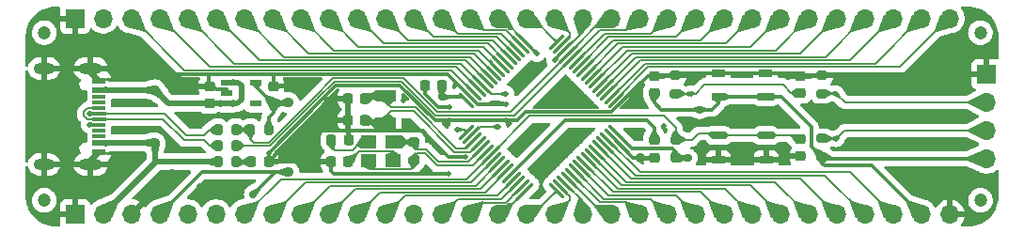
<source format=gtl>
%TF.GenerationSoftware,KiCad,Pcbnew,7.0.6*%
%TF.CreationDate,2023-07-08T13:47:51+08:00*%
%TF.ProjectId,UINIO-MCU-GD32F350RBT6,55494e49-4f2d-44d4-9355-2d4744333246,Version 2.0.0*%
%TF.SameCoordinates,PX6a581f0PY5923d30*%
%TF.FileFunction,Copper,L1,Top*%
%TF.FilePolarity,Positive*%
%FSLAX46Y46*%
G04 Gerber Fmt 4.6, Leading zero omitted, Abs format (unit mm)*
G04 Created by KiCad (PCBNEW 7.0.6) date 2023-07-08 13:47:51*
%MOMM*%
%LPD*%
G01*
G04 APERTURE LIST*
G04 Aperture macros list*
%AMRoundRect*
0 Rectangle with rounded corners*
0 $1 Rounding radius*
0 $2 $3 $4 $5 $6 $7 $8 $9 X,Y pos of 4 corners*
0 Add a 4 corners polygon primitive as box body*
4,1,4,$2,$3,$4,$5,$6,$7,$8,$9,$2,$3,0*
0 Add four circle primitives for the rounded corners*
1,1,$1+$1,$2,$3*
1,1,$1+$1,$4,$5*
1,1,$1+$1,$6,$7*
1,1,$1+$1,$8,$9*
0 Add four rect primitives between the rounded corners*
20,1,$1+$1,$2,$3,$4,$5,0*
20,1,$1+$1,$4,$5,$6,$7,0*
20,1,$1+$1,$6,$7,$8,$9,0*
20,1,$1+$1,$8,$9,$2,$3,0*%
%AMHorizOval*
0 Thick line with rounded ends*
0 $1 width*
0 $2 $3 position (X,Y) of the first rounded end (center of the circle)*
0 $4 $5 position (X,Y) of the second rounded end (center of the circle)*
0 Add line between two ends*
20,1,$1,$2,$3,$4,$5,0*
0 Add two circle primitives to create the rounded ends*
1,1,$1,$2,$3*
1,1,$1,$4,$5*%
G04 Aperture macros list end*
%TA.AperFunction,SMDPad,CuDef*%
%ADD10RoundRect,0.200000X-0.275000X0.200000X-0.275000X-0.200000X0.275000X-0.200000X0.275000X0.200000X0*%
%TD*%
%TA.AperFunction,SMDPad,CuDef*%
%ADD11RoundRect,0.225000X-0.225000X-0.250000X0.225000X-0.250000X0.225000X0.250000X-0.225000X0.250000X0*%
%TD*%
%TA.AperFunction,SMDPad,CuDef*%
%ADD12RoundRect,0.225000X-0.250000X0.225000X-0.250000X-0.225000X0.250000X-0.225000X0.250000X0.225000X0*%
%TD*%
%TA.AperFunction,SMDPad,CuDef*%
%ADD13RoundRect,0.200000X0.275000X-0.200000X0.275000X0.200000X-0.275000X0.200000X-0.275000X-0.200000X0*%
%TD*%
%TA.AperFunction,ComponentPad*%
%ADD14C,1.200000*%
%TD*%
%TA.AperFunction,SMDPad,CuDef*%
%ADD15RoundRect,0.218750X0.256250X-0.218750X0.256250X0.218750X-0.256250X0.218750X-0.256250X-0.218750X0*%
%TD*%
%TA.AperFunction,SMDPad,CuDef*%
%ADD16HorizOval,0.300000X-0.601041X-0.601041X0.601041X0.601041X0*%
%TD*%
%TA.AperFunction,SMDPad,CuDef*%
%ADD17HorizOval,0.300000X0.601041X-0.601041X-0.601041X0.601041X0*%
%TD*%
%TA.AperFunction,SMDPad,CuDef*%
%ADD18R,1.400000X1.200000*%
%TD*%
%TA.AperFunction,SMDPad,CuDef*%
%ADD19RoundRect,0.200000X0.200000X0.275000X-0.200000X0.275000X-0.200000X-0.275000X0.200000X-0.275000X0*%
%TD*%
%TA.AperFunction,SMDPad,CuDef*%
%ADD20R,1.000000X0.600000*%
%TD*%
%TA.AperFunction,ComponentPad*%
%ADD21O,2.100000X1.000000*%
%TD*%
%TA.AperFunction,ComponentPad*%
%ADD22O,1.900000X1.000000*%
%TD*%
%TA.AperFunction,SMDPad,CuDef*%
%ADD23R,1.150000X0.600000*%
%TD*%
%TA.AperFunction,SMDPad,CuDef*%
%ADD24R,1.150000X0.300000*%
%TD*%
%TA.AperFunction,SMDPad,CuDef*%
%ADD25R,1.200000X0.650000*%
%TD*%
%TA.AperFunction,ComponentPad*%
%ADD26R,1.700000X1.700000*%
%TD*%
%TA.AperFunction,ComponentPad*%
%ADD27O,1.700000X1.700000*%
%TD*%
%TA.AperFunction,SMDPad,CuDef*%
%ADD28RoundRect,0.225000X0.225000X0.250000X-0.225000X0.250000X-0.225000X-0.250000X0.225000X-0.250000X0*%
%TD*%
%TA.AperFunction,SMDPad,CuDef*%
%ADD29R,1.800000X1.000000*%
%TD*%
%TA.AperFunction,SMDPad,CuDef*%
%ADD30RoundRect,0.218750X0.218750X0.256250X-0.218750X0.256250X-0.218750X-0.256250X0.218750X-0.256250X0*%
%TD*%
%TA.AperFunction,ViaPad*%
%ADD31C,0.500000*%
%TD*%
%TA.AperFunction,ViaPad*%
%ADD32C,0.900000*%
%TD*%
%TA.AperFunction,ViaPad*%
%ADD33C,0.700000*%
%TD*%
%TA.AperFunction,Conductor*%
%ADD34C,0.300000*%
%TD*%
%TA.AperFunction,Conductor*%
%ADD35C,0.500000*%
%TD*%
%TA.AperFunction,Conductor*%
%ADD36C,0.200000*%
%TD*%
%TA.AperFunction,Conductor*%
%ADD37C,0.130000*%
%TD*%
G04 APERTURE END LIST*
D10*
%TO.P,R5,1*%
%TO.N,GND*%
X66850000Y-6460000D03*
%TO.P,R5,2*%
%TO.N,/PA14{slash}SWCLK*%
X66850000Y-8110000D03*
%TD*%
D11*
%TO.P,C8,1*%
%TO.N,GND*%
X24165000Y-8540000D03*
%TO.P,C8,2*%
%TO.N,Net-(U2-PC14-OSC32IN)*%
X25715000Y-8540000D03*
%TD*%
D12*
%TO.P,C7,1*%
%TO.N,/NRST*%
X64920000Y-12195000D03*
%TO.P,C7,2*%
%TO.N,GND*%
X64920000Y-13745000D03*
%TD*%
D13*
%TO.P,R2,1*%
%TO.N,/BOOT0*%
X53650000Y-8105000D03*
%TO.P,R2,2*%
%TO.N,GND*%
X53650000Y-6455000D03*
%TD*%
D10*
%TO.P,R6,1*%
%TO.N,/PA13{slash}SWDIO*%
X66860000Y-12145000D03*
%TO.P,R6,2*%
%TO.N,/VDD_3.3V*%
X66860000Y-13795000D03*
%TD*%
D14*
%TO.P,HOLE1,*%
%TO.N,*%
X81120000Y-17720000D03*
%TD*%
D15*
%TO.P,L1,1,1*%
%TO.N,GND*%
X51730000Y-13862500D03*
%TO.P,L1,2,2*%
%TO.N,/VSSA*%
X51730000Y-12287500D03*
%TD*%
D12*
%TO.P,C2,1*%
%TO.N,GND*%
X64910000Y-6510000D03*
%TO.P,C2,2*%
%TO.N,/BOOT0*%
X64910000Y-8060000D03*
%TD*%
D13*
%TO.P,R3,1*%
%TO.N,/VDD_3.3V*%
X53670000Y-13900000D03*
%TO.P,R3,2*%
%TO.N,/NRST*%
X53670000Y-12250000D03*
%TD*%
D14*
%TO.P,HOLE3,*%
%TO.N,*%
X-3180000Y-17720000D03*
%TD*%
D10*
%TO.P,R4,1*%
%TO.N,/PF0*%
X30110000Y-12485000D03*
%TO.P,R4,2*%
%TO.N,/PF1*%
X30110000Y-14135000D03*
%TD*%
D16*
%TO.P,U2,1,VBAT*%
%TO.N,/VBAT*%
X34835849Y-11584214D03*
%TO.P,U2,2,PC13*%
%TO.N,/PC13*%
X35189402Y-11937767D03*
%TO.P,U2,3,PC14-OSC32IN*%
%TO.N,Net-(U2-PC14-OSC32IN)*%
X35542955Y-12291320D03*
%TO.P,U2,4,PC15-OSC32OUT*%
%TO.N,Net-(U2-PC15-OSC32OUT)*%
X35896509Y-12644874D03*
%TO.P,U2,5,PF0-OSCIN*%
%TO.N,/PF0*%
X36250062Y-12998427D03*
%TO.P,U2,6,PF1-OSCOUT*%
%TO.N,/PF1*%
X36603616Y-13351981D03*
%TO.P,U2,7,NRST*%
%TO.N,/NRST*%
X36957169Y-13705534D03*
%TO.P,U2,8,PC0*%
%TO.N,/PC0*%
X37310722Y-14059087D03*
%TO.P,U2,9,PC1*%
%TO.N,/PC1*%
X37664276Y-14412641D03*
%TO.P,U2,10,PC2*%
%TO.N,/PC2*%
X38017829Y-14766194D03*
%TO.P,U2,11,PC3*%
%TO.N,/PC3*%
X38371382Y-15119747D03*
%TO.P,U2,12,VSSA*%
%TO.N,/VSSA*%
X38724936Y-15473301D03*
%TO.P,U2,13,VDDA*%
%TO.N,/VDD_3.3V*%
X39078489Y-15826854D03*
%TO.P,U2,14,PA0*%
%TO.N,/PA0*%
X39432043Y-16180408D03*
%TO.P,U2,15,PA1*%
%TO.N,/PA1*%
X39785596Y-16533961D03*
%TO.P,U2,16,PA2*%
%TO.N,/PA2*%
X40139149Y-16887514D03*
D17*
%TO.P,U2,17,PA3*%
%TO.N,/PA3*%
X42967577Y-16887514D03*
%TO.P,U2,18,PF4*%
%TO.N,/PF4*%
X43321130Y-16533961D03*
%TO.P,U2,19,PF5*%
%TO.N,/PF5*%
X43674683Y-16180408D03*
%TO.P,U2,20,PA4*%
%TO.N,/PA4*%
X44028237Y-15826854D03*
%TO.P,U2,21,PA5*%
%TO.N,/PA5*%
X44381790Y-15473301D03*
%TO.P,U2,22,PA6*%
%TO.N,/PA6*%
X44735344Y-15119747D03*
%TO.P,U2,23,PA7*%
%TO.N,/PA7*%
X45088897Y-14766194D03*
%TO.P,U2,24,PC4*%
%TO.N,/PC4*%
X45442450Y-14412641D03*
%TO.P,U2,25,PC5*%
%TO.N,/PC5*%
X45796004Y-14059087D03*
%TO.P,U2,26,PB0*%
%TO.N,/PB0*%
X46149557Y-13705534D03*
%TO.P,U2,27,PB1*%
%TO.N,/PB1*%
X46503110Y-13351981D03*
%TO.P,U2,28,PB2*%
%TO.N,/PB2*%
X46856664Y-12998427D03*
%TO.P,U2,29,PB10*%
%TO.N,/PB10*%
X47210217Y-12644874D03*
%TO.P,U2,30,PB11*%
%TO.N,/PB11*%
X47563771Y-12291320D03*
%TO.P,U2,31,VSS*%
%TO.N,GND*%
X47917324Y-11937767D03*
%TO.P,U2,32,VDD*%
%TO.N,/VDD_3.3V*%
X48270877Y-11584214D03*
D16*
%TO.P,U2,33,PB12*%
%TO.N,/PB12*%
X48270877Y-8755786D03*
%TO.P,U2,34,PB13*%
%TO.N,/PB13*%
X47917324Y-8402233D03*
%TO.P,U2,35,PB14*%
%TO.N,/PB14*%
X47563771Y-8048680D03*
%TO.P,U2,36,PB15*%
%TO.N,/PB15*%
X47210217Y-7695126D03*
%TO.P,U2,37,PC6*%
%TO.N,/PC6*%
X46856664Y-7341573D03*
%TO.P,U2,38,PC7*%
%TO.N,/PC7*%
X46503110Y-6988019D03*
%TO.P,U2,39,PC8*%
%TO.N,/PC8*%
X46149557Y-6634466D03*
%TO.P,U2,40,PC9*%
%TO.N,/PC9*%
X45796004Y-6280913D03*
%TO.P,U2,41,PA8*%
%TO.N,/PA8*%
X45442450Y-5927359D03*
%TO.P,U2,42,PA9*%
%TO.N,/PA9*%
X45088897Y-5573806D03*
%TO.P,U2,43,PA10*%
%TO.N,/PA10*%
X44735344Y-5220253D03*
%TO.P,U2,44,PA11*%
%TO.N,/PA11*%
X44381790Y-4866699D03*
%TO.P,U2,45,PA12*%
%TO.N,/PA12*%
X44028237Y-4513146D03*
%TO.P,U2,46,PA13*%
%TO.N,/PA13{slash}SWDIO*%
X43674683Y-4159592D03*
%TO.P,U2,47,PF6*%
%TO.N,/PF6*%
X43321130Y-3806039D03*
%TO.P,U2,48,PF7*%
%TO.N,/PF7*%
X42967577Y-3452486D03*
D17*
%TO.P,U2,49,PA14*%
%TO.N,/PA14{slash}SWCLK*%
X40139149Y-3452486D03*
%TO.P,U2,50,PA15*%
%TO.N,/PA15*%
X39785596Y-3806039D03*
%TO.P,U2,51,PC10*%
%TO.N,/PC10*%
X39432043Y-4159592D03*
%TO.P,U2,52,PC11*%
%TO.N,/PC11*%
X39078489Y-4513146D03*
%TO.P,U2,53,PC12*%
%TO.N,/PC12*%
X38724936Y-4866699D03*
%TO.P,U2,54,PD2*%
%TO.N,/PD2*%
X38371382Y-5220253D03*
%TO.P,U2,55,PB3*%
%TO.N,/PB3*%
X38017829Y-5573806D03*
%TO.P,U2,56,PB4*%
%TO.N,/PB4*%
X37664276Y-5927359D03*
%TO.P,U2,57,PB5*%
%TO.N,/PB5*%
X37310722Y-6280913D03*
%TO.P,U2,58,PB6*%
%TO.N,/PB6*%
X36957169Y-6634466D03*
%TO.P,U2,59,PB7*%
%TO.N,/PB7*%
X36603616Y-6988019D03*
%TO.P,U2,60,BOOT0*%
%TO.N,/BOOT0*%
X36250062Y-7341573D03*
%TO.P,U2,61,PB8*%
%TO.N,/PB8*%
X35896509Y-7695126D03*
%TO.P,U2,62,PB9*%
%TO.N,/PB9*%
X35542955Y-8048680D03*
%TO.P,U2,63,VSS*%
%TO.N,GND*%
X35189402Y-8402233D03*
%TO.P,U2,64,VDD*%
%TO.N,/VDD_3.3V*%
X34835849Y-8755786D03*
%TD*%
D18*
%TO.P,Y2,1,1*%
%TO.N,/PF1*%
X26050000Y-14150000D03*
%TO.P,Y2,2,2*%
%TO.N,Net-(C10-Pad2)*%
X28250000Y-14150000D03*
%TO.P,Y2,3,3*%
%TO.N,/PF0*%
X28250000Y-12450000D03*
%TO.P,Y2,4,4*%
%TO.N,Net-(C6-Pad2)*%
X26050000Y-12450000D03*
%TD*%
D11*
%TO.P,C9,1*%
%TO.N,GND*%
X24165000Y-10510000D03*
%TO.P,C9,2*%
%TO.N,Net-(U2-PC15-OSC32OUT)*%
X25715000Y-10510000D03*
%TD*%
D19*
%TO.P,R9,1*%
%TO.N,/VDD_3.3V*%
X17045000Y-11350000D03*
%TO.P,R9,2*%
%TO.N,/PA12*%
X15395000Y-11350000D03*
%TD*%
D12*
%TO.P,C5,1*%
%TO.N,GND*%
X51730000Y-6505000D03*
%TO.P,C5,2*%
%TO.N,/VDD_3.3V*%
X51730000Y-8055000D03*
%TD*%
D20*
%TO.P,U1,1,Vin*%
%TO.N,/VDD_5V*%
X13260000Y-7090000D03*
%TO.P,U1,2,Vss*%
%TO.N,GND*%
X13260000Y-8040000D03*
%TO.P,U1,3,CE*%
%TO.N,/VDD_5V*%
X13260000Y-8990000D03*
%TO.P,U1,4,NC*%
%TO.N,unconnected-(U1-NC-Pad4)*%
X15860000Y-8990000D03*
%TO.P,U1,5,Vout*%
%TO.N,/VDD_3.3V*%
X15860000Y-7090000D03*
%TD*%
D12*
%TO.P,C1,1*%
%TO.N,GND*%
X11680000Y-7435000D03*
%TO.P,C1,2*%
%TO.N,/VDD_5V*%
X11680000Y-8985000D03*
%TD*%
%TO.P,C3,1*%
%TO.N,GND*%
X17440000Y-7425000D03*
%TO.P,C3,2*%
%TO.N,/VDD_3.3V*%
X17440000Y-8975000D03*
%TD*%
D14*
%TO.P,HOLE2,*%
%TO.N,*%
X81110000Y-2610000D03*
%TD*%
D19*
%TO.P,R7,1*%
%TO.N,/PA12*%
X14085000Y-11350000D03*
%TO.P,R7,2*%
%TO.N,/USB_Data+*%
X12435000Y-11350000D03*
%TD*%
D21*
%TO.P,USB1,13,GND*%
%TO.N,GND*%
X999000Y-5838599D03*
%TO.P,USB1,14,GND*%
X999000Y-14488599D03*
D22*
%TO.P,USB1,15,GND*%
X-3201000Y-5838599D03*
%TO.P,USB1,16,GND*%
X-3201000Y-14488599D03*
D23*
%TO.P,USB1,A1B12,GND*%
X1761000Y-6963599D03*
%TO.P,USB1,A4B9,VBUS*%
%TO.N,/VDD_5V*%
X1761000Y-7763599D03*
D24*
%TO.P,USB1,A5,CC1*%
%TO.N,unconnected-(USB1-CC1-PadA5)*%
X1761000Y-8913599D03*
%TO.P,USB1,A6,DP1*%
%TO.N,/USB_Data+*%
X1761000Y-9913599D03*
%TO.P,USB1,A7,DN1*%
%TO.N,/USB_Data-*%
X1761000Y-10413599D03*
%TO.P,USB1,A8,SBU1*%
%TO.N,unconnected-(USB1-SBU1-PadA8)*%
X1761000Y-11413599D03*
D23*
%TO.P,USB1,B1A12,GND*%
%TO.N,GND*%
X1761000Y-13363599D03*
%TO.P,USB1,B4A9,VBUS*%
%TO.N,/VDD_5V*%
X1761000Y-12563599D03*
D24*
%TO.P,USB1,B5,CC2*%
%TO.N,unconnected-(USB1-CC2-PadB5)*%
X1761000Y-11913599D03*
%TO.P,USB1,B6,DP2*%
%TO.N,/USB_Data+*%
X1761000Y-10913599D03*
%TO.P,USB1,B7,DN2*%
%TO.N,/USB_Data-*%
X1761000Y-9413599D03*
%TO.P,USB1,B8,SBU2*%
%TO.N,unconnected-(USB1-SBU2-PadB8)*%
X1761000Y-8413599D03*
%TD*%
D11*
%TO.P,C4,1*%
%TO.N,GND*%
X31085000Y-7360000D03*
%TO.P,C4,2*%
%TO.N,/VDD_3.3V*%
X32635000Y-7360000D03*
%TD*%
D25*
%TO.P,SW2,1,1*%
%TO.N,/NRST*%
X57520000Y-11885000D03*
%TO.P,SW2,2,2*%
X61820000Y-11885000D03*
%TO.P,SW2,3,3*%
%TO.N,GND*%
X57520000Y-14035000D03*
%TO.P,SW2,4,4*%
X61820000Y-14035000D03*
%TD*%
D19*
%TO.P,R1,1*%
%TO.N,Net-(D1-A)*%
X14085000Y-14270000D03*
%TO.P,R1,2*%
%TO.N,/VDD_5V*%
X12435000Y-14270000D03*
%TD*%
%TO.P,R8,1*%
%TO.N,/PA11*%
X14085000Y-12810000D03*
%TO.P,R8,2*%
%TO.N,/USB_Data-*%
X12435000Y-12810000D03*
%TD*%
D26*
%TO.P,J3,1,Pin_1*%
%TO.N,GND*%
X81670000Y-6350000D03*
D27*
%TO.P,J3,2,Pin_2*%
%TO.N,/PA14{slash}SWCLK*%
X81670000Y-8890000D03*
%TO.P,J3,3,Pin_3*%
%TO.N,/PA13{slash}SWDIO*%
X81670000Y-11430000D03*
%TO.P,J3,4,Pin_4*%
%TO.N,/VDD_3.3V*%
X81670000Y-13970000D03*
%TD*%
D25*
%TO.P,SW1,1,1*%
%TO.N,GND*%
X57490000Y-6245000D03*
%TO.P,SW1,2,2*%
X61790000Y-6245000D03*
%TO.P,SW1,3,3*%
%TO.N,/VDD_3.3V*%
X57490000Y-8395000D03*
%TO.P,SW1,4,4*%
X61790000Y-8395000D03*
%TD*%
D28*
%TO.P,C6,1*%
%TO.N,GND*%
X24205000Y-12310000D03*
%TO.P,C6,2*%
%TO.N,Net-(C6-Pad2)*%
X22655000Y-12310000D03*
%TD*%
D29*
%TO.P,Y1,1,1*%
%TO.N,Net-(U2-PC15-OSC32OUT)*%
X27600000Y-10780000D03*
%TO.P,Y1,2,GND*%
%TO.N,Net-(U2-PC14-OSC32IN)*%
X27600000Y-8280000D03*
%TD*%
D14*
%TO.P,HOLE4,*%
%TO.N,*%
X-3180000Y-2610000D03*
%TD*%
D30*
%TO.P,D1,1,K*%
%TO.N,GND*%
X17007500Y-14270000D03*
%TO.P,D1,2,A*%
%TO.N,Net-(D1-A)*%
X15432500Y-14270000D03*
%TD*%
D11*
%TO.P,C10,1*%
%TO.N,GND*%
X22645000Y-14260000D03*
%TO.P,C10,2*%
%TO.N,Net-(C10-Pad2)*%
X24195000Y-14260000D03*
%TD*%
D26*
%TO.P,J2,1,Pin_1*%
%TO.N,GND*%
X-410000Y-1340000D03*
D27*
%TO.P,J2,2,Pin_2*%
%TO.N,/VDD_3.3V*%
X2130000Y-1340000D03*
%TO.P,J2,3,Pin_3*%
%TO.N,/PB9*%
X4670000Y-1340000D03*
%TO.P,J2,4,Pin_4*%
%TO.N,/PB8*%
X7210000Y-1340000D03*
%TO.P,J2,5,Pin_5*%
%TO.N,/BOOT0*%
X9750000Y-1340000D03*
%TO.P,J2,6,Pin_6*%
%TO.N,/PB7*%
X12290000Y-1340000D03*
%TO.P,J2,7,Pin_7*%
%TO.N,/PB6*%
X14830000Y-1340000D03*
%TO.P,J2,8,Pin_8*%
%TO.N,/PB5*%
X17370000Y-1340000D03*
%TO.P,J2,9,Pin_9*%
%TO.N,/PB4*%
X19910000Y-1340000D03*
%TO.P,J2,10,Pin_10*%
%TO.N,/PB3*%
X22450000Y-1340000D03*
%TO.P,J2,11,Pin_11*%
%TO.N,/PD2*%
X24990000Y-1340000D03*
%TO.P,J2,12,Pin_12*%
%TO.N,/PC12*%
X27530000Y-1340000D03*
%TO.P,J2,13,Pin_13*%
%TO.N,/PC11*%
X30070000Y-1340000D03*
%TO.P,J2,14,Pin_14*%
%TO.N,/PC10*%
X32610000Y-1340000D03*
%TO.P,J2,15,Pin_15*%
%TO.N,/PA15*%
X35150000Y-1340000D03*
%TO.P,J2,16,Pin_16*%
%TO.N,/PA14{slash}SWCLK*%
X37690000Y-1340000D03*
%TO.P,J2,17,Pin_17*%
%TO.N,/PF7*%
X40230000Y-1340000D03*
%TO.P,J2,18,Pin_18*%
%TO.N,/PF6*%
X42770000Y-1340000D03*
%TO.P,J2,19,Pin_19*%
%TO.N,/PA13{slash}SWDIO*%
X45310000Y-1340000D03*
%TO.P,J2,20,Pin_20*%
%TO.N,/PA12*%
X47850000Y-1340000D03*
%TO.P,J2,21,Pin_21*%
%TO.N,/PA11*%
X50390000Y-1340000D03*
%TO.P,J2,22,Pin_22*%
%TO.N,/PA10*%
X52930000Y-1340000D03*
%TO.P,J2,23,Pin_23*%
%TO.N,/PA9*%
X55470000Y-1340000D03*
%TO.P,J2,24,Pin_24*%
%TO.N,/PA8*%
X58010000Y-1340000D03*
%TO.P,J2,25,Pin_25*%
%TO.N,/PC9*%
X60550000Y-1340000D03*
%TO.P,J2,26,Pin_26*%
%TO.N,/PC8*%
X63090000Y-1340000D03*
%TO.P,J2,27,Pin_27*%
%TO.N,/PC7*%
X65630000Y-1340000D03*
%TO.P,J2,28,Pin_28*%
%TO.N,/PC6*%
X68170000Y-1340000D03*
%TO.P,J2,29,Pin_29*%
%TO.N,/PB15*%
X70710000Y-1340000D03*
%TO.P,J2,30,Pin_30*%
%TO.N,/PB14*%
X73250000Y-1340000D03*
%TO.P,J2,31,Pin_31*%
%TO.N,/PB13*%
X75790000Y-1340000D03*
%TO.P,J2,32,Pin_32*%
%TO.N,/PB12*%
X78330000Y-1340000D03*
%TD*%
D26*
%TO.P,J1,1,Pin_1*%
%TO.N,GND*%
X-410000Y-18990000D03*
D27*
%TO.P,J1,2,Pin_2*%
%TO.N,/VDD_5V*%
X2130000Y-18990000D03*
%TO.P,J1,3,Pin_3*%
%TO.N,GND*%
X4670000Y-18990000D03*
%TO.P,J1,4,Pin_4*%
%TO.N,/VDD_3.3V*%
X7210000Y-18990000D03*
%TO.P,J1,5,Pin_5*%
%TO.N,/VBAT*%
X9750000Y-18990000D03*
%TO.P,J1,6,Pin_6*%
%TO.N,/PC13*%
X12290000Y-18990000D03*
%TO.P,J1,7,Pin_7*%
%TO.N,/NRST*%
X14830000Y-18990000D03*
%TO.P,J1,8,Pin_8*%
%TO.N,/PC0*%
X17370000Y-18990000D03*
%TO.P,J1,9,Pin_9*%
%TO.N,/PC1*%
X19910000Y-18990000D03*
%TO.P,J1,10,Pin_10*%
%TO.N,/PC2*%
X22450000Y-18990000D03*
%TO.P,J1,11,Pin_11*%
%TO.N,/PC3*%
X24990000Y-18990000D03*
%TO.P,J1,12,Pin_12*%
%TO.N,/VDD_3.3V*%
X27530000Y-18990000D03*
%TO.P,J1,13,Pin_13*%
%TO.N,GND*%
X30070000Y-18990000D03*
%TO.P,J1,14,Pin_14*%
%TO.N,/PA0*%
X32610000Y-18990000D03*
%TO.P,J1,15,Pin_15*%
%TO.N,/PA1*%
X35150000Y-18990000D03*
%TO.P,J1,16,Pin_16*%
%TO.N,/PA2*%
X37690000Y-18990000D03*
%TO.P,J1,17,Pin_17*%
%TO.N,/PA3*%
X40230000Y-18990000D03*
%TO.P,J1,18,Pin_18*%
%TO.N,/PF4*%
X42770000Y-18990000D03*
%TO.P,J1,19,Pin_19*%
%TO.N,/PF5*%
X45310000Y-18990000D03*
%TO.P,J1,20,Pin_20*%
%TO.N,/PA4*%
X47850000Y-18990000D03*
%TO.P,J1,21,Pin_21*%
%TO.N,/PA5*%
X50390000Y-18990000D03*
%TO.P,J1,22,Pin_22*%
%TO.N,/PA6*%
X52930000Y-18990000D03*
%TO.P,J1,23,Pin_23*%
%TO.N,/PA7*%
X55470000Y-18990000D03*
%TO.P,J1,24,Pin_24*%
%TO.N,/PC4*%
X58010000Y-18990000D03*
%TO.P,J1,25,Pin_25*%
%TO.N,/PC5*%
X60550000Y-18990000D03*
%TO.P,J1,26,Pin_26*%
%TO.N,/PB0*%
X63090000Y-18990000D03*
%TO.P,J1,27,Pin_27*%
%TO.N,/PB1*%
X65630000Y-18990000D03*
%TO.P,J1,28,Pin_28*%
%TO.N,/PB2*%
X68170000Y-18990000D03*
%TO.P,J1,29,Pin_29*%
%TO.N,/PB10*%
X70710000Y-18990000D03*
%TO.P,J1,30,Pin_30*%
%TO.N,/PB11*%
X73250000Y-18990000D03*
%TO.P,J1,31,Pin_31*%
%TO.N,/VDD_3.3V*%
X75790000Y-18990000D03*
%TO.P,J1,32,Pin_32*%
%TO.N,GND*%
X78330000Y-18990000D03*
%TD*%
D31*
%TO.N,GND*%
X52600000Y-11060000D03*
X13570000Y-16430000D03*
X38400000Y-10530000D03*
X41550000Y-11060000D03*
X10790000Y-16430000D03*
X33320000Y-9320500D03*
X33320000Y-10520000D03*
D32*
X50454000Y-13862500D03*
D33*
X63462090Y-13653150D03*
D31*
X76680000Y-14990000D03*
X17007500Y-13452500D03*
X50080000Y-11680000D03*
X3654819Y-8894427D03*
X50190000Y-9060000D03*
X61840000Y-10290000D03*
X41550000Y-14960000D03*
X3650000Y-11390000D03*
X76680000Y-12570000D03*
X41170000Y-5800000D03*
X34760000Y-13799500D03*
X10370000Y-10260000D03*
X76680000Y-10150000D03*
X38400000Y-9090000D03*
D32*
X8325000Y-15335000D03*
D31*
X41550000Y-8900000D03*
X18110000Y-10290000D03*
X33249500Y-15310000D03*
X68840000Y-13060000D03*
X29160000Y-8710000D03*
D32*
%TO.N,/VDD_5V*%
X6780000Y-12560000D03*
X6800000Y-7780000D03*
D31*
%TO.N,/BOOT0*%
X38404000Y-8126000D03*
X55026000Y-8126000D03*
D33*
%TO.N,/VDD_3.3V*%
X15650000Y-17180000D03*
D32*
X18830000Y-15170000D03*
D33*
X32650000Y-8420000D03*
X54780000Y-13920000D03*
X55830000Y-9540000D03*
D32*
X18830000Y-8910000D03*
D31*
%TO.N,/VBAT*%
X33980000Y-11370000D03*
%TO.N,/PC13*%
X37680000Y-11100000D03*
%TO.N,/PA14{slash}SWCLK*%
X41175000Y-4515000D03*
X68130000Y-8110000D03*
%TO.N,/PA13{slash}SWDIO*%
X68140000Y-12170000D03*
X42797750Y-5067750D03*
%TO.N,/USB_Data+*%
X860553Y-10910000D03*
X860000Y-9913599D03*
%TD*%
D34*
%TO.N,GND*%
X24165000Y-10510000D02*
X24165000Y-8540000D01*
X24205000Y-11485000D02*
X19792500Y-11485000D01*
D35*
X999000Y-5838599D02*
X999000Y-6199000D01*
D34*
X53855000Y-6250000D02*
X57485000Y-6250000D01*
X12275000Y-7754000D02*
X11670000Y-7149000D01*
X35189402Y-8389402D02*
X33160000Y-6360000D01*
X21746250Y-8712278D02*
X21746250Y-8713750D01*
X31085000Y-8120026D02*
X31085000Y-7360000D01*
X38390000Y-10520000D02*
X38400000Y-10530000D01*
D35*
X999000Y-14125599D02*
X1761000Y-13363599D01*
D34*
X33249500Y-15310000D02*
X22870000Y-15310000D01*
X40185000Y-9770000D02*
X39425000Y-10530000D01*
X50559500Y-13862500D02*
X51730000Y-13862500D01*
X24205000Y-11485000D02*
X30915000Y-11485000D01*
X22870000Y-15310000D02*
X22645000Y-15085000D01*
X51135000Y-6505000D02*
X47870000Y-9770000D01*
D35*
X8325000Y-15335000D02*
X4670000Y-18990000D01*
D34*
X32285474Y-9320500D02*
X31085000Y-8120026D01*
X51730000Y-6505000D02*
X51135000Y-6505000D01*
X33320000Y-10520000D02*
X32010000Y-10520000D01*
X64910000Y-6510000D02*
X66800000Y-6510000D01*
X17007500Y-14270000D02*
X22635000Y-14270000D01*
X33229500Y-13799500D02*
X34760000Y-13799500D01*
X21746250Y-8713750D02*
X17007500Y-13452500D01*
X51730000Y-6505000D02*
X53600000Y-6505000D01*
X24205000Y-11485000D02*
X24205000Y-10550000D01*
D36*
X21920000Y-8540000D02*
X21830000Y-8630000D01*
D34*
X57490000Y-6245000D02*
X61790000Y-6245000D01*
X32010000Y-10520000D02*
X28850000Y-7360000D01*
X13250000Y-7754000D02*
X12275000Y-7754000D01*
X23098528Y-7360000D02*
X21746250Y-8712278D01*
X22645000Y-15085000D02*
X22645000Y-14260000D01*
D35*
X999000Y-6199000D02*
X1761000Y-6961000D01*
D34*
X19792500Y-11485000D02*
X17007500Y-14270000D01*
X24205000Y-12310000D02*
X24205000Y-11485000D01*
D37*
X10790000Y-16430000D02*
X13570000Y-16430000D01*
D34*
X61795000Y-6240000D02*
X64640000Y-6240000D01*
X28850000Y-7360000D02*
X23098528Y-7360000D01*
X24165000Y-8540000D02*
X21920000Y-8540000D01*
X30915000Y-11485000D02*
X31200000Y-11770000D01*
X66960000Y-6350000D02*
X81670000Y-6350000D01*
X49842057Y-13862500D02*
X50559500Y-13862500D01*
X35877169Y-9090000D02*
X35189402Y-8402233D01*
X17410000Y-6360000D02*
X11620000Y-6360000D01*
X11660000Y-6400000D02*
X11660000Y-7415000D01*
D35*
X999000Y-14488599D02*
X999000Y-14125599D01*
D34*
X39425000Y-10530000D02*
X38400000Y-10530000D01*
X31200000Y-11770000D02*
X33229500Y-13799500D01*
X33320000Y-9320500D02*
X32285474Y-9320500D01*
X17410000Y-6360000D02*
X17430000Y-6380000D01*
X17430000Y-6380000D02*
X17430000Y-7415000D01*
X47870000Y-9770000D02*
X40185000Y-9770000D01*
X33320000Y-10520000D02*
X38390000Y-10520000D01*
X47917324Y-11937767D02*
X49842057Y-13862500D01*
X6958599Y-5838599D02*
X999000Y-5838599D01*
X7480000Y-6360000D02*
X6958599Y-5838599D01*
X38400000Y-9090000D02*
X35877169Y-9090000D01*
X11620000Y-6360000D02*
X11660000Y-6400000D01*
X11620000Y-6360000D02*
X7480000Y-6360000D01*
X35189402Y-8402233D02*
X35189402Y-8389402D01*
X17007500Y-13452500D02*
X17007500Y-14270000D01*
X33160000Y-6360000D02*
X17410000Y-6360000D01*
D35*
%TO.N,/VDD_5V*%
X13260000Y-8990000D02*
X14200000Y-8990000D01*
X14200000Y-8990000D02*
X14560000Y-8630000D01*
X6810000Y-14270000D02*
X12435000Y-14270000D01*
X8005000Y-8985000D02*
X6800000Y-7780000D01*
X6800000Y-7780000D02*
X1777401Y-7780000D01*
X14560000Y-7390000D02*
X14260000Y-7090000D01*
X14260000Y-7090000D02*
X13260000Y-7090000D01*
X14560000Y-8630000D02*
X14560000Y-7390000D01*
X6810000Y-14270000D02*
X6850000Y-14270000D01*
X6780000Y-14240000D02*
X6810000Y-14270000D01*
X6850000Y-14270000D02*
X2130000Y-18990000D01*
X13255000Y-8985000D02*
X8005000Y-8985000D01*
X1764599Y-12560000D02*
X6780000Y-12560000D01*
X6780000Y-12560000D02*
X6780000Y-14240000D01*
D36*
%TO.N,/BOOT0*%
X34318489Y-5410000D02*
X13920000Y-5410000D01*
X55464000Y-8126000D02*
X56290000Y-7300000D01*
X56290000Y-7300000D02*
X63320000Y-7300000D01*
X38404000Y-8126000D02*
X37034489Y-8126000D01*
X55026000Y-8126000D02*
X53671000Y-8126000D01*
X36250062Y-7341573D02*
X34318489Y-5410000D01*
X64080000Y-8060000D02*
X64910000Y-8060000D01*
X37034489Y-8126000D02*
X36250062Y-7341573D01*
X63320000Y-7300000D02*
X64080000Y-8060000D01*
X13920000Y-5410000D02*
X9750000Y-1240000D01*
X55026000Y-8126000D02*
X55464000Y-8126000D01*
D34*
%TO.N,/VDD_3.3V*%
X66860000Y-14390000D02*
X67070000Y-14600000D01*
X17430000Y-8689000D02*
X17430000Y-9840000D01*
D36*
X39078489Y-15831511D02*
X37590000Y-17320000D01*
D34*
X17660000Y-15170000D02*
X18830000Y-15170000D01*
X65890000Y-11120000D02*
X63160000Y-8390000D01*
X32650000Y-8420000D02*
X32650000Y-7375000D01*
X67070000Y-14600000D02*
X71300000Y-14600000D01*
X66860000Y-13795000D02*
X66860000Y-14390000D01*
X66835000Y-13795000D02*
X65890000Y-12850000D01*
X57490000Y-8395000D02*
X57490000Y-9019000D01*
X63160000Y-8390000D02*
X61795000Y-8390000D01*
X18765000Y-8975000D02*
X17440000Y-8975000D01*
X51720000Y-8884000D02*
X51720000Y-8360000D01*
X67035000Y-13970000D02*
X81670000Y-13970000D01*
X65890000Y-12850000D02*
X65890000Y-11120000D01*
X17045000Y-10225000D02*
X17045000Y-11350000D01*
X49756663Y-13070000D02*
X53340000Y-13070000D01*
X54760000Y-13900000D02*
X54780000Y-13920000D01*
X56969000Y-9540000D02*
X55830000Y-9540000D01*
X32650000Y-8420000D02*
X34500063Y-8420000D01*
X53670000Y-13900000D02*
X54760000Y-13900000D01*
X18830000Y-15170000D02*
X11030000Y-15170000D01*
X48270877Y-11584214D02*
X49756663Y-13070000D01*
X17430000Y-9840000D02*
X17045000Y-10225000D01*
X57490000Y-9019000D02*
X56969000Y-9540000D01*
X53340000Y-13070000D02*
X53670000Y-13400000D01*
X71300000Y-14600000D02*
X75790000Y-19090000D01*
D36*
X37590000Y-17320000D02*
X29300000Y-17320000D01*
D34*
X11030000Y-15170000D02*
X7210000Y-18990000D01*
X18830000Y-8910000D02*
X18765000Y-8975000D01*
X15860000Y-7470000D02*
X15860000Y-7090000D01*
D36*
X29300000Y-17320000D02*
X27530000Y-19090000D01*
D34*
X53670000Y-13400000D02*
X53670000Y-13900000D01*
X55830000Y-9540000D02*
X52376000Y-9540000D01*
X52376000Y-9540000D02*
X51720000Y-8884000D01*
X17295000Y-8905000D02*
X15860000Y-7470000D01*
X15650000Y-17180000D02*
X17660000Y-15170000D01*
X61790000Y-8395000D02*
X57490000Y-8395000D01*
D36*
%TO.N,Net-(C6-Pad2)*%
X25300000Y-12450000D02*
X24550000Y-13200000D01*
X22950000Y-13200000D02*
X22655000Y-12905000D01*
X26050000Y-12450000D02*
X25300000Y-12450000D01*
X22655000Y-12905000D02*
X22655000Y-12310000D01*
X24550000Y-13200000D02*
X22950000Y-13200000D01*
%TO.N,/NRST*%
X40542703Y-10120000D02*
X36957169Y-13705534D01*
X36957169Y-13712831D02*
X34850000Y-15820000D01*
X53670000Y-12250000D02*
X53670000Y-11180000D01*
X18110000Y-15820000D02*
X14840000Y-19090000D01*
X53670000Y-11180000D02*
X52610000Y-10120000D01*
X55705000Y-11685000D02*
X57510000Y-11685000D01*
X55140000Y-12250000D02*
X55705000Y-11685000D01*
X52610000Y-10120000D02*
X40542703Y-10120000D01*
X64610000Y-11885000D02*
X61820000Y-11885000D01*
X34850000Y-15820000D02*
X18110000Y-15820000D01*
X53670000Y-12250000D02*
X55140000Y-12250000D01*
X61820000Y-11885000D02*
X57520000Y-11885000D01*
%TO.N,Net-(U2-PC14-OSC32IN)*%
X28070000Y-9360000D02*
X30254264Y-9360000D01*
X27600000Y-8890000D02*
X28070000Y-9360000D01*
X30254264Y-9360000D02*
X33914264Y-13020000D01*
X33914264Y-13020000D02*
X34814275Y-13020000D01*
X27600000Y-8280000D02*
X25975000Y-8280000D01*
X34814275Y-13020000D02*
X35542955Y-12291320D01*
X27600000Y-8320000D02*
X27600000Y-8890000D01*
%TO.N,Net-(U2-PC15-OSC32OUT)*%
X30090000Y-9700000D02*
X33740000Y-13350000D01*
X35191383Y-13350000D02*
X35896509Y-12644874D01*
X27600000Y-10170000D02*
X28070000Y-9700000D01*
X27600000Y-10750000D02*
X27600000Y-10170000D01*
X33740000Y-13350000D02*
X35191383Y-13350000D01*
X27600000Y-10780000D02*
X25985000Y-10780000D01*
X28070000Y-9700000D02*
X30090000Y-9700000D01*
%TO.N,Net-(C10-Pad2)*%
X28250000Y-13450000D02*
X28110000Y-13310000D01*
X28250000Y-14150000D02*
X28250000Y-13450000D01*
X25145000Y-13310000D02*
X24195000Y-14260000D01*
X28110000Y-13310000D02*
X25145000Y-13310000D01*
%TO.N,Net-(D1-A)*%
X15432500Y-14270000D02*
X14085000Y-14270000D01*
%TO.N,/VBAT*%
X34621635Y-11370000D02*
X34835849Y-11584214D01*
X33980000Y-11370000D02*
X34621635Y-11370000D01*
%TO.N,/PC13*%
X37680000Y-11100000D02*
X36030000Y-11100000D01*
X36030000Y-11100000D02*
X35192233Y-11937767D01*
%TO.N,/PC0*%
X35249809Y-16120000D02*
X20340000Y-16120000D01*
X20340000Y-16120000D02*
X17370000Y-19090000D01*
X37310722Y-14059087D02*
X35249809Y-16120000D01*
%TO.N,/PC1*%
X37664276Y-14415724D02*
X35660000Y-16420000D01*
X22580000Y-16420000D02*
X19910000Y-19090000D01*
X35660000Y-16420000D02*
X22580000Y-16420000D01*
%TO.N,/PC2*%
X38013806Y-14766194D02*
X36060000Y-16720000D01*
X36060000Y-16720000D02*
X24820000Y-16720000D01*
X24820000Y-16720000D02*
X22450000Y-19090000D01*
%TO.N,/PC3*%
X37773894Y-15726106D02*
X36480000Y-17020000D01*
X27060000Y-17020000D02*
X24990000Y-19090000D01*
X36480000Y-17020000D02*
X27060000Y-17020000D01*
%TO.N,/PA0*%
X38000000Y-17620000D02*
X34080000Y-17620000D01*
X34080000Y-17620000D02*
X32610000Y-19090000D01*
X39432043Y-16187957D02*
X38000000Y-17620000D01*
%TO.N,/PA1*%
X39756039Y-16533961D02*
X38370000Y-17920000D01*
X38370000Y-17920000D02*
X36160000Y-17920000D01*
X36160000Y-17920000D02*
X35150000Y-18930000D01*
%TO.N,/PA2*%
X40139149Y-16890851D02*
X38040000Y-18990000D01*
%TO.N,/PA3*%
X42952486Y-16887514D02*
X40750000Y-19090000D01*
%TO.N,/PF4*%
X44130000Y-17342831D02*
X44130000Y-17730000D01*
X43918618Y-17131449D02*
X44130000Y-17342831D01*
X44130000Y-17730000D02*
X42770000Y-19090000D01*
%TO.N,/PF5*%
X43674683Y-16180408D02*
X45310000Y-17815725D01*
X45310000Y-17815725D02*
X45310000Y-19090000D01*
%TO.N,/PA4*%
X44028237Y-15826854D02*
X47191383Y-18990000D01*
%TO.N,/PA5*%
X44381790Y-15473301D02*
X46818489Y-17910000D01*
X49210000Y-17910000D02*
X50390000Y-19090000D01*
X46818489Y-17910000D02*
X49210000Y-17910000D01*
%TO.N,/PA6*%
X51450000Y-17610000D02*
X52930000Y-19090000D01*
X47220000Y-17610000D02*
X51450000Y-17610000D01*
X44735344Y-15125344D02*
X47220000Y-17610000D01*
%TO.N,/PA7*%
X45088897Y-14766194D02*
X47632703Y-17310000D01*
X53690000Y-17310000D02*
X55470000Y-19090000D01*
X47632703Y-17310000D02*
X53690000Y-17310000D01*
%TO.N,/PC4*%
X48010000Y-16980000D02*
X55900000Y-16980000D01*
X45442641Y-14412641D02*
X48010000Y-16980000D01*
X55900000Y-16980000D02*
X58010000Y-19090000D01*
%TO.N,/PC5*%
X45799087Y-14059087D02*
X48420000Y-16680000D01*
X48420000Y-16680000D02*
X58140000Y-16680000D01*
X58140000Y-16680000D02*
X60550000Y-19090000D01*
%TO.N,/PB0*%
X46960000Y-14510000D02*
X48830000Y-16380000D01*
X46954023Y-14510000D02*
X46960000Y-14510000D01*
X46149557Y-13705534D02*
X46954023Y-14510000D01*
X60380000Y-16380000D02*
X63090000Y-19090000D01*
X48830000Y-16380000D02*
X60380000Y-16380000D01*
%TO.N,/PB1*%
X46511981Y-13351981D02*
X49240000Y-16080000D01*
X62620000Y-16080000D02*
X65630000Y-19090000D01*
X49240000Y-16080000D02*
X62620000Y-16080000D01*
%TO.N,/PB2*%
X49638237Y-15780000D02*
X64860000Y-15780000D01*
X64860000Y-15780000D02*
X68170000Y-19090000D01*
X46856664Y-12998427D02*
X49638237Y-15780000D01*
%TO.N,/PB10*%
X67100000Y-15480000D02*
X70710000Y-19090000D01*
X50040000Y-15480000D02*
X67100000Y-15480000D01*
X47210217Y-12650217D02*
X50040000Y-15480000D01*
%TO.N,/PB11*%
X50450000Y-15180000D02*
X69340000Y-15180000D01*
X69340000Y-15180000D02*
X73250000Y-19090000D01*
X47563771Y-12293771D02*
X50450000Y-15180000D01*
%TO.N,/PB9*%
X9450000Y-6010000D02*
X4680000Y-1240000D01*
X35542955Y-8048680D02*
X33504275Y-6010000D01*
X33504275Y-6010000D02*
X9450000Y-6010000D01*
%TO.N,/PB8*%
X11680000Y-5710000D02*
X7210000Y-1240000D01*
X33911383Y-5710000D02*
X11680000Y-5710000D01*
X35896509Y-7695126D02*
X33911383Y-5710000D01*
%TO.N,/PB7*%
X16160000Y-5110000D02*
X12290000Y-1240000D01*
X34725597Y-5110000D02*
X16160000Y-5110000D01*
X36603616Y-6988019D02*
X34725597Y-5110000D01*
%TO.N,/PB6*%
X35132703Y-4810000D02*
X18400000Y-4810000D01*
X18400000Y-4810000D02*
X14830000Y-1240000D01*
X36957169Y-6634466D02*
X35132703Y-4810000D01*
%TO.N,/PB5*%
X35540000Y-4510000D02*
X20640000Y-4510000D01*
X37310722Y-6280722D02*
X35540000Y-4510000D01*
X20640000Y-4510000D02*
X17370000Y-1240000D01*
%TO.N,/PB4*%
X22880000Y-4210000D02*
X19910000Y-1240000D01*
X37664276Y-5924276D02*
X35950000Y-4210000D01*
X35950000Y-4210000D02*
X22880000Y-4210000D01*
%TO.N,/PB3*%
X36360000Y-3910000D02*
X25120000Y-3910000D01*
X38017829Y-5567829D02*
X36360000Y-3910000D01*
X25120000Y-3910000D02*
X22450000Y-1240000D01*
%TO.N,/PD2*%
X36761129Y-3610000D02*
X27360000Y-3610000D01*
X38371382Y-5220253D02*
X36761129Y-3610000D01*
X27360000Y-3610000D02*
X24990000Y-1240000D01*
%TO.N,/PC12*%
X37168237Y-3310000D02*
X29600000Y-3310000D01*
X29600000Y-3310000D02*
X27530000Y-1240000D01*
X38724936Y-4866699D02*
X37168237Y-3310000D01*
%TO.N,/PC11*%
X31840000Y-3010000D02*
X30070000Y-1240000D01*
X39078489Y-4513146D02*
X37575343Y-3010000D01*
X37575343Y-3010000D02*
X31840000Y-3010000D01*
%TO.N,/PC10*%
X39432043Y-4159592D02*
X37982451Y-2710000D01*
X34080000Y-2710000D02*
X32610000Y-1240000D01*
X37982451Y-2710000D02*
X34080000Y-2710000D01*
%TO.N,/PA15*%
X39785596Y-3806039D02*
X38389557Y-2410000D01*
X38389557Y-2410000D02*
X36320000Y-2410000D01*
X36320000Y-2410000D02*
X35150000Y-1240000D01*
%TO.N,/PA14{slash}SWCLK*%
X68910000Y-8890000D02*
X68130000Y-8110000D01*
X40132486Y-3452486D02*
X37920000Y-1240000D01*
X81670000Y-8890000D02*
X68910000Y-8890000D01*
X41175000Y-4515000D02*
X40139149Y-3479149D01*
X66850000Y-8110000D02*
X68130000Y-8110000D01*
%TO.N,/PF7*%
X42952486Y-3452486D02*
X40740000Y-1240000D01*
%TO.N,/PF6*%
X44140000Y-2610000D02*
X42770000Y-1240000D01*
X43323961Y-3806039D02*
X44140000Y-2990000D01*
X44140000Y-2990000D02*
X44140000Y-2610000D01*
%TO.N,/PA13{slash}SWDIO*%
X42797750Y-5067750D02*
X42797750Y-5036525D01*
X68880000Y-11430000D02*
X68140000Y-12170000D01*
X81670000Y-11430000D02*
X68880000Y-11430000D01*
X45310000Y-2530000D02*
X45310000Y-1240000D01*
X68140000Y-12170000D02*
X66885000Y-12170000D01*
X42797750Y-5036525D02*
X43674683Y-4159592D01*
X43680408Y-4159592D02*
X45310000Y-2530000D01*
%TO.N,/PA12*%
X44028237Y-4513146D02*
X38771383Y-9770000D01*
X38771383Y-9770000D02*
X32179238Y-9770000D01*
X15395000Y-12195000D02*
X15395000Y-11350000D01*
X44036854Y-4513146D02*
X47310000Y-1240000D01*
X15395000Y-11350000D02*
X14085000Y-11350000D01*
X21096250Y-8443040D02*
X21096250Y-8444512D01*
X32179238Y-9770000D02*
X29119238Y-6710000D01*
X17030762Y-12510000D02*
X15710000Y-12510000D01*
X29119238Y-6710000D02*
X22829290Y-6710000D01*
X15710000Y-12510000D02*
X15395000Y-12195000D01*
X22829290Y-6710000D02*
X21096250Y-8443040D01*
X21096250Y-8444512D02*
X17030762Y-12510000D01*
%TO.N,/PA11*%
X46838489Y-2410000D02*
X49220000Y-2410000D01*
X21396250Y-8567304D02*
X22953554Y-7010000D01*
X17155026Y-12810000D02*
X21396250Y-8568776D01*
X32054974Y-10070000D02*
X39178489Y-10070000D01*
X44381790Y-4866699D02*
X46838489Y-2410000D01*
X21396250Y-8568776D02*
X21396250Y-8567304D01*
X22953554Y-7010000D02*
X28994974Y-7010000D01*
X39178489Y-10070000D02*
X44381790Y-4866699D01*
X49220000Y-2410000D02*
X50390000Y-1240000D01*
X14085000Y-12810000D02*
X17155026Y-12810000D01*
X28994974Y-7010000D02*
X32054974Y-10070000D01*
%TO.N,/PA10*%
X51460000Y-2710000D02*
X52930000Y-1240000D01*
X44735344Y-5220253D02*
X47245597Y-2710000D01*
X47245597Y-2710000D02*
X51460000Y-2710000D01*
%TO.N,/PA9*%
X45088897Y-5573806D02*
X47652703Y-3010000D01*
X53700000Y-3010000D02*
X55470000Y-1240000D01*
X47652703Y-3010000D02*
X53700000Y-3010000D01*
%TO.N,/PA8*%
X55940000Y-3310000D02*
X58010000Y-1240000D01*
X48059809Y-3310000D02*
X55940000Y-3310000D01*
X45442450Y-5927359D02*
X48059809Y-3310000D01*
%TO.N,/PC9*%
X58180000Y-3610000D02*
X60550000Y-1240000D01*
X45796004Y-6280913D02*
X48466917Y-3610000D01*
X48466917Y-3610000D02*
X58180000Y-3610000D01*
%TO.N,/PC8*%
X60420000Y-3910000D02*
X63090000Y-1240000D01*
X48874023Y-3910000D02*
X60420000Y-3910000D01*
X46149557Y-6634466D02*
X48874023Y-3910000D01*
%TO.N,/PC7*%
X46503110Y-6988019D02*
X49281129Y-4210000D01*
X49281129Y-4210000D02*
X62660000Y-4210000D01*
X62660000Y-4210000D02*
X65630000Y-1240000D01*
%TO.N,/PC6*%
X64900000Y-4510000D02*
X68170000Y-1240000D01*
X49688237Y-4510000D02*
X64900000Y-4510000D01*
X46856664Y-7341573D02*
X49688237Y-4510000D01*
%TO.N,/PB15*%
X47210217Y-7695126D02*
X50095343Y-4810000D01*
X50095343Y-4810000D02*
X67140000Y-4810000D01*
X67140000Y-4810000D02*
X70710000Y-1240000D01*
%TO.N,/PB14*%
X47563771Y-8046229D02*
X50500000Y-5110000D01*
X69380000Y-5110000D02*
X73250000Y-1240000D01*
X50500000Y-5110000D02*
X69380000Y-5110000D01*
%TO.N,/PB13*%
X71620000Y-5410000D02*
X75790000Y-1240000D01*
X50910000Y-5410000D02*
X71620000Y-5410000D01*
X47917767Y-8402233D02*
X50910000Y-5410000D01*
%TO.N,/PB12*%
X51198959Y-5710000D02*
X73860000Y-5710000D01*
X73860000Y-5710000D02*
X78330000Y-1240000D01*
X48270877Y-8638082D02*
X51198959Y-5710000D01*
X48270877Y-8755786D02*
X48270877Y-8638082D01*
D34*
%TO.N,/VSSA*%
X51730000Y-11150000D02*
X51080000Y-10500000D01*
X43698237Y-10500000D02*
X38724936Y-15473301D01*
X51730000Y-12287500D02*
X51730000Y-11150000D01*
X51080000Y-10500000D02*
X43698237Y-10500000D01*
D36*
%TO.N,/PF0*%
X31214264Y-13170000D02*
X32304264Y-14260000D01*
X28250000Y-12450000D02*
X30075000Y-12450000D01*
X30110000Y-12485000D02*
X30110000Y-12960000D01*
X30320000Y-13170000D02*
X31214264Y-13170000D01*
X34990000Y-14260000D02*
X36250062Y-12999938D01*
X30110000Y-12960000D02*
X30320000Y-13170000D01*
X32304264Y-14260000D02*
X34990000Y-14260000D01*
%TO.N,/PF1*%
X30145000Y-14100000D02*
X30145000Y-13675000D01*
X29810000Y-14950000D02*
X30110000Y-14650000D01*
X26050000Y-14150000D02*
X26050000Y-14790000D01*
X26210000Y-14950000D02*
X29810000Y-14950000D01*
X30340000Y-13480000D02*
X31100000Y-13480000D01*
X30145000Y-13675000D02*
X30340000Y-13480000D01*
X26050000Y-14790000D02*
X26210000Y-14950000D01*
X35395597Y-14560000D02*
X36603616Y-13351981D01*
X32180000Y-14560000D02*
X35395597Y-14560000D01*
X30110000Y-14650000D02*
X30110000Y-14135000D01*
X31100000Y-13480000D02*
X32180000Y-14560000D01*
%TO.N,/USB_Data+*%
X2648501Y-9938599D02*
X7686799Y-9938599D01*
X11217499Y-11855000D02*
X11722499Y-11350000D01*
X1761000Y-9913599D02*
X2623501Y-9913599D01*
X11722499Y-11350000D02*
X12435000Y-11350000D01*
X9603200Y-11855000D02*
X11217499Y-11855000D01*
X2623501Y-9913599D02*
X2648501Y-9938599D01*
X860553Y-10910000D02*
X1757401Y-10910000D01*
X860000Y-9913599D02*
X1761000Y-9913599D01*
X7686799Y-9938599D02*
X9603200Y-11855000D01*
%TO.N,/USB_Data-*%
X9416800Y-12305000D02*
X11217499Y-12305000D01*
X7500399Y-10388599D02*
X9416800Y-12305000D01*
X410000Y-10099996D02*
X410000Y-9727202D01*
X1761000Y-10413599D02*
X723603Y-10413599D01*
X410000Y-9727202D02*
X723603Y-9413599D01*
X2648501Y-10388599D02*
X7500399Y-10388599D01*
X11217499Y-12305000D02*
X11722499Y-12810000D01*
X723603Y-9413599D02*
X1761000Y-9413599D01*
X11722499Y-12810000D02*
X12435000Y-12810000D01*
X723603Y-10413599D02*
X410000Y-10099996D01*
X1761000Y-10413599D02*
X2623501Y-10413599D01*
X2623501Y-10413599D02*
X2648501Y-10388599D01*
%TD*%
%TA.AperFunction,Conductor*%
%TO.N,Net-(C10-Pad2)*%
G36*
X24838459Y-13479936D02*
G01*
X24841971Y-13482350D01*
X24972554Y-13612933D01*
X24975981Y-13621206D01*
X24975136Y-13625572D01*
X24649402Y-14435449D01*
X24643135Y-14441846D01*
X24634181Y-14441938D01*
X24634090Y-14441901D01*
X24199216Y-14262735D01*
X24192872Y-14256415D01*
X24192592Y-14255674D01*
X24037199Y-13795642D01*
X24037798Y-13786709D01*
X24044091Y-13780976D01*
X24829509Y-13479699D01*
X24838459Y-13479936D01*
G37*
%TD.AperFunction*%
%TD*%
%TA.AperFunction,Conductor*%
%TO.N,/PF7*%
G36*
X41015334Y-1018410D02*
G01*
X41020610Y-1022770D01*
X41229167Y-1338851D01*
X41706676Y-2062544D01*
X41708372Y-2071337D01*
X41705183Y-2077261D01*
X41574018Y-2208426D01*
X41565745Y-2211853D01*
X41565554Y-2211851D01*
X40241499Y-2190188D01*
X40233283Y-2186627D01*
X40229990Y-2178500D01*
X40229901Y-2071337D01*
X40229299Y-1347125D01*
X40232719Y-1338851D01*
X40236531Y-1336303D01*
X41006381Y-1018401D01*
X41015334Y-1018410D01*
G37*
%TD.AperFunction*%
%TD*%
%TA.AperFunction,Conductor*%
%TO.N,/PB6*%
G36*
X36222771Y-5756343D02*
G01*
X36460560Y-5926192D01*
X36463344Y-5929002D01*
X36919799Y-6580801D01*
X36921737Y-6589543D01*
X36916926Y-6597096D01*
X36908184Y-6599034D01*
X36903504Y-6597096D01*
X36251705Y-6140641D01*
X36248895Y-6137857D01*
X36079046Y-5900068D01*
X36077026Y-5891345D01*
X36080292Y-5884997D01*
X36207699Y-5757590D01*
X36215971Y-5754164D01*
X36222771Y-5756343D01*
G37*
%TD.AperFunction*%
%TD*%
%TA.AperFunction,Conductor*%
%TO.N,/PB10*%
G36*
X47264618Y-12683255D02*
G01*
X47923750Y-13150777D01*
X47926581Y-13153632D01*
X48085298Y-13381440D01*
X48087215Y-13390187D01*
X48083971Y-13396401D01*
X47956569Y-13523803D01*
X47948296Y-13527230D01*
X47941383Y-13524969D01*
X47706753Y-13353124D01*
X47704082Y-13350396D01*
X47248267Y-12699510D01*
X47246329Y-12690768D01*
X47251140Y-12683215D01*
X47259882Y-12681277D01*
X47264618Y-12683255D01*
G37*
%TD.AperFunction*%
%TD*%
%TA.AperFunction,Conductor*%
%TO.N,/PF1*%
G36*
X26058175Y-14156912D02*
G01*
X26058382Y-14157085D01*
X26733296Y-14735680D01*
X26737347Y-14743667D01*
X26734564Y-14752178D01*
X26728789Y-14755843D01*
X26280709Y-14879289D01*
X26280706Y-14879291D01*
X26145078Y-15014920D01*
X26136805Y-15018347D01*
X26131867Y-15017254D01*
X25571547Y-14756357D01*
X25565494Y-14749758D01*
X25565879Y-14740811D01*
X25567427Y-14738345D01*
X26041713Y-14158558D01*
X26049602Y-14154326D01*
X26058175Y-14156912D01*
G37*
%TD.AperFunction*%
%TD*%
%TA.AperFunction,Conductor*%
%TO.N,/VDD_5V*%
G36*
X12763599Y-8692155D02*
G01*
X13244148Y-8979909D01*
X13249485Y-8987099D01*
X13248175Y-8995958D01*
X13244102Y-9000013D01*
X12763709Y-9284680D01*
X12755750Y-9286143D01*
X12469706Y-9236678D01*
X12462138Y-9231891D01*
X12460000Y-9225149D01*
X12460000Y-8745076D01*
X12463427Y-8736803D01*
X12469962Y-8733505D01*
X12755852Y-8690622D01*
X12763599Y-8692155D01*
G37*
%TD.AperFunction*%
%TD*%
%TA.AperFunction,Conductor*%
%TO.N,/VDD_3.3V*%
G36*
X54029244Y-13518680D02*
G01*
X54538089Y-13746900D01*
X54544234Y-13753411D01*
X54545000Y-13757574D01*
X54545000Y-14042425D01*
X54541573Y-14050698D01*
X54538088Y-14053100D01*
X54029245Y-14281318D01*
X54020294Y-14281577D01*
X54015830Y-14278547D01*
X53676241Y-13907903D01*
X53673179Y-13899488D01*
X53676239Y-13892098D01*
X54015831Y-13521451D01*
X54023946Y-13517667D01*
X54029244Y-13518680D01*
G37*
%TD.AperFunction*%
%TD*%
%TA.AperFunction,Conductor*%
%TO.N,/NRST*%
G36*
X56923029Y-11561638D02*
G01*
X57497353Y-11872212D01*
X57503001Y-11879162D01*
X57502080Y-11888069D01*
X57495527Y-11893590D01*
X56926609Y-12085458D01*
X56917674Y-12084855D01*
X56914896Y-12082934D01*
X56598726Y-11788470D01*
X56595007Y-11780324D01*
X56595000Y-11779908D01*
X56595000Y-11595835D01*
X56598427Y-11587562D01*
X56605803Y-11584169D01*
X56916567Y-11560264D01*
X56923029Y-11561638D01*
G37*
%TD.AperFunction*%
%TD*%
%TA.AperFunction,Conductor*%
%TO.N,/NRST*%
G36*
X61226315Y-11563414D02*
G01*
X61565412Y-11746787D01*
X61801967Y-11874708D01*
X61807615Y-11881658D01*
X61806694Y-11890565D01*
X61801967Y-11895292D01*
X61226318Y-12206583D01*
X61217411Y-12207504D01*
X61214095Y-12205912D01*
X60900040Y-11988489D01*
X60895189Y-11980962D01*
X60895000Y-11978869D01*
X60895000Y-11791130D01*
X60898427Y-11782857D01*
X60900034Y-11781514D01*
X61214096Y-11564087D01*
X61222846Y-11562197D01*
X61226315Y-11563414D01*
G37*
%TD.AperFunction*%
%TD*%
%TA.AperFunction,Conductor*%
%TO.N,/VDD_3.3V*%
G36*
X32799620Y-7723427D02*
G01*
X32802534Y-7728274D01*
X32970252Y-8275920D01*
X32969398Y-8284834D01*
X32963571Y-8290144D01*
X32654506Y-8419119D01*
X32645551Y-8419142D01*
X32645494Y-8419119D01*
X32336428Y-8290144D01*
X32330113Y-8283795D01*
X32329747Y-8275922D01*
X32497466Y-7728273D01*
X32503165Y-7721367D01*
X32508653Y-7720000D01*
X32791347Y-7720000D01*
X32799620Y-7723427D01*
G37*
%TD.AperFunction*%
%TD*%
%TA.AperFunction,Conductor*%
%TO.N,/PA13{slash}SWDIO*%
G36*
X68428859Y-11751752D02*
G01*
X68558247Y-11881140D01*
X68561674Y-11889413D01*
X68560394Y-11894734D01*
X68375866Y-12256083D01*
X68369051Y-12261893D01*
X68361009Y-12261588D01*
X68143822Y-12172563D01*
X68137468Y-12166255D01*
X68048411Y-11948988D01*
X68048444Y-11940036D01*
X68053913Y-11934135D01*
X68415266Y-11749604D01*
X68424191Y-11748894D01*
X68428859Y-11751752D01*
G37*
%TD.AperFunction*%
%TD*%
%TA.AperFunction,Conductor*%
%TO.N,/USB_Data-*%
G36*
X1601927Y-9371913D02*
G01*
X1718523Y-9402277D01*
X1725665Y-9407678D01*
X1726896Y-9416548D01*
X1721495Y-9423690D01*
X1718523Y-9424921D01*
X1189358Y-9562724D01*
X1182709Y-9562502D01*
X1044000Y-9516265D01*
X1037235Y-9510397D01*
X1036000Y-9505165D01*
X1036000Y-9322032D01*
X1039427Y-9313759D01*
X1043998Y-9310932D01*
X1182712Y-9264694D01*
X1189356Y-9264473D01*
X1601927Y-9371913D01*
G37*
%TD.AperFunction*%
%TD*%
%TA.AperFunction,Conductor*%
%TO.N,/PC8*%
G36*
X62315824Y-1019311D02*
G01*
X63086215Y-1337438D01*
X63092552Y-1343761D01*
X63092562Y-1343785D01*
X63410277Y-2113182D01*
X63410268Y-2122137D01*
X63403929Y-2128462D01*
X63402677Y-2128898D01*
X61925194Y-2550955D01*
X61916297Y-2549932D01*
X61913707Y-2547978D01*
X61782494Y-2416765D01*
X61779067Y-2408492D01*
X61779820Y-2404364D01*
X62300441Y-1025999D01*
X62306568Y-1019473D01*
X62315518Y-1019191D01*
X62315824Y-1019311D01*
G37*
%TD.AperFunction*%
%TD*%
%TA.AperFunction,Conductor*%
%TO.N,/PA2*%
G36*
X40101332Y-16928322D02*
G01*
X40103304Y-16937057D01*
X40101358Y-16941780D01*
X39645299Y-17593013D01*
X39642586Y-17595772D01*
X39406769Y-17766869D01*
X39398060Y-17768954D01*
X39391625Y-17765672D01*
X39264223Y-17638270D01*
X39260796Y-17629997D01*
X39262926Y-17623266D01*
X39425855Y-17391659D01*
X39428670Y-17388840D01*
X40085027Y-16925510D01*
X40093762Y-16923539D01*
X40101332Y-16928322D01*
G37*
%TD.AperFunction*%
%TD*%
%TA.AperFunction,Conductor*%
%TO.N,/VDD_3.3V*%
G36*
X33341726Y-8267466D02*
G01*
X33348633Y-8273165D01*
X33350000Y-8278653D01*
X33350000Y-8561346D01*
X33346573Y-8569619D01*
X33341726Y-8572533D01*
X32794079Y-8740252D01*
X32785165Y-8739398D01*
X32779855Y-8733571D01*
X32650880Y-8424506D01*
X32650857Y-8415551D01*
X32650880Y-8415494D01*
X32711596Y-8270000D01*
X32779855Y-8106427D01*
X32786204Y-8100113D01*
X32794077Y-8099747D01*
X33341726Y-8267466D01*
G37*
%TD.AperFunction*%
%TD*%
%TA.AperFunction,Conductor*%
%TO.N,/PB4*%
G36*
X36931742Y-5048096D02*
G01*
X37167713Y-5219101D01*
X37170427Y-5221860D01*
X37311840Y-5423792D01*
X37626517Y-5873138D01*
X37628455Y-5881880D01*
X37623644Y-5889433D01*
X37614902Y-5891371D01*
X37610188Y-5889409D01*
X36954189Y-5426615D01*
X36951368Y-5423792D01*
X36787909Y-5191710D01*
X36785947Y-5182973D01*
X36789200Y-5176702D01*
X36916605Y-5049297D01*
X36924877Y-5045871D01*
X36931742Y-5048096D01*
G37*
%TD.AperFunction*%
%TD*%
%TA.AperFunction,Conductor*%
%TO.N,/PF7*%
G36*
X42826013Y-3180598D02*
G01*
X42957209Y-3241010D01*
X42963290Y-3247583D01*
X42964012Y-3251389D01*
X42968034Y-3441416D01*
X42964783Y-3449760D01*
X42956585Y-3453361D01*
X42956507Y-3453363D01*
X42758684Y-3456235D01*
X42750362Y-3452928D01*
X42748221Y-3450099D01*
X42681332Y-3326279D01*
X42680415Y-3317371D01*
X42683351Y-3312447D01*
X42812847Y-3182951D01*
X42821119Y-3179525D01*
X42826013Y-3180598D01*
G37*
%TD.AperFunction*%
%TD*%
%TA.AperFunction,Conductor*%
%TO.N,/PA14{slash}SWCLK*%
G36*
X68359963Y-8018444D02*
G01*
X68365866Y-8023916D01*
X68550394Y-8385265D01*
X68551105Y-8394191D01*
X68548247Y-8398859D01*
X68418859Y-8528247D01*
X68410586Y-8531674D01*
X68405265Y-8530394D01*
X68135908Y-8392843D01*
X68043915Y-8345865D01*
X68038106Y-8339051D01*
X68038410Y-8331011D01*
X68127436Y-8113821D01*
X68133743Y-8107468D01*
X68351011Y-8018411D01*
X68359963Y-8018444D01*
G37*
%TD.AperFunction*%
%TD*%
%TA.AperFunction,Conductor*%
%TO.N,/PA12*%
G36*
X15402199Y-11356518D02*
G01*
X15772400Y-11694797D01*
X15776196Y-11702907D01*
X15774275Y-11709876D01*
X15487576Y-12144512D01*
X15486082Y-12146343D01*
X15356323Y-12276102D01*
X15348050Y-12279529D01*
X15339777Y-12276102D01*
X15337897Y-12273644D01*
X15014872Y-11709652D01*
X15013734Y-11700770D01*
X15017115Y-11695216D01*
X15386400Y-11356531D01*
X15394812Y-11353466D01*
X15402199Y-11356518D01*
G37*
%TD.AperFunction*%
%TD*%
%TA.AperFunction,Conductor*%
%TO.N,/PC2*%
G36*
X23623702Y-17780067D02*
G01*
X23626292Y-17782021D01*
X23757505Y-17913234D01*
X23760932Y-17921507D01*
X23760177Y-17925641D01*
X23239560Y-19303997D01*
X23233431Y-19310526D01*
X23224481Y-19310808D01*
X23224149Y-19310677D01*
X22453785Y-18992562D01*
X22447447Y-18986238D01*
X22129721Y-18216817D01*
X22129731Y-18207862D01*
X22136070Y-18201537D01*
X22137308Y-18201105D01*
X23614807Y-17779044D01*
X23623702Y-17780067D01*
G37*
%TD.AperFunction*%
%TD*%
%TA.AperFunction,Conductor*%
%TO.N,/PB7*%
G36*
X35869218Y-6109896D02*
G01*
X36107007Y-6279745D01*
X36109791Y-6282555D01*
X36566246Y-6934354D01*
X36568184Y-6943096D01*
X36563373Y-6950649D01*
X36554631Y-6952587D01*
X36549951Y-6950649D01*
X35898152Y-6494194D01*
X35895342Y-6491410D01*
X35725493Y-6253621D01*
X35723473Y-6244898D01*
X35726739Y-6238550D01*
X35854146Y-6111143D01*
X35862418Y-6107717D01*
X35869218Y-6109896D01*
G37*
%TD.AperFunction*%
%TD*%
%TA.AperFunction,Conductor*%
%TO.N,/VDD_3.3V*%
G36*
X39040491Y-15867890D02*
G01*
X39042476Y-15876623D01*
X39040527Y-15881363D01*
X38584629Y-16532367D01*
X38581944Y-16535106D01*
X38346908Y-16706696D01*
X38338205Y-16708806D01*
X38331736Y-16705519D01*
X38204334Y-16578117D01*
X38200907Y-16569844D01*
X38203018Y-16563141D01*
X38222616Y-16535106D01*
X38363179Y-16334027D01*
X38365997Y-16331191D01*
X39024183Y-15865103D01*
X39032914Y-15863119D01*
X39040491Y-15867890D01*
G37*
%TD.AperFunction*%
%TD*%
%TA.AperFunction,Conductor*%
%TO.N,/PC13*%
G36*
X37583013Y-10873058D02*
G01*
X37588485Y-10878961D01*
X37679109Y-11095483D01*
X37679142Y-11104437D01*
X37679109Y-11104517D01*
X37588485Y-11321038D01*
X37582129Y-11327347D01*
X37574087Y-11327652D01*
X37188095Y-11202622D01*
X37181280Y-11196812D01*
X37180000Y-11191491D01*
X37180000Y-11008508D01*
X37183427Y-11000235D01*
X37188091Y-10997378D01*
X37574088Y-10872347D01*
X37583013Y-10873058D01*
G37*
%TD.AperFunction*%
%TD*%
%TA.AperFunction,Conductor*%
%TO.N,/PA11*%
G36*
X14445895Y-12415698D02*
G01*
X14692727Y-12581133D01*
X14879813Y-12706524D01*
X14884777Y-12713977D01*
X14884999Y-12716243D01*
X14884999Y-12903756D01*
X14881572Y-12912029D01*
X14879813Y-12913475D01*
X14445897Y-13204300D01*
X14437117Y-13206059D01*
X14430615Y-13202328D01*
X14090844Y-12817747D01*
X14087934Y-12809278D01*
X14090844Y-12802253D01*
X14430616Y-12417670D01*
X14438661Y-12413740D01*
X14445895Y-12415698D01*
G37*
%TD.AperFunction*%
%TD*%
%TA.AperFunction,Conductor*%
%TO.N,/PB0*%
G36*
X61925188Y-17779043D02*
G01*
X63402678Y-18201101D01*
X63409690Y-18206668D01*
X63410713Y-18215565D01*
X63410277Y-18216817D01*
X63092562Y-18986214D01*
X63086237Y-18992553D01*
X63086214Y-18992562D01*
X62315850Y-19310677D01*
X62306895Y-19310668D01*
X62300570Y-19304329D01*
X62300460Y-19304052D01*
X61779822Y-17925638D01*
X61780104Y-17916691D01*
X61782491Y-17913237D01*
X61913708Y-17782020D01*
X61921980Y-17778594D01*
X61925188Y-17779043D01*
G37*
%TD.AperFunction*%
%TD*%
%TA.AperFunction,Conductor*%
%TO.N,Net-(C6-Pad2)*%
G36*
X25359153Y-12059909D02*
G01*
X26036143Y-12441093D01*
X26041671Y-12448137D01*
X26040598Y-12457027D01*
X26038018Y-12460170D01*
X25355281Y-13045472D01*
X25346770Y-13048255D01*
X25343498Y-13047521D01*
X24984139Y-12910510D01*
X24980034Y-12907851D01*
X24847389Y-12775206D01*
X24843962Y-12766933D01*
X24846139Y-12760136D01*
X25343894Y-12063302D01*
X25351491Y-12058564D01*
X25359153Y-12059909D01*
G37*
%TD.AperFunction*%
%TD*%
%TA.AperFunction,Conductor*%
%TO.N,/VDD_5V*%
G36*
X12084188Y-13873084D02*
G01*
X12087740Y-13875810D01*
X12429155Y-14262253D01*
X12432065Y-14270722D01*
X12429155Y-14277747D01*
X12087740Y-14664189D01*
X12079694Y-14668120D01*
X12075254Y-14667536D01*
X12065266Y-14664189D01*
X12030251Y-14652454D01*
X11642982Y-14522674D01*
X11636227Y-14516796D01*
X11635000Y-14511580D01*
X11635000Y-14028419D01*
X11638427Y-14020146D01*
X11642982Y-14017325D01*
X12075256Y-13872463D01*
X12084188Y-13873084D01*
G37*
%TD.AperFunction*%
%TD*%
%TA.AperFunction,Conductor*%
%TO.N,/PA4*%
G36*
X44081901Y-15864223D02*
G01*
X44733700Y-16320678D01*
X44736510Y-16323462D01*
X44906359Y-16561251D01*
X44908379Y-16569974D01*
X44905111Y-16576324D01*
X44777707Y-16703728D01*
X44769434Y-16707155D01*
X44762634Y-16704976D01*
X44524845Y-16535127D01*
X44522061Y-16532317D01*
X44065606Y-15880518D01*
X44063668Y-15871776D01*
X44068479Y-15864223D01*
X44077221Y-15862285D01*
X44081901Y-15864223D01*
G37*
%TD.AperFunction*%
%TD*%
%TA.AperFunction,Conductor*%
%TO.N,/PA15*%
G36*
X39051198Y-2927916D02*
G01*
X39288987Y-3097765D01*
X39291771Y-3100575D01*
X39748226Y-3752374D01*
X39750164Y-3761116D01*
X39745353Y-3768669D01*
X39736611Y-3770607D01*
X39731931Y-3768669D01*
X39080132Y-3312214D01*
X39077322Y-3309430D01*
X38907473Y-3071641D01*
X38905453Y-3062918D01*
X38908719Y-3056570D01*
X39036126Y-2929163D01*
X39044398Y-2925737D01*
X39051198Y-2927916D01*
G37*
%TD.AperFunction*%
%TD*%
%TA.AperFunction,Conductor*%
%TO.N,/PC5*%
G36*
X59385188Y-17779043D02*
G01*
X60862678Y-18201101D01*
X60869690Y-18206668D01*
X60870713Y-18215565D01*
X60870277Y-18216817D01*
X60552562Y-18986214D01*
X60546237Y-18992553D01*
X60546214Y-18992562D01*
X59775850Y-19310677D01*
X59766895Y-19310668D01*
X59760570Y-19304329D01*
X59760460Y-19304052D01*
X59239822Y-17925638D01*
X59240104Y-17916691D01*
X59242491Y-17913237D01*
X59373708Y-17782020D01*
X59381980Y-17778594D01*
X59385188Y-17779043D01*
G37*
%TD.AperFunction*%
%TD*%
%TA.AperFunction,Conductor*%
%TO.N,/PA10*%
G36*
X45484814Y-4343378D02*
G01*
X45612218Y-4470782D01*
X45615645Y-4479055D01*
X45613466Y-4485855D01*
X45443617Y-4723644D01*
X45440807Y-4726428D01*
X44789008Y-5182883D01*
X44780266Y-5184821D01*
X44772713Y-5180010D01*
X44770775Y-5171268D01*
X44772711Y-5166590D01*
X45229171Y-4514785D01*
X45231952Y-4511978D01*
X45469742Y-4342129D01*
X45478464Y-4340110D01*
X45484814Y-4343378D01*
G37*
%TD.AperFunction*%
%TD*%
%TA.AperFunction,Conductor*%
%TO.N,/PA13{slash}SWDIO*%
G36*
X43637313Y-4199834D02*
G01*
X43639251Y-4208576D01*
X43637313Y-4213256D01*
X43180858Y-4865055D01*
X43178074Y-4867865D01*
X42940285Y-5037714D01*
X42931562Y-5039734D01*
X42925212Y-5036466D01*
X42797808Y-4909062D01*
X42794381Y-4900789D01*
X42796559Y-4893990D01*
X42966408Y-4656200D01*
X42969215Y-4653419D01*
X43621019Y-4196960D01*
X43629760Y-4195023D01*
X43637313Y-4199834D01*
G37*
%TD.AperFunction*%
%TD*%
%TA.AperFunction,Conductor*%
%TO.N,/PA14{slash}SWCLK*%
G36*
X39402044Y-2578152D02*
G01*
X39597481Y-2713424D01*
X39627324Y-2734080D01*
X39630198Y-2736917D01*
X40100510Y-3397896D01*
X40102514Y-3406623D01*
X40097760Y-3414212D01*
X40089033Y-3416216D01*
X40084266Y-3414263D01*
X39832391Y-3237875D01*
X39433610Y-2958609D01*
X39430907Y-2955971D01*
X39258564Y-2722115D01*
X39256416Y-2713424D01*
X39259709Y-2706905D01*
X39387115Y-2579499D01*
X39395387Y-2576073D01*
X39402044Y-2578152D01*
G37*
%TD.AperFunction*%
%TD*%
%TA.AperFunction,Conductor*%
%TO.N,/PB1*%
G36*
X46558409Y-13390495D02*
G01*
X47208670Y-13845873D01*
X47211343Y-13848469D01*
X47384506Y-14081014D01*
X47386699Y-14089696D01*
X47383395Y-14096275D01*
X47255991Y-14223679D01*
X47247718Y-14227106D01*
X47241111Y-14225062D01*
X47020127Y-14073843D01*
X47017218Y-14070994D01*
X46542182Y-13406886D01*
X46540156Y-13398163D01*
X46544891Y-13390563D01*
X46553614Y-13388537D01*
X46558409Y-13390495D01*
G37*
%TD.AperFunction*%
%TD*%
%TA.AperFunction,Conductor*%
%TO.N,/PA7*%
G36*
X45142561Y-14803563D02*
G01*
X45794360Y-15260018D01*
X45797170Y-15262802D01*
X45967019Y-15500591D01*
X45969039Y-15509314D01*
X45965771Y-15515664D01*
X45838367Y-15643068D01*
X45830094Y-15646495D01*
X45823294Y-15644316D01*
X45585505Y-15474467D01*
X45582721Y-15471657D01*
X45126266Y-14819858D01*
X45124328Y-14811116D01*
X45129139Y-14803563D01*
X45137881Y-14801625D01*
X45142561Y-14803563D01*
G37*
%TD.AperFunction*%
%TD*%
%TA.AperFunction,Conductor*%
%TO.N,/PA6*%
G36*
X51765188Y-17779043D02*
G01*
X53242678Y-18201101D01*
X53249690Y-18206668D01*
X53250713Y-18215565D01*
X53250277Y-18216817D01*
X52932562Y-18986214D01*
X52926237Y-18992553D01*
X52926214Y-18992562D01*
X52155850Y-19310677D01*
X52146895Y-19310668D01*
X52140570Y-19304329D01*
X52140460Y-19304052D01*
X51619822Y-17925638D01*
X51620104Y-17916691D01*
X51622491Y-17913237D01*
X51753708Y-17782020D01*
X51761980Y-17778594D01*
X51765188Y-17779043D01*
G37*
%TD.AperFunction*%
%TD*%
%TA.AperFunction,Conductor*%
%TO.N,/PB12*%
G36*
X48942484Y-7841607D02*
G01*
X48942731Y-7841847D01*
X49070124Y-7969240D01*
X49073551Y-7977513D01*
X49072675Y-7981954D01*
X49016421Y-8119073D01*
X49013184Y-8123538D01*
X48278092Y-8749743D01*
X48269572Y-8752500D01*
X48262544Y-8749411D01*
X48225732Y-8715228D01*
X48168814Y-8662373D01*
X48165084Y-8654234D01*
X48168201Y-8645841D01*
X48925946Y-7842093D01*
X48934113Y-7838425D01*
X48942484Y-7841607D01*
G37*
%TD.AperFunction*%
%TD*%
%TA.AperFunction,Conductor*%
%TO.N,Net-(C10-Pad2)*%
G36*
X28188373Y-13243410D02*
G01*
X28745802Y-13543164D01*
X28751466Y-13550101D01*
X28750566Y-13559010D01*
X28749196Y-13561022D01*
X28258313Y-14141709D01*
X28250355Y-14145815D01*
X28241825Y-14143091D01*
X28241763Y-14143039D01*
X27565481Y-13563272D01*
X27561430Y-13555285D01*
X27564213Y-13546774D01*
X27569267Y-13543333D01*
X28039290Y-13380712D01*
X28174560Y-13245441D01*
X28182832Y-13242015D01*
X28188373Y-13243410D01*
G37*
%TD.AperFunction*%
%TD*%
%TA.AperFunction,Conductor*%
%TO.N,/VDD_5V*%
G36*
X14050224Y-8738370D02*
G01*
X14057821Y-8743111D01*
X14060000Y-8749911D01*
X14060000Y-9230088D01*
X14056573Y-9238361D01*
X14050223Y-9241629D01*
X13764243Y-9289292D01*
X13756309Y-9287789D01*
X13275763Y-9000038D01*
X13270426Y-8992848D01*
X13271736Y-8983989D01*
X13275763Y-8979962D01*
X13659949Y-8749911D01*
X13756309Y-8692209D01*
X13764242Y-8690707D01*
X14050224Y-8738370D01*
G37*
%TD.AperFunction*%
%TD*%
%TA.AperFunction,Conductor*%
%TO.N,/VDD_3.3V*%
G36*
X61195553Y-8073003D02*
G01*
X61771967Y-8384708D01*
X61777615Y-8391658D01*
X61776694Y-8400565D01*
X61771967Y-8405292D01*
X61195553Y-8716996D01*
X61186646Y-8717917D01*
X61184441Y-8717006D01*
X60871153Y-8548313D01*
X60865493Y-8541373D01*
X60865000Y-8538011D01*
X60865000Y-8251988D01*
X60868427Y-8243715D01*
X60871148Y-8241689D01*
X61184441Y-8072992D01*
X61193350Y-8072088D01*
X61195553Y-8073003D01*
G37*
%TD.AperFunction*%
%TD*%
%TA.AperFunction,Conductor*%
%TO.N,/PB9*%
G36*
X34808557Y-7170557D02*
G01*
X35046346Y-7340406D01*
X35049130Y-7343216D01*
X35505585Y-7995015D01*
X35507523Y-8003757D01*
X35502712Y-8011310D01*
X35493970Y-8013248D01*
X35489290Y-8011310D01*
X34837491Y-7554855D01*
X34834681Y-7552071D01*
X34664832Y-7314282D01*
X34662812Y-7305559D01*
X34666078Y-7299211D01*
X34793485Y-7171804D01*
X34801757Y-7168378D01*
X34808557Y-7170557D01*
G37*
%TD.AperFunction*%
%TD*%
%TA.AperFunction,Conductor*%
%TO.N,/VDD_3.3V*%
G36*
X66867804Y-13799417D02*
G01*
X67309884Y-14065581D01*
X67315204Y-14072784D01*
X67313952Y-14081506D01*
X67111782Y-14427588D01*
X67109952Y-14429959D01*
X66908073Y-14631838D01*
X66899800Y-14635265D01*
X66891527Y-14631838D01*
X66890717Y-14630938D01*
X66534329Y-14191249D01*
X66531783Y-14182665D01*
X66534504Y-14176305D01*
X66852858Y-13801861D01*
X66860827Y-13797779D01*
X66867804Y-13799417D01*
G37*
%TD.AperFunction*%
%TD*%
%TA.AperFunction,Conductor*%
%TO.N,/PB8*%
G36*
X35162111Y-6817003D02*
G01*
X35399900Y-6986852D01*
X35402684Y-6989662D01*
X35859139Y-7641461D01*
X35861077Y-7650203D01*
X35856266Y-7657756D01*
X35847524Y-7659694D01*
X35842844Y-7657756D01*
X35191045Y-7201301D01*
X35188235Y-7198517D01*
X35018386Y-6960728D01*
X35016366Y-6952005D01*
X35019632Y-6945657D01*
X35147039Y-6818250D01*
X35155311Y-6814824D01*
X35162111Y-6817003D01*
G37*
%TD.AperFunction*%
%TD*%
%TA.AperFunction,Conductor*%
%TO.N,/PA12*%
G36*
X15049384Y-10957671D02*
G01*
X15389155Y-11342253D01*
X15392065Y-11350722D01*
X15389155Y-11357747D01*
X15049384Y-11742328D01*
X15041338Y-11746259D01*
X15034102Y-11744300D01*
X14600186Y-11453475D01*
X14595222Y-11446022D01*
X14595000Y-11443756D01*
X14595000Y-11256243D01*
X14598427Y-11247970D01*
X14600186Y-11246524D01*
X15034104Y-10955698D01*
X15042882Y-10953940D01*
X15049384Y-10957671D01*
G37*
%TD.AperFunction*%
%TD*%
%TA.AperFunction,Conductor*%
%TO.N,/NRST*%
G36*
X62425902Y-11564086D02*
G01*
X62739960Y-11781511D01*
X62744811Y-11789037D01*
X62745000Y-11791130D01*
X62745000Y-11978869D01*
X62741573Y-11987142D01*
X62739960Y-11988489D01*
X62425906Y-12205911D01*
X62417153Y-12207802D01*
X62413681Y-12206583D01*
X61838032Y-11895292D01*
X61832384Y-11888342D01*
X61833305Y-11879435D01*
X61838032Y-11874708D01*
X61992587Y-11791130D01*
X62413683Y-11563415D01*
X62422588Y-11562495D01*
X62425902Y-11564086D01*
G37*
%TD.AperFunction*%
%TD*%
%TA.AperFunction,Conductor*%
%TO.N,/PA14{slash}SWCLK*%
G36*
X40899732Y-4094604D02*
G01*
X41261084Y-4279134D01*
X41266893Y-4285948D01*
X41266588Y-4293991D01*
X41177564Y-4511176D01*
X41171255Y-4517531D01*
X41171176Y-4517564D01*
X40953991Y-4606588D01*
X40945036Y-4606555D01*
X40939134Y-4601084D01*
X40754604Y-4239733D01*
X40753894Y-4230808D01*
X40756750Y-4226142D01*
X40886141Y-4096751D01*
X40894413Y-4093325D01*
X40899732Y-4094604D01*
G37*
%TD.AperFunction*%
%TD*%
%TA.AperFunction,Conductor*%
%TO.N,/PD2*%
G36*
X25773104Y-1019331D02*
G01*
X25779429Y-1025670D01*
X25779552Y-1025983D01*
X26196133Y-2128898D01*
X26300177Y-2404358D01*
X26299895Y-2413308D01*
X26297505Y-2416765D01*
X26166292Y-2547978D01*
X26158019Y-2551405D01*
X26154805Y-2550955D01*
X24677322Y-2128898D01*
X24670309Y-2123331D01*
X24669286Y-2114434D01*
X24669722Y-2113182D01*
X24987438Y-1343783D01*
X24993759Y-1337448D01*
X25764151Y-1019322D01*
X25773104Y-1019331D01*
G37*
%TD.AperFunction*%
%TD*%
%TA.AperFunction,Conductor*%
%TO.N,/BOOT0*%
G36*
X10533104Y-1019331D02*
G01*
X10539429Y-1025670D01*
X10539552Y-1025983D01*
X10956133Y-2128898D01*
X11060177Y-2404358D01*
X11059895Y-2413308D01*
X11057505Y-2416765D01*
X10926292Y-2547978D01*
X10918019Y-2551405D01*
X10914805Y-2550955D01*
X9437322Y-2128898D01*
X9430309Y-2123331D01*
X9429286Y-2114434D01*
X9429722Y-2113182D01*
X9747438Y-1343783D01*
X9753759Y-1337448D01*
X10524151Y-1019322D01*
X10533104Y-1019331D01*
G37*
%TD.AperFunction*%
%TD*%
%TA.AperFunction,Conductor*%
%TO.N,/PB2*%
G36*
X46910328Y-13035796D02*
G01*
X47562127Y-13492251D01*
X47564937Y-13495035D01*
X47734786Y-13732824D01*
X47736806Y-13741547D01*
X47733538Y-13747897D01*
X47606134Y-13875301D01*
X47597861Y-13878728D01*
X47591061Y-13876549D01*
X47353272Y-13706700D01*
X47350488Y-13703890D01*
X46894033Y-13052091D01*
X46892095Y-13043349D01*
X46896906Y-13035796D01*
X46905648Y-13033858D01*
X46910328Y-13035796D01*
G37*
%TD.AperFunction*%
%TD*%
%TA.AperFunction,Conductor*%
%TO.N,/PA6*%
G36*
X44789783Y-15158179D02*
G01*
X45449268Y-15626236D01*
X45452100Y-15629094D01*
X45610281Y-15856416D01*
X45612193Y-15865164D01*
X45608950Y-15871372D01*
X45481548Y-15998774D01*
X45473275Y-16002201D01*
X45466356Y-15999936D01*
X45231875Y-15827995D01*
X45229210Y-15825271D01*
X45091827Y-15629094D01*
X44773426Y-15174430D01*
X44771489Y-15165689D01*
X44776300Y-15158136D01*
X44785042Y-15156198D01*
X44789783Y-15158179D01*
G37*
%TD.AperFunction*%
%TD*%
%TA.AperFunction,Conductor*%
%TO.N,/BOOT0*%
G36*
X38307013Y-7899058D02*
G01*
X38312485Y-7904961D01*
X38403109Y-8121483D01*
X38403142Y-8130437D01*
X38403109Y-8130517D01*
X38312485Y-8347038D01*
X38306129Y-8353347D01*
X38298087Y-8353652D01*
X37912095Y-8228622D01*
X37905280Y-8222812D01*
X37904000Y-8217491D01*
X37904000Y-8034508D01*
X37907427Y-8026235D01*
X37912091Y-8023378D01*
X38298088Y-7898347D01*
X38307013Y-7899058D01*
G37*
%TD.AperFunction*%
%TD*%
%TA.AperFunction,Conductor*%
%TO.N,/PB10*%
G36*
X69545188Y-17779043D02*
G01*
X71022678Y-18201101D01*
X71029690Y-18206668D01*
X71030713Y-18215565D01*
X71030277Y-18216817D01*
X70712562Y-18986214D01*
X70706237Y-18992553D01*
X70706214Y-18992562D01*
X69935850Y-19310677D01*
X69926895Y-19310668D01*
X69920570Y-19304329D01*
X69920460Y-19304052D01*
X69399822Y-17925638D01*
X69400104Y-17916691D01*
X69402491Y-17913237D01*
X69533708Y-17782020D01*
X69541980Y-17778594D01*
X69545188Y-17779043D01*
G37*
%TD.AperFunction*%
%TD*%
%TA.AperFunction,Conductor*%
%TO.N,/VDD_3.3V*%
G36*
X15868645Y-7096322D02*
G01*
X16248282Y-7381645D01*
X16252837Y-7389355D01*
X16250606Y-7398027D01*
X16249266Y-7399523D01*
X16121629Y-7519497D01*
X15918710Y-7722415D01*
X15910437Y-7725842D01*
X15902164Y-7722415D01*
X15901333Y-7721489D01*
X15640134Y-7397070D01*
X15637616Y-7388478D01*
X15639876Y-7382732D01*
X15852269Y-7098685D01*
X15859968Y-7094112D01*
X15868645Y-7096322D01*
G37*
%TD.AperFunction*%
%TD*%
%TA.AperFunction,Conductor*%
%TO.N,/BOOT0*%
G36*
X54929013Y-7899058D02*
G01*
X54934485Y-7904961D01*
X55025109Y-8121483D01*
X55025142Y-8130437D01*
X55025109Y-8130517D01*
X54934485Y-8347038D01*
X54928129Y-8353347D01*
X54920087Y-8353652D01*
X54534095Y-8228622D01*
X54527280Y-8222812D01*
X54526000Y-8217491D01*
X54526000Y-8034508D01*
X54529427Y-8026235D01*
X54534091Y-8023378D01*
X54920088Y-7898347D01*
X54929013Y-7899058D01*
G37*
%TD.AperFunction*%
%TD*%
%TA.AperFunction,Conductor*%
%TO.N,Net-(U2-PC15-OSC32OUT)*%
G36*
X26706857Y-10283805D02*
G01*
X26708830Y-10284900D01*
X27582565Y-10769770D01*
X27588136Y-10776780D01*
X27587118Y-10785677D01*
X27582565Y-10790230D01*
X26784640Y-11233030D01*
X26778963Y-11234500D01*
X26647229Y-11234500D01*
X26639920Y-11231936D01*
X26204391Y-10883512D01*
X26200072Y-10875668D01*
X26200000Y-10874376D01*
X26200000Y-10685623D01*
X26203427Y-10677350D01*
X26204391Y-10676487D01*
X26693876Y-10284899D01*
X26702474Y-10282408D01*
X26706857Y-10283805D01*
G37*
%TD.AperFunction*%
%TD*%
%TA.AperFunction,Conductor*%
%TO.N,/PF6*%
G36*
X44071691Y-2930818D02*
G01*
X44199093Y-3058220D01*
X44202520Y-3066493D01*
X44200298Y-3073353D01*
X44029391Y-3309469D01*
X44026624Y-3312193D01*
X43375304Y-3768312D01*
X43366562Y-3770250D01*
X43359009Y-3765439D01*
X43357071Y-3756697D01*
X43359029Y-3751989D01*
X43821308Y-3096327D01*
X43824124Y-3093511D01*
X44056676Y-2929528D01*
X44065412Y-2927562D01*
X44071691Y-2930818D01*
G37*
%TD.AperFunction*%
%TD*%
%TA.AperFunction,Conductor*%
%TO.N,/PB14*%
G36*
X72475824Y-1019311D02*
G01*
X73246215Y-1337438D01*
X73252552Y-1343761D01*
X73252562Y-1343785D01*
X73570277Y-2113182D01*
X73570268Y-2122137D01*
X73563929Y-2128462D01*
X73562677Y-2128898D01*
X72085194Y-2550955D01*
X72076297Y-2549932D01*
X72073707Y-2547978D01*
X71942494Y-2416765D01*
X71939067Y-2408492D01*
X71939820Y-2404364D01*
X72460441Y-1025999D01*
X72466568Y-1019473D01*
X72475518Y-1019191D01*
X72475824Y-1019311D01*
G37*
%TD.AperFunction*%
%TD*%
%TA.AperFunction,Conductor*%
%TO.N,/NRST*%
G36*
X36918807Y-13747034D02*
G01*
X36920818Y-13755760D01*
X36918863Y-13760535D01*
X36463289Y-14411076D01*
X36460660Y-14413774D01*
X36227183Y-14586350D01*
X36218493Y-14588512D01*
X36211955Y-14585214D01*
X36084552Y-14457811D01*
X36081125Y-14449538D01*
X36083193Y-14442898D01*
X36237774Y-14218842D01*
X36240610Y-14215962D01*
X36902490Y-13744295D01*
X36911215Y-13742285D01*
X36918807Y-13747034D01*
G37*
%TD.AperFunction*%
%TD*%
%TA.AperFunction,Conductor*%
%TO.N,/VDD_5V*%
G36*
X3160961Y-17616798D02*
G01*
X3503201Y-17959038D01*
X3506628Y-17967311D01*
X3505639Y-17972018D01*
X2919900Y-19304807D01*
X2913434Y-19311003D01*
X2904723Y-19310914D01*
X2133785Y-18992562D01*
X2127447Y-18986238D01*
X1809085Y-18215274D01*
X1809094Y-18206321D01*
X1815191Y-18200099D01*
X3147982Y-17614359D01*
X3156933Y-17614168D01*
X3160961Y-17616798D01*
G37*
%TD.AperFunction*%
%TD*%
%TA.AperFunction,Conductor*%
%TO.N,/PF1*%
G36*
X30117073Y-14142552D02*
G01*
X30408390Y-14520455D01*
X30410727Y-14529099D01*
X30406962Y-14536285D01*
X29987437Y-14914790D01*
X29978998Y-14917788D01*
X29971326Y-14914376D01*
X29839080Y-14782130D01*
X29836921Y-14779155D01*
X29655153Y-14421242D01*
X29654462Y-14412314D01*
X29659548Y-14405923D01*
X30101773Y-14139671D01*
X30110627Y-14138340D01*
X30117073Y-14142552D01*
G37*
%TD.AperFunction*%
%TD*%
%TA.AperFunction,Conductor*%
%TO.N,/VDD_3.3V*%
G36*
X81349203Y-13195519D02*
G01*
X81349387Y-13195938D01*
X81669134Y-13965511D01*
X81669143Y-13974466D01*
X81669134Y-13974489D01*
X81349387Y-14744061D01*
X81343048Y-14750386D01*
X81334093Y-14750377D01*
X81333674Y-14750193D01*
X79976792Y-14123138D01*
X79970719Y-14116556D01*
X79970000Y-14112517D01*
X79970000Y-13827482D01*
X79973427Y-13819209D01*
X79976792Y-13816861D01*
X81333674Y-13189806D01*
X81342621Y-13189446D01*
X81349203Y-13195519D01*
G37*
%TD.AperFunction*%
%TD*%
%TA.AperFunction,Conductor*%
%TO.N,/PC0*%
G36*
X18543702Y-17780067D02*
G01*
X18546292Y-17782021D01*
X18677505Y-17913234D01*
X18680932Y-17921507D01*
X18680177Y-17925641D01*
X18159560Y-19303997D01*
X18153431Y-19310526D01*
X18144481Y-19310808D01*
X18144149Y-19310677D01*
X17373785Y-18992562D01*
X17367447Y-18986238D01*
X17049721Y-18216817D01*
X17049731Y-18207862D01*
X17056070Y-18201537D01*
X17057308Y-18201105D01*
X18534807Y-17779044D01*
X18543702Y-17780067D01*
G37*
%TD.AperFunction*%
%TD*%
%TA.AperFunction,Conductor*%
%TO.N,/PC3*%
G36*
X26163702Y-17780067D02*
G01*
X26166292Y-17782021D01*
X26297505Y-17913234D01*
X26300932Y-17921507D01*
X26300177Y-17925641D01*
X25779560Y-19303997D01*
X25773431Y-19310526D01*
X25764481Y-19310808D01*
X25764149Y-19310677D01*
X24993785Y-18992562D01*
X24987447Y-18986238D01*
X24669721Y-18216817D01*
X24669731Y-18207862D01*
X24676070Y-18201537D01*
X24677308Y-18201105D01*
X26154807Y-17779044D01*
X26163702Y-17780067D01*
G37*
%TD.AperFunction*%
%TD*%
%TA.AperFunction,Conductor*%
%TO.N,/USB_Data-*%
G36*
X1601927Y-10371913D02*
G01*
X1718523Y-10402277D01*
X1725665Y-10407678D01*
X1726896Y-10416548D01*
X1721495Y-10423690D01*
X1718523Y-10424921D01*
X1189358Y-10562724D01*
X1182709Y-10562502D01*
X1044000Y-10516265D01*
X1037235Y-10510397D01*
X1036000Y-10505165D01*
X1036000Y-10322032D01*
X1039427Y-10313759D01*
X1043998Y-10310932D01*
X1182712Y-10264694D01*
X1189356Y-10264473D01*
X1601927Y-10371913D01*
G37*
%TD.AperFunction*%
%TD*%
%TA.AperFunction,Conductor*%
%TO.N,/PA5*%
G36*
X44435454Y-15510670D02*
G01*
X45087253Y-15967125D01*
X45090063Y-15969909D01*
X45259912Y-16207698D01*
X45261932Y-16216421D01*
X45258664Y-16222771D01*
X45131260Y-16350175D01*
X45122987Y-16353602D01*
X45116187Y-16351423D01*
X44878398Y-16181574D01*
X44875614Y-16178764D01*
X44419159Y-15526965D01*
X44417221Y-15518223D01*
X44422032Y-15510670D01*
X44430774Y-15508732D01*
X44435454Y-15510670D01*
G37*
%TD.AperFunction*%
%TD*%
%TA.AperFunction,Conductor*%
%TO.N,/VBAT*%
G36*
X34471906Y-11267378D02*
G01*
X34478720Y-11273187D01*
X34480000Y-11278508D01*
X34480000Y-11461491D01*
X34476573Y-11469764D01*
X34471905Y-11472622D01*
X34085912Y-11597652D01*
X34076986Y-11596941D01*
X34071514Y-11591038D01*
X33980889Y-11374515D01*
X33980857Y-11365563D01*
X34071514Y-11148960D01*
X34077870Y-11142652D01*
X34085911Y-11142347D01*
X34471906Y-11267378D01*
G37*
%TD.AperFunction*%
%TD*%
%TA.AperFunction,Conductor*%
%TO.N,/PF1*%
G36*
X30276408Y-13416410D02*
G01*
X30409423Y-13549425D01*
X30411544Y-13552326D01*
X30564741Y-13848723D01*
X30565495Y-13857646D01*
X30560382Y-13864118D01*
X30118579Y-14130115D01*
X30109724Y-14131447D01*
X30103010Y-14126874D01*
X29832246Y-13746240D01*
X29830243Y-13737512D01*
X29834831Y-13730045D01*
X30261189Y-13415269D01*
X30269877Y-13413113D01*
X30276408Y-13416410D01*
G37*
%TD.AperFunction*%
%TD*%
%TA.AperFunction,Conductor*%
%TO.N,/BOOT0*%
G36*
X54009687Y-7724985D02*
G01*
X54519201Y-8022613D01*
X54524617Y-8029744D01*
X54525000Y-8032715D01*
X54525000Y-8218794D01*
X54521573Y-8227067D01*
X54518565Y-8229242D01*
X54009446Y-8485790D01*
X54000516Y-8486453D01*
X53995554Y-8483246D01*
X53656241Y-8112903D01*
X53653179Y-8104488D01*
X53656239Y-8097098D01*
X53995161Y-7727183D01*
X54003275Y-7723399D01*
X54009687Y-7724985D01*
G37*
%TD.AperFunction*%
%TD*%
%TA.AperFunction,Conductor*%
%TO.N,/PA13{slash}SWDIO*%
G36*
X45316237Y-1344836D02*
G01*
X45903327Y-1933309D01*
X45906744Y-1941585D01*
X45903857Y-1949267D01*
X45028320Y-2951905D01*
X45020297Y-2955882D01*
X45011811Y-2953022D01*
X45011234Y-2952482D01*
X44880724Y-2821972D01*
X44877811Y-2817128D01*
X44527817Y-1675442D01*
X44528668Y-1666530D01*
X44534519Y-1661209D01*
X45303473Y-1342292D01*
X45312428Y-1342289D01*
X45316237Y-1344836D01*
G37*
%TD.AperFunction*%
%TD*%
%TA.AperFunction,Conductor*%
%TO.N,/PA2*%
G36*
X38964342Y-17930026D02*
G01*
X38965822Y-17931279D01*
X39097002Y-18062459D01*
X39100429Y-18070732D01*
X39099179Y-18075993D01*
X38480179Y-19305584D01*
X38473399Y-19311433D01*
X38465263Y-19311137D01*
X37696533Y-18993696D01*
X37690194Y-18987371D01*
X37689299Y-18982874D01*
X37689991Y-18149892D01*
X37693425Y-18141624D01*
X37699756Y-18138365D01*
X37805459Y-18120660D01*
X37807392Y-18120500D01*
X38333950Y-18120500D01*
X38337814Y-18121156D01*
X38346974Y-18124362D01*
X38346975Y-18124361D01*
X38346977Y-18124362D01*
X38365293Y-18122298D01*
X38380930Y-18120536D01*
X38381581Y-18120500D01*
X38392587Y-18120500D01*
X38392590Y-18120500D01*
X38403334Y-18118047D01*
X38403946Y-18117943D01*
X38437924Y-18114116D01*
X38446151Y-18108945D01*
X38449759Y-18107451D01*
X38459231Y-18105290D01*
X38485957Y-18083975D01*
X38486476Y-18083607D01*
X38495801Y-18077748D01*
X38503578Y-18069969D01*
X38504058Y-18069539D01*
X38530788Y-18048224D01*
X38535000Y-18039475D01*
X38537266Y-18036281D01*
X38580501Y-17993046D01*
X38586837Y-17989782D01*
X38955617Y-17928013D01*
X38964342Y-17930026D01*
G37*
%TD.AperFunction*%
%TD*%
%TA.AperFunction,Conductor*%
%TO.N,/PA14{slash}SWCLK*%
G36*
X38474127Y-1018909D02*
G01*
X38480135Y-1024547D01*
X38638929Y-1347127D01*
X39084486Y-2252251D01*
X39091271Y-2266033D01*
X39091850Y-2274969D01*
X39089047Y-2279473D01*
X38957865Y-2410655D01*
X38949592Y-2414082D01*
X38947541Y-2413901D01*
X38622025Y-2355943D01*
X38615803Y-2352697D01*
X38556824Y-2293718D01*
X38554556Y-2290522D01*
X38552303Y-2285842D01*
X38550346Y-2281777D01*
X38550344Y-2281775D01*
X38544039Y-2276747D01*
X38523615Y-2260459D01*
X38523135Y-2260029D01*
X38515357Y-2252251D01*
X38512019Y-2250153D01*
X38506036Y-2246394D01*
X38505510Y-2246020D01*
X38478788Y-2224710D01*
X38478786Y-2224709D01*
X38469321Y-2222548D01*
X38465702Y-2221049D01*
X38457481Y-2215884D01*
X38457477Y-2215883D01*
X38441174Y-2214046D01*
X38423515Y-2212057D01*
X38422879Y-2211949D01*
X38412149Y-2209500D01*
X38412147Y-2209500D01*
X38401138Y-2209500D01*
X38400487Y-2209463D01*
X38394461Y-2208784D01*
X38366534Y-2205637D01*
X38366528Y-2205638D01*
X38357372Y-2208843D01*
X38353507Y-2209500D01*
X37800556Y-2209500D01*
X37798505Y-2209319D01*
X37699640Y-2191716D01*
X37692096Y-2186892D01*
X37689991Y-2180209D01*
X37689299Y-1347125D01*
X37692719Y-1338851D01*
X37696531Y-1336303D01*
X38465173Y-1018900D01*
X38474127Y-1018909D01*
G37*
%TD.AperFunction*%
%TD*%
%TA.AperFunction,Conductor*%
%TO.N,/PB6*%
G36*
X15613104Y-1019331D02*
G01*
X15619429Y-1025670D01*
X15619552Y-1025983D01*
X16036133Y-2128898D01*
X16140177Y-2404358D01*
X16139895Y-2413308D01*
X16137505Y-2416765D01*
X16006292Y-2547978D01*
X15998019Y-2551405D01*
X15994805Y-2550955D01*
X14517322Y-2128898D01*
X14510309Y-2123331D01*
X14509286Y-2114434D01*
X14509722Y-2113182D01*
X14827438Y-1343783D01*
X14833759Y-1337448D01*
X15604151Y-1019322D01*
X15613104Y-1019331D01*
G37*
%TD.AperFunction*%
%TD*%
%TA.AperFunction,Conductor*%
%TO.N,/VDD_3.3V*%
G36*
X58095559Y-8072993D02*
G01*
X58408848Y-8241687D01*
X58414507Y-8248626D01*
X58415000Y-8251988D01*
X58415000Y-8538011D01*
X58411573Y-8546284D01*
X58408847Y-8548313D01*
X58095558Y-8717006D01*
X58086649Y-8717911D01*
X58084446Y-8716996D01*
X57508032Y-8405292D01*
X57502384Y-8398342D01*
X57503305Y-8389435D01*
X57508032Y-8384708D01*
X57759679Y-8248626D01*
X58084446Y-8073002D01*
X58093353Y-8072082D01*
X58095559Y-8072993D01*
G37*
%TD.AperFunction*%
%TD*%
%TA.AperFunction,Conductor*%
%TO.N,Net-(U2-PC15-OSC32OUT)*%
G36*
X27812446Y-9830904D02*
G01*
X27946482Y-9964940D01*
X28269049Y-10270379D01*
X28272700Y-10278556D01*
X28269500Y-10286920D01*
X28267942Y-10288296D01*
X27608727Y-10773758D01*
X27600033Y-10775904D01*
X27592368Y-10771275D01*
X27238359Y-10289069D01*
X27236225Y-10280372D01*
X27240503Y-10272992D01*
X27243785Y-10270379D01*
X27796889Y-9830023D01*
X27805492Y-9827552D01*
X27812446Y-9830904D01*
G37*
%TD.AperFunction*%
%TD*%
%TA.AperFunction,Conductor*%
%TO.N,/VDD_5V*%
G36*
X14050224Y-6838370D02*
G01*
X14057821Y-6843111D01*
X14060000Y-6849911D01*
X14060000Y-7330088D01*
X14056573Y-7338361D01*
X14050223Y-7341629D01*
X13764243Y-7389292D01*
X13756309Y-7387789D01*
X13275763Y-7100038D01*
X13270426Y-7092848D01*
X13271736Y-7083989D01*
X13275763Y-7079962D01*
X13659949Y-6849911D01*
X13756309Y-6792209D01*
X13764242Y-6790707D01*
X14050224Y-6838370D01*
G37*
%TD.AperFunction*%
%TD*%
%TA.AperFunction,Conductor*%
%TO.N,/PA11*%
G36*
X45131260Y-3989824D02*
G01*
X45258664Y-4117228D01*
X45262091Y-4125501D01*
X45259912Y-4132301D01*
X45090063Y-4370090D01*
X45087253Y-4372874D01*
X44435454Y-4829329D01*
X44426712Y-4831267D01*
X44419159Y-4826456D01*
X44417221Y-4817714D01*
X44419157Y-4813036D01*
X44875617Y-4161231D01*
X44878398Y-4158424D01*
X45116188Y-3988575D01*
X45124910Y-3986556D01*
X45131260Y-3989824D01*
G37*
%TD.AperFunction*%
%TD*%
%TA.AperFunction,Conductor*%
%TO.N,/PA3*%
G36*
X42956507Y-16886636D02*
G01*
X42964729Y-16890183D01*
X42968036Y-16898505D01*
X42968034Y-16898583D01*
X42964012Y-17088609D01*
X42960411Y-17096807D01*
X42957209Y-17098988D01*
X42826013Y-17159401D01*
X42817065Y-17159749D01*
X42812846Y-17157047D01*
X42683353Y-17027554D01*
X42679926Y-17019281D01*
X42681331Y-17013721D01*
X42748222Y-16889900D01*
X42755168Y-16884252D01*
X42758678Y-16883764D01*
X42956507Y-16886636D01*
G37*
%TD.AperFunction*%
%TD*%
%TA.AperFunction,Conductor*%
%TO.N,/VDD_3.3V*%
G36*
X74660708Y-17743946D02*
G01*
X75168330Y-17904742D01*
X76103139Y-18200855D01*
X76109990Y-18206620D01*
X76110759Y-18215542D01*
X76110419Y-18216475D01*
X75792562Y-18986214D01*
X75786237Y-18992553D01*
X75786214Y-18992562D01*
X75015511Y-19310817D01*
X75006556Y-19310808D01*
X75000233Y-19304474D01*
X74871257Y-18992553D01*
X74444783Y-17961150D01*
X74444789Y-17952195D01*
X74447320Y-17948409D01*
X74648903Y-17746826D01*
X74657175Y-17743400D01*
X74660708Y-17743946D01*
G37*
%TD.AperFunction*%
%TD*%
%TA.AperFunction,Conductor*%
%TO.N,/PC9*%
G36*
X59775824Y-1019311D02*
G01*
X60546215Y-1337438D01*
X60552552Y-1343761D01*
X60552562Y-1343785D01*
X60870277Y-2113182D01*
X60870268Y-2122137D01*
X60863929Y-2128462D01*
X60862677Y-2128898D01*
X59385194Y-2550955D01*
X59376297Y-2549932D01*
X59373707Y-2547978D01*
X59242494Y-2416765D01*
X59239067Y-2408492D01*
X59239820Y-2404364D01*
X59760441Y-1025999D01*
X59766568Y-1019473D01*
X59775518Y-1019191D01*
X59775824Y-1019311D01*
G37*
%TD.AperFunction*%
%TD*%
%TA.AperFunction,Conductor*%
%TO.N,/PF0*%
G36*
X36212491Y-13038923D02*
G01*
X36214445Y-13047662D01*
X36212503Y-13052362D01*
X35756226Y-13703907D01*
X35753474Y-13706694D01*
X35516578Y-13877107D01*
X35507861Y-13879156D01*
X35501473Y-13875882D01*
X35374070Y-13748479D01*
X35370643Y-13740206D01*
X35372800Y-13733437D01*
X35539530Y-13498424D01*
X35542335Y-13495631D01*
X36196191Y-13036078D01*
X36204930Y-13034125D01*
X36212491Y-13038923D01*
G37*
%TD.AperFunction*%
%TD*%
%TA.AperFunction,Conductor*%
%TO.N,/PC9*%
G36*
X46545474Y-5404038D02*
G01*
X46672878Y-5531442D01*
X46676305Y-5539715D01*
X46674126Y-5546515D01*
X46504277Y-5784304D01*
X46501467Y-5787088D01*
X45849668Y-6243543D01*
X45840926Y-6245481D01*
X45833373Y-6240670D01*
X45831435Y-6231928D01*
X45833371Y-6227250D01*
X46289831Y-5575445D01*
X46292612Y-5572638D01*
X46530402Y-5402789D01*
X46539124Y-5400770D01*
X46545474Y-5404038D01*
G37*
%TD.AperFunction*%
%TD*%
%TA.AperFunction,Conductor*%
%TO.N,/PA7*%
G36*
X54305188Y-17779043D02*
G01*
X55782678Y-18201101D01*
X55789690Y-18206668D01*
X55790713Y-18215565D01*
X55790277Y-18216817D01*
X55472562Y-18986214D01*
X55466237Y-18992553D01*
X55466214Y-18992562D01*
X54695850Y-19310677D01*
X54686895Y-19310668D01*
X54680570Y-19304329D01*
X54680460Y-19304052D01*
X54159822Y-17925638D01*
X54160104Y-17916691D01*
X54162491Y-17913237D01*
X54293708Y-17782020D01*
X54301980Y-17778594D01*
X54305188Y-17779043D01*
G37*
%TD.AperFunction*%
%TD*%
%TA.AperFunction,Conductor*%
%TO.N,/PD2*%
G36*
X37636984Y-4342130D02*
G01*
X37874773Y-4511979D01*
X37877557Y-4514789D01*
X38334012Y-5166588D01*
X38335950Y-5175330D01*
X38331139Y-5182883D01*
X38322397Y-5184821D01*
X38317717Y-5182883D01*
X37665918Y-4726428D01*
X37663108Y-4723644D01*
X37493259Y-4485855D01*
X37491239Y-4477132D01*
X37494505Y-4470784D01*
X37621912Y-4343377D01*
X37630184Y-4339951D01*
X37636984Y-4342130D01*
G37*
%TD.AperFunction*%
%TD*%
%TA.AperFunction,Conductor*%
%TO.N,/VDD_3.3V*%
G36*
X28703702Y-17780067D02*
G01*
X28706292Y-17782021D01*
X28837505Y-17913234D01*
X28840932Y-17921507D01*
X28840177Y-17925641D01*
X28319560Y-19303997D01*
X28313431Y-19310526D01*
X28304481Y-19310808D01*
X28304149Y-19310677D01*
X27533785Y-18992562D01*
X27527447Y-18986238D01*
X27209721Y-18216817D01*
X27209731Y-18207862D01*
X27216070Y-18201537D01*
X27217308Y-18201105D01*
X28694807Y-17779044D01*
X28703702Y-17780067D01*
G37*
%TD.AperFunction*%
%TD*%
%TA.AperFunction,Conductor*%
%TO.N,/PA0*%
G36*
X39393645Y-16221953D02*
G01*
X39395658Y-16230679D01*
X39393703Y-16235457D01*
X38938161Y-16885953D01*
X38935537Y-16888647D01*
X38702209Y-17061317D01*
X38693520Y-17063484D01*
X38686976Y-17060185D01*
X38559573Y-16932782D01*
X38556146Y-16924509D01*
X38558211Y-16917873D01*
X38712252Y-16694311D01*
X38715093Y-16691424D01*
X39377327Y-16219219D01*
X39386052Y-16217207D01*
X39393645Y-16221953D01*
G37*
%TD.AperFunction*%
%TD*%
%TA.AperFunction,Conductor*%
%TO.N,/PA13{slash}SWDIO*%
G36*
X81349193Y-10655544D02*
G01*
X81349527Y-10656275D01*
X81669134Y-11425511D01*
X81669143Y-11434466D01*
X81669134Y-11434489D01*
X81349527Y-12203724D01*
X81343188Y-12210049D01*
X81334233Y-12210040D01*
X81333502Y-12209706D01*
X79976480Y-11533230D01*
X79970605Y-11526472D01*
X79970000Y-11522759D01*
X79970000Y-11337240D01*
X79973427Y-11328967D01*
X79976476Y-11326771D01*
X81333503Y-10650292D01*
X81342435Y-10649669D01*
X81349193Y-10655544D01*
G37*
%TD.AperFunction*%
%TD*%
%TA.AperFunction,Conductor*%
%TO.N,/VDD_3.3V*%
G36*
X51736671Y-8061221D02*
G01*
X52131834Y-8432277D01*
X52135519Y-8440438D01*
X52133520Y-8447356D01*
X51876896Y-8827211D01*
X51875474Y-8828934D01*
X51674924Y-9029484D01*
X51666651Y-9032911D01*
X51658378Y-9029484D01*
X51656519Y-9027061D01*
X51417230Y-8612251D01*
X51299921Y-8408893D01*
X51298756Y-8400015D01*
X51302766Y-8393895D01*
X51721376Y-8060596D01*
X51729981Y-8058125D01*
X51736671Y-8061221D01*
G37*
%TD.AperFunction*%
%TD*%
%TA.AperFunction,Conductor*%
%TO.N,/VDD_3.3V*%
G36*
X18662287Y-8505066D02*
G01*
X18662468Y-8505479D01*
X18829125Y-8905500D01*
X18829144Y-8914455D01*
X18829125Y-8914500D01*
X18661777Y-9316180D01*
X18655432Y-9322499D01*
X18647814Y-9322944D01*
X17951466Y-9127397D01*
X17944427Y-9121861D01*
X17942929Y-9116133D01*
X17942929Y-8832478D01*
X17946356Y-8824205D01*
X17949712Y-8821861D01*
X18646756Y-8499359D01*
X18655703Y-8498997D01*
X18662287Y-8505066D01*
G37*
%TD.AperFunction*%
%TD*%
%TA.AperFunction,Conductor*%
%TO.N,/VDD_3.3V*%
G36*
X53572034Y-13090247D02*
G01*
X53572188Y-13090404D01*
X53879568Y-13410732D01*
X53963088Y-13497771D01*
X53966344Y-13506113D01*
X53963978Y-13512930D01*
X53677055Y-13892312D01*
X53669331Y-13896843D01*
X53661688Y-13895277D01*
X53218967Y-13628727D01*
X53213647Y-13621524D01*
X53214251Y-13614088D01*
X53350916Y-13295994D01*
X53353389Y-13292346D01*
X53555489Y-13090246D01*
X53563761Y-13086820D01*
X53572034Y-13090247D01*
G37*
%TD.AperFunction*%
%TD*%
%TA.AperFunction,Conductor*%
%TO.N,/PB9*%
G36*
X5453147Y-1019313D02*
G01*
X5459472Y-1025652D01*
X5459587Y-1025941D01*
X5984143Y-2398345D01*
X5983896Y-2407296D01*
X5981487Y-2410795D01*
X5850274Y-2542008D01*
X5842001Y-2545435D01*
X5838837Y-2544999D01*
X4357394Y-2128858D01*
X4350356Y-2123322D01*
X4349294Y-2114430D01*
X4349744Y-2113128D01*
X4667438Y-1343783D01*
X4673759Y-1337448D01*
X5444194Y-1019304D01*
X5453147Y-1019313D01*
G37*
%TD.AperFunction*%
%TD*%
%TA.AperFunction,Conductor*%
%TO.N,/VDD_3.3V*%
G36*
X17784606Y-8546211D02*
G01*
X18358366Y-8821813D01*
X18364340Y-8828484D01*
X18365000Y-8832359D01*
X18365000Y-9117640D01*
X18361573Y-9125913D01*
X18358366Y-9128186D01*
X17784606Y-9403788D01*
X17775665Y-9404282D01*
X17770309Y-9400431D01*
X17550082Y-9117640D01*
X17444597Y-8982188D01*
X17442218Y-8973556D01*
X17444597Y-8967812D01*
X17770309Y-8549567D01*
X17778096Y-8545146D01*
X17784606Y-8546211D01*
G37*
%TD.AperFunction*%
%TD*%
%TA.AperFunction,Conductor*%
%TO.N,/USB_Data+*%
G36*
X1351906Y-9810977D02*
G01*
X1358720Y-9816786D01*
X1360000Y-9822107D01*
X1360000Y-10005090D01*
X1356573Y-10013363D01*
X1351905Y-10016221D01*
X965912Y-10141251D01*
X956986Y-10140540D01*
X951514Y-10134637D01*
X900854Y-10013599D01*
X860889Y-9918114D01*
X860857Y-9909161D01*
X951514Y-9692559D01*
X957870Y-9686251D01*
X965911Y-9685946D01*
X1351906Y-9810977D01*
G37*
%TD.AperFunction*%
%TD*%
%TA.AperFunction,Conductor*%
%TO.N,/PB2*%
G36*
X67005188Y-17779043D02*
G01*
X68482678Y-18201101D01*
X68489690Y-18206668D01*
X68490713Y-18215565D01*
X68490277Y-18216817D01*
X68172562Y-18986214D01*
X68166237Y-18992553D01*
X68166214Y-18992562D01*
X67395850Y-19310677D01*
X67386895Y-19310668D01*
X67380570Y-19304329D01*
X67380460Y-19304052D01*
X66859822Y-17925638D01*
X66860104Y-17916691D01*
X66862491Y-17913237D01*
X66993708Y-17782020D01*
X67001980Y-17778594D01*
X67005188Y-17779043D01*
G37*
%TD.AperFunction*%
%TD*%
%TA.AperFunction,Conductor*%
%TO.N,/PA12*%
G36*
X47257272Y-747545D02*
G01*
X47258969Y-748946D01*
X47847265Y-1335860D01*
X47850702Y-1344129D01*
X47850702Y-1344153D01*
X47850009Y-2178283D01*
X47846575Y-2186553D01*
X47838299Y-2189973D01*
X47838282Y-2189973D01*
X46509341Y-2186921D01*
X46501095Y-2183494D01*
X46369926Y-2052325D01*
X46366499Y-2044052D01*
X46368513Y-2037489D01*
X47241024Y-750661D01*
X47248501Y-745739D01*
X47257272Y-747545D01*
G37*
%TD.AperFunction*%
%TD*%
%TA.AperFunction,Conductor*%
%TO.N,/PC1*%
G36*
X37626493Y-14453405D02*
G01*
X37628462Y-14462141D01*
X37626517Y-14466861D01*
X37170429Y-15118137D01*
X37167711Y-15120900D01*
X36931743Y-15291902D01*
X36923033Y-15293982D01*
X36916604Y-15290701D01*
X36789202Y-15163299D01*
X36785775Y-15155026D01*
X36787908Y-15148291D01*
X36951368Y-14916207D01*
X36954186Y-14913387D01*
X37610189Y-14450589D01*
X37618924Y-14448621D01*
X37626493Y-14453405D01*
G37*
%TD.AperFunction*%
%TD*%
%TA.AperFunction,Conductor*%
%TO.N,/PB5*%
G36*
X18153104Y-1019331D02*
G01*
X18159429Y-1025670D01*
X18159552Y-1025983D01*
X18576133Y-2128898D01*
X18680177Y-2404358D01*
X18679895Y-2413308D01*
X18677505Y-2416765D01*
X18546292Y-2547978D01*
X18538019Y-2551405D01*
X18534805Y-2550955D01*
X17057322Y-2128898D01*
X17050309Y-2123331D01*
X17049286Y-2114434D01*
X17049722Y-2113182D01*
X17367438Y-1343783D01*
X17373759Y-1337448D01*
X18144151Y-1019322D01*
X18153104Y-1019331D01*
G37*
%TD.AperFunction*%
%TD*%
%TA.AperFunction,Conductor*%
%TO.N,/NRST*%
G36*
X16007729Y-17786062D02*
G01*
X16010274Y-17787991D01*
X16141487Y-17919204D01*
X16144914Y-17927477D01*
X16144143Y-17931654D01*
X15619587Y-19304058D01*
X15613432Y-19310563D01*
X15604481Y-19310810D01*
X15604192Y-19310695D01*
X15603872Y-19310563D01*
X14833784Y-18992561D01*
X14827447Y-18986238D01*
X14509744Y-18216870D01*
X14509753Y-18207916D01*
X14516092Y-18201591D01*
X14517385Y-18201143D01*
X15998837Y-17785000D01*
X16007729Y-17786062D01*
G37*
%TD.AperFunction*%
%TD*%
%TA.AperFunction,Conductor*%
%TO.N,/PA12*%
G36*
X43990867Y-4553388D02*
G01*
X43992805Y-4562130D01*
X43990867Y-4566810D01*
X43534412Y-5218609D01*
X43531628Y-5221419D01*
X43293839Y-5391268D01*
X43285116Y-5393288D01*
X43278766Y-5390020D01*
X43151362Y-5262616D01*
X43147935Y-5254343D01*
X43150113Y-5247544D01*
X43319962Y-5009754D01*
X43322769Y-5006973D01*
X43974573Y-4550514D01*
X43983314Y-4548577D01*
X43990867Y-4553388D01*
G37*
%TD.AperFunction*%
%TD*%
%TA.AperFunction,Conductor*%
%TO.N,/PC2*%
G36*
X37979730Y-14806946D02*
G01*
X37981668Y-14815688D01*
X37979699Y-14820412D01*
X37514948Y-15477707D01*
X37512112Y-15480532D01*
X37281799Y-15642025D01*
X37273058Y-15643969D01*
X37266809Y-15640718D01*
X37139406Y-15513315D01*
X37135979Y-15505042D01*
X37138218Y-15498160D01*
X37309576Y-15262742D01*
X37312313Y-15260054D01*
X37963437Y-14804072D01*
X37972177Y-14802135D01*
X37979730Y-14806946D01*
G37*
%TD.AperFunction*%
%TD*%
%TA.AperFunction,Conductor*%
%TO.N,/PA9*%
G36*
X45838367Y-4696931D02*
G01*
X45965771Y-4824335D01*
X45969198Y-4832608D01*
X45967019Y-4839408D01*
X45797170Y-5077197D01*
X45794360Y-5079981D01*
X45142561Y-5536436D01*
X45133819Y-5538374D01*
X45126266Y-5533563D01*
X45124328Y-5524821D01*
X45126264Y-5520143D01*
X45582724Y-4868338D01*
X45585505Y-4865531D01*
X45823295Y-4695682D01*
X45832017Y-4693663D01*
X45838367Y-4696931D01*
G37*
%TD.AperFunction*%
%TD*%
%TA.AperFunction,Conductor*%
%TO.N,/PC10*%
G36*
X33393104Y-1019331D02*
G01*
X33399429Y-1025670D01*
X33399552Y-1025983D01*
X33816133Y-2128898D01*
X33920177Y-2404358D01*
X33919895Y-2413308D01*
X33917505Y-2416765D01*
X33786292Y-2547978D01*
X33778019Y-2551405D01*
X33774805Y-2550955D01*
X32297322Y-2128898D01*
X32290309Y-2123331D01*
X32289286Y-2114434D01*
X32289722Y-2113182D01*
X32607438Y-1343783D01*
X32613759Y-1337448D01*
X33384151Y-1019322D01*
X33393104Y-1019331D01*
G37*
%TD.AperFunction*%
%TD*%
%TA.AperFunction,Conductor*%
%TO.N,/PF6*%
G36*
X43553104Y-1019331D02*
G01*
X43559429Y-1025670D01*
X43559552Y-1025983D01*
X43976133Y-2128898D01*
X44080177Y-2404358D01*
X44079895Y-2413308D01*
X44077505Y-2416765D01*
X43946292Y-2547978D01*
X43938019Y-2551405D01*
X43934805Y-2550955D01*
X42457322Y-2128898D01*
X42450309Y-2123331D01*
X42449286Y-2114434D01*
X42449722Y-2113182D01*
X42767438Y-1343783D01*
X42773759Y-1337448D01*
X43544151Y-1019322D01*
X43553104Y-1019331D01*
G37*
%TD.AperFunction*%
%TD*%
%TA.AperFunction,Conductor*%
%TO.N,/PB7*%
G36*
X13073104Y-1019331D02*
G01*
X13079429Y-1025670D01*
X13079552Y-1025983D01*
X13496133Y-2128898D01*
X13600177Y-2404358D01*
X13599895Y-2413308D01*
X13597505Y-2416765D01*
X13466292Y-2547978D01*
X13458019Y-2551405D01*
X13454805Y-2550955D01*
X11977322Y-2128898D01*
X11970309Y-2123331D01*
X11969286Y-2114434D01*
X11969722Y-2113182D01*
X12287438Y-1343783D01*
X12293759Y-1337448D01*
X13064151Y-1019322D01*
X13073104Y-1019331D01*
G37*
%TD.AperFunction*%
%TD*%
%TA.AperFunction,Conductor*%
%TO.N,/PC7*%
G36*
X64855824Y-1019311D02*
G01*
X65626215Y-1337438D01*
X65632552Y-1343761D01*
X65632562Y-1343785D01*
X65950277Y-2113182D01*
X65950268Y-2122137D01*
X65943929Y-2128462D01*
X65942677Y-2128898D01*
X64465194Y-2550955D01*
X64456297Y-2549932D01*
X64453707Y-2547978D01*
X64322494Y-2416765D01*
X64319067Y-2408492D01*
X64319820Y-2404364D01*
X64840441Y-1025999D01*
X64846568Y-1019473D01*
X64855518Y-1019191D01*
X64855824Y-1019311D01*
G37*
%TD.AperFunction*%
%TD*%
%TA.AperFunction,Conductor*%
%TO.N,/VDD_3.3V*%
G36*
X8307940Y-17684795D02*
G01*
X8311305Y-17687143D01*
X8512856Y-17888694D01*
X8516283Y-17896967D01*
X8515564Y-17901006D01*
X7999498Y-19303861D01*
X7993425Y-19310443D01*
X7984478Y-19310803D01*
X7984051Y-19310636D01*
X7213785Y-18992562D01*
X7207447Y-18986238D01*
X6889362Y-18215948D01*
X6889372Y-18206993D01*
X6895711Y-18200668D01*
X6896124Y-18200506D01*
X8298995Y-17684435D01*
X8307940Y-17684795D01*
G37*
%TD.AperFunction*%
%TD*%
%TA.AperFunction,Conductor*%
%TO.N,/PA9*%
G36*
X54695824Y-1019311D02*
G01*
X55466215Y-1337438D01*
X55472552Y-1343761D01*
X55472562Y-1343785D01*
X55790277Y-2113182D01*
X55790268Y-2122137D01*
X55783929Y-2128462D01*
X55782677Y-2128898D01*
X54305194Y-2550955D01*
X54296297Y-2549932D01*
X54293707Y-2547978D01*
X54162494Y-2416765D01*
X54159067Y-2408492D01*
X54159820Y-2404364D01*
X54680441Y-1025999D01*
X54686568Y-1019473D01*
X54695518Y-1019191D01*
X54695824Y-1019311D01*
G37*
%TD.AperFunction*%
%TD*%
%TA.AperFunction,Conductor*%
%TO.N,/PA13{slash}SWDIO*%
G36*
X67219706Y-11765058D02*
G01*
X67729259Y-12066603D01*
X67734633Y-12073765D01*
X67735000Y-12076671D01*
X67735000Y-12262745D01*
X67731573Y-12271018D01*
X67728501Y-12273225D01*
X67219420Y-12525863D01*
X67210486Y-12526471D01*
X67205592Y-12523287D01*
X66974459Y-12271018D01*
X66866240Y-12152902D01*
X66863179Y-12144489D01*
X66866240Y-12137097D01*
X67205124Y-11767222D01*
X67213238Y-11763439D01*
X67219706Y-11765058D01*
G37*
%TD.AperFunction*%
%TD*%
%TA.AperFunction,Conductor*%
%TO.N,/USB_Data+*%
G36*
X2339287Y-9764694D02*
G01*
X2478000Y-9810932D01*
X2484765Y-9816800D01*
X2486000Y-9822032D01*
X2486000Y-10005165D01*
X2482573Y-10013438D01*
X2478000Y-10016265D01*
X2339290Y-10062502D01*
X2332641Y-10062724D01*
X1803476Y-9924921D01*
X1796334Y-9919520D01*
X1795103Y-9910650D01*
X1800504Y-9903508D01*
X1803476Y-9902277D01*
X2332643Y-9764473D01*
X2339287Y-9764694D01*
G37*
%TD.AperFunction*%
%TD*%
%TA.AperFunction,Conductor*%
%TO.N,/USB_Data+*%
G36*
X12071139Y-10985249D02*
G01*
X12428200Y-11341797D01*
X12431633Y-11350067D01*
X12428979Y-11357495D01*
X12100835Y-11757574D01*
X12092939Y-11761797D01*
X12084573Y-11759364D01*
X11731614Y-11482797D01*
X11731085Y-11482328D01*
X11599358Y-11350601D01*
X11595931Y-11342328D01*
X11599358Y-11334055D01*
X11600508Y-11333046D01*
X12055758Y-10984240D01*
X12064407Y-10981929D01*
X12071139Y-10985249D01*
G37*
%TD.AperFunction*%
%TD*%
%TA.AperFunction,Conductor*%
%TO.N,Net-(U2-PC14-OSC32IN)*%
G36*
X26603283Y-8178337D02*
G01*
X26610859Y-8183109D01*
X26613011Y-8189870D01*
X26613011Y-8375388D01*
X26609866Y-8383370D01*
X26149610Y-8876652D01*
X26141460Y-8880363D01*
X26133719Y-8877785D01*
X25721200Y-8545794D01*
X25716904Y-8537937D01*
X25717970Y-8531654D01*
X25936195Y-8072995D01*
X25942843Y-8066999D01*
X25948727Y-8066491D01*
X26603283Y-8178337D01*
G37*
%TD.AperFunction*%
%TD*%
%TA.AperFunction,Conductor*%
%TO.N,/VDD_3.3V*%
G36*
X67296503Y-13478575D02*
G01*
X67730488Y-13816487D01*
X67734910Y-13824273D01*
X67735000Y-13825718D01*
X67735000Y-14109671D01*
X67731573Y-14117944D01*
X67724751Y-14121281D01*
X67142047Y-14194119D01*
X67133413Y-14191744D01*
X67130966Y-14189154D01*
X66865396Y-13804270D01*
X66863518Y-13795514D01*
X66868019Y-13788255D01*
X67282308Y-13478436D01*
X67290985Y-13476227D01*
X67296503Y-13478575D01*
G37*
%TD.AperFunction*%
%TD*%
%TA.AperFunction,Conductor*%
%TO.N,/PB5*%
G36*
X36576438Y-5402718D02*
G01*
X36814119Y-5572642D01*
X36816897Y-5575448D01*
X37273329Y-6227216D01*
X37275267Y-6235958D01*
X37270456Y-6243511D01*
X37261714Y-6245449D01*
X37257034Y-6243509D01*
X36604973Y-5786663D01*
X36602165Y-5783880D01*
X36432707Y-5546437D01*
X36430691Y-5537713D01*
X36433956Y-5531370D01*
X36561363Y-5403963D01*
X36569635Y-5400537D01*
X36576438Y-5402718D01*
G37*
%TD.AperFunction*%
%TD*%
%TA.AperFunction,Conductor*%
%TO.N,/VDD_3.3V*%
G36*
X16045026Y-16585078D02*
G01*
X16244921Y-16784973D01*
X16248348Y-16793246D01*
X16246981Y-16798734D01*
X15978331Y-17304573D01*
X15971424Y-17310272D01*
X15963549Y-17309906D01*
X15653808Y-17182563D01*
X15647460Y-17176249D01*
X15520093Y-16866449D01*
X15520116Y-16857495D01*
X15525425Y-16851668D01*
X16031267Y-16583017D01*
X16040179Y-16582164D01*
X16045026Y-16585078D01*
G37*
%TD.AperFunction*%
%TD*%
%TA.AperFunction,Conductor*%
%TO.N,/PA13{slash}SWDIO*%
G36*
X44426357Y-3286060D02*
G01*
X44553759Y-3413462D01*
X44557186Y-3421735D01*
X44554919Y-3428656D01*
X44382932Y-3663060D01*
X44380210Y-3665723D01*
X43729390Y-4121492D01*
X43720648Y-4123430D01*
X43713095Y-4118619D01*
X43711157Y-4109877D01*
X43713138Y-4105136D01*
X44181468Y-3445468D01*
X44184325Y-3442638D01*
X44411405Y-3284726D01*
X44420153Y-3282817D01*
X44426357Y-3286060D01*
G37*
%TD.AperFunction*%
%TD*%
%TA.AperFunction,Conductor*%
%TO.N,/PC1*%
G36*
X21083702Y-17780067D02*
G01*
X21086292Y-17782021D01*
X21217505Y-17913234D01*
X21220932Y-17921507D01*
X21220177Y-17925641D01*
X20699560Y-19303997D01*
X20693431Y-19310526D01*
X20684481Y-19310808D01*
X20684149Y-19310677D01*
X19913785Y-18992562D01*
X19907447Y-18986238D01*
X19589721Y-18216817D01*
X19589731Y-18207862D01*
X19596070Y-18201537D01*
X19597308Y-18201105D01*
X21074807Y-17779044D01*
X21083702Y-17780067D01*
G37*
%TD.AperFunction*%
%TD*%
%TA.AperFunction,Conductor*%
%TO.N,/VDD_3.3V*%
G36*
X17448610Y-8980489D02*
G01*
X17748950Y-9215965D01*
X17869546Y-9310517D01*
X17873942Y-9318318D01*
X17872537Y-9325438D01*
X17518868Y-9957323D01*
X17511837Y-9962869D01*
X17502944Y-9961819D01*
X17500385Y-9959882D01*
X17299993Y-9759490D01*
X17298552Y-9757739D01*
X17036439Y-9367348D01*
X17034673Y-9358569D01*
X17038143Y-9352298D01*
X17433386Y-8981167D01*
X17441761Y-8978003D01*
X17448610Y-8980489D01*
G37*
%TD.AperFunction*%
%TD*%
%TA.AperFunction,Conductor*%
%TO.N,/NRST*%
G36*
X64671121Y-11748364D02*
G01*
X64673583Y-11751425D01*
X64915890Y-12185840D01*
X64916927Y-12194734D01*
X64912450Y-12201076D01*
X64477624Y-12510110D01*
X64468895Y-12512109D01*
X64461976Y-12508203D01*
X64014737Y-11988289D01*
X64011907Y-11980659D01*
X64011907Y-11796010D01*
X64015334Y-11787737D01*
X64022897Y-11784332D01*
X64662656Y-11745446D01*
X64671121Y-11748364D01*
G37*
%TD.AperFunction*%
%TD*%
%TA.AperFunction,Conductor*%
%TO.N,Net-(D1-A)*%
G36*
X14445895Y-13875698D02*
G01*
X14692727Y-14041133D01*
X14879813Y-14166524D01*
X14884777Y-14173977D01*
X14884999Y-14176243D01*
X14884999Y-14363756D01*
X14881572Y-14372029D01*
X14879813Y-14373475D01*
X14445897Y-14664300D01*
X14437117Y-14666059D01*
X14430615Y-14662328D01*
X14090844Y-14277747D01*
X14087934Y-14269278D01*
X14090844Y-14262253D01*
X14430616Y-13877670D01*
X14438661Y-13873740D01*
X14445895Y-13875698D01*
G37*
%TD.AperFunction*%
%TD*%
%TA.AperFunction,Conductor*%
%TO.N,Net-(C6-Pad2)*%
G36*
X22663451Y-12316407D02*
G01*
X23081505Y-12641157D01*
X23085936Y-12648939D01*
X23085516Y-12653816D01*
X22959907Y-13064843D01*
X22956991Y-13069697D01*
X22825541Y-13201147D01*
X22817268Y-13204574D01*
X22809377Y-13201512D01*
X22808977Y-13201147D01*
X22649308Y-13055276D01*
X22317763Y-12752385D01*
X22313966Y-12744275D01*
X22316476Y-12736491D01*
X22647099Y-12318390D01*
X22654917Y-12314027D01*
X22663451Y-12316407D01*
G37*
%TD.AperFunction*%
%TD*%
%TA.AperFunction,Conductor*%
%TO.N,/VDD_3.3V*%
G36*
X18656228Y-14758472D02*
G01*
X18662094Y-14764581D01*
X18829125Y-15165500D01*
X18829144Y-15174455D01*
X18829125Y-15174500D01*
X18662094Y-15575418D01*
X18655749Y-15581737D01*
X18647281Y-15581908D01*
X17937686Y-15322806D01*
X17931090Y-15316750D01*
X17930000Y-15311820D01*
X17930000Y-15028180D01*
X17933426Y-15019910D01*
X17937684Y-15017194D01*
X18647283Y-14758091D01*
X18656228Y-14758472D01*
G37*
%TD.AperFunction*%
%TD*%
%TA.AperFunction,Conductor*%
%TO.N,/PC8*%
G36*
X46899027Y-5757591D02*
G01*
X47026431Y-5884995D01*
X47029858Y-5893268D01*
X47027679Y-5900068D01*
X46857830Y-6137857D01*
X46855020Y-6140641D01*
X46203221Y-6597096D01*
X46194479Y-6599034D01*
X46186926Y-6594223D01*
X46184988Y-6585481D01*
X46186924Y-6580803D01*
X46643384Y-5928998D01*
X46646165Y-5926191D01*
X46883955Y-5756342D01*
X46892677Y-5754323D01*
X46899027Y-5757591D01*
G37*
%TD.AperFunction*%
%TD*%
%TA.AperFunction,Conductor*%
%TO.N,/VDD_3.3V*%
G36*
X57498846Y-8402697D02*
G01*
X57498864Y-8402715D01*
X57800218Y-8713844D01*
X57803513Y-8722171D01*
X57802111Y-8727540D01*
X57585141Y-9129623D01*
X57578196Y-9135277D01*
X57569288Y-9134364D01*
X57566571Y-9132340D01*
X57365550Y-8931319D01*
X57164216Y-8728387D01*
X57160822Y-8720101D01*
X57164282Y-8711841D01*
X57164364Y-8711761D01*
X57482302Y-8402468D01*
X57490621Y-8399156D01*
X57498846Y-8402697D01*
G37*
%TD.AperFunction*%
%TD*%
%TA.AperFunction,Conductor*%
%TO.N,/USB_Data+*%
G36*
X1601927Y-9871913D02*
G01*
X1718523Y-9902277D01*
X1725665Y-9907678D01*
X1726896Y-9916548D01*
X1721495Y-9923690D01*
X1718523Y-9924921D01*
X1189358Y-10062724D01*
X1182709Y-10062502D01*
X1044000Y-10016265D01*
X1037235Y-10010397D01*
X1036000Y-10005165D01*
X1036000Y-9822032D01*
X1039427Y-9813759D01*
X1043998Y-9810932D01*
X1182712Y-9764694D01*
X1189356Y-9764473D01*
X1601927Y-9871913D01*
G37*
%TD.AperFunction*%
%TD*%
%TA.AperFunction,Conductor*%
%TO.N,/PA14{slash}SWCLK*%
G36*
X68033013Y-7883058D02*
G01*
X68038485Y-7888961D01*
X68129109Y-8105483D01*
X68129142Y-8114437D01*
X68129109Y-8114517D01*
X68038485Y-8331038D01*
X68032129Y-8337347D01*
X68024087Y-8337652D01*
X67638095Y-8212622D01*
X67631280Y-8206812D01*
X67630000Y-8201491D01*
X67630000Y-8018508D01*
X67633427Y-8010235D01*
X67638091Y-8007378D01*
X68024088Y-7882347D01*
X68033013Y-7883058D01*
G37*
%TD.AperFunction*%
%TD*%
%TA.AperFunction,Conductor*%
%TO.N,/PF5*%
G36*
X45016735Y-17382048D02*
G01*
X45017210Y-17382552D01*
X45903727Y-18380724D01*
X45906659Y-18389185D01*
X45903262Y-18396756D01*
X45316238Y-18985162D01*
X45307969Y-18988599D01*
X45303473Y-18987706D01*
X44534445Y-18668760D01*
X44528116Y-18662426D01*
X44527715Y-18654611D01*
X44866701Y-17517526D01*
X44869637Y-17512600D01*
X45000190Y-17382047D01*
X45008462Y-17378621D01*
X45016735Y-17382048D01*
G37*
%TD.AperFunction*%
%TD*%
%TA.AperFunction,Conductor*%
%TO.N,/VDD_3.3V*%
G36*
X66304260Y-13048263D02*
G01*
X66732310Y-13255277D01*
X67011395Y-13390248D01*
X67017351Y-13396935D01*
X67017162Y-13405132D01*
X66863050Y-13789857D01*
X66856793Y-13796262D01*
X66854533Y-13796969D01*
X66394001Y-13891140D01*
X66385209Y-13889440D01*
X66381077Y-13884672D01*
X66336314Y-13789857D01*
X66088159Y-13264221D01*
X66087726Y-13255277D01*
X66090464Y-13250955D01*
X66290896Y-13050523D01*
X66299168Y-13047097D01*
X66304260Y-13048263D01*
G37*
%TD.AperFunction*%
%TD*%
%TA.AperFunction,Conductor*%
%TO.N,/VSSA*%
G36*
X51881239Y-11415927D02*
G01*
X51883299Y-11418712D01*
X52162849Y-11945077D01*
X52163703Y-11953991D01*
X52159625Y-11959858D01*
X51737109Y-12283061D01*
X51728455Y-12285366D01*
X51722891Y-12283061D01*
X51300374Y-11959858D01*
X51295885Y-11952110D01*
X51297149Y-11945080D01*
X51576700Y-11418712D01*
X51583608Y-11413013D01*
X51587034Y-11412500D01*
X51872966Y-11412500D01*
X51881239Y-11415927D01*
G37*
%TD.AperFunction*%
%TD*%
%TA.AperFunction,Conductor*%
%TO.N,/PF5*%
G36*
X43728347Y-16217777D02*
G01*
X44380146Y-16674232D01*
X44382956Y-16677016D01*
X44552805Y-16914805D01*
X44554825Y-16923528D01*
X44551557Y-16929878D01*
X44424153Y-17057282D01*
X44415880Y-17060709D01*
X44409080Y-17058530D01*
X44171291Y-16888681D01*
X44168507Y-16885871D01*
X43712052Y-16234072D01*
X43710114Y-16225330D01*
X43714925Y-16217777D01*
X43723667Y-16215839D01*
X43728347Y-16217777D01*
G37*
%TD.AperFunction*%
%TD*%
%TA.AperFunction,Conductor*%
%TO.N,/USB_Data+*%
G36*
X1718105Y-10902168D02*
G01*
X1725247Y-10907569D01*
X1726478Y-10916439D01*
X1721077Y-10923581D01*
X1718052Y-10924826D01*
X1189359Y-11059886D01*
X1182714Y-11059633D01*
X1043951Y-11012689D01*
X1037212Y-11006792D01*
X1036000Y-11001606D01*
X1036000Y-10818627D01*
X1039427Y-10810354D01*
X1044240Y-10807450D01*
X1182819Y-10764582D01*
X1189221Y-10764438D01*
X1718105Y-10902168D01*
G37*
%TD.AperFunction*%
%TD*%
%TA.AperFunction,Conductor*%
%TO.N,/PA15*%
G36*
X35933080Y-1019344D02*
G01*
X35939409Y-1025678D01*
X35939550Y-1026036D01*
X36421268Y-2308009D01*
X36422016Y-2312124D01*
X36422016Y-2495147D01*
X36418589Y-2503420D01*
X36410316Y-2506847D01*
X36407576Y-2506522D01*
X34838012Y-2128499D01*
X34830772Y-2123230D01*
X34829377Y-2114384D01*
X34829935Y-2112664D01*
X35147147Y-1344486D01*
X35153468Y-1338151D01*
X35924127Y-1019340D01*
X35933080Y-1019344D01*
G37*
%TD.AperFunction*%
%TD*%
%TA.AperFunction,Conductor*%
%TO.N,/NRST*%
G36*
X54029573Y-11869596D02*
G01*
X54538891Y-12146677D01*
X54544521Y-12153640D01*
X54545000Y-12156954D01*
X54545000Y-12343045D01*
X54541573Y-12351318D01*
X54538891Y-12353323D01*
X54029573Y-12630403D01*
X54020668Y-12631346D01*
X54015355Y-12628029D01*
X53676241Y-12257903D01*
X53673179Y-12249488D01*
X53676239Y-12242098D01*
X54015357Y-11871969D01*
X54023471Y-11868185D01*
X54029573Y-11869596D01*
G37*
%TD.AperFunction*%
%TD*%
%TA.AperFunction,Conductor*%
%TO.N,/PF4*%
G36*
X43943702Y-17780067D02*
G01*
X43946292Y-17782021D01*
X44077505Y-17913234D01*
X44080932Y-17921507D01*
X44080177Y-17925641D01*
X43559560Y-19303997D01*
X43553431Y-19310526D01*
X43544481Y-19310808D01*
X43544149Y-19310677D01*
X42773785Y-18992562D01*
X42767447Y-18986238D01*
X42449721Y-18216817D01*
X42449731Y-18207862D01*
X42456070Y-18201537D01*
X42457308Y-18201105D01*
X43934807Y-17779044D01*
X43943702Y-17780067D01*
G37*
%TD.AperFunction*%
%TD*%
%TA.AperFunction,Conductor*%
%TO.N,/PB11*%
G36*
X72085188Y-17779043D02*
G01*
X73562678Y-18201101D01*
X73569690Y-18206668D01*
X73570713Y-18215565D01*
X73570277Y-18216817D01*
X73252562Y-18986214D01*
X73246237Y-18992553D01*
X73246214Y-18992562D01*
X72475850Y-19310677D01*
X72466895Y-19310668D01*
X72460570Y-19304329D01*
X72460460Y-19304052D01*
X71939822Y-17925638D01*
X71940104Y-17916691D01*
X71942491Y-17913237D01*
X72073708Y-17782020D01*
X72081980Y-17778594D01*
X72085188Y-17779043D01*
G37*
%TD.AperFunction*%
%TD*%
%TA.AperFunction,Conductor*%
%TO.N,/PC11*%
G36*
X38344091Y-3635023D02*
G01*
X38581880Y-3804872D01*
X38584664Y-3807682D01*
X39041119Y-4459481D01*
X39043057Y-4468223D01*
X39038246Y-4475776D01*
X39029504Y-4477714D01*
X39024824Y-4475776D01*
X38373025Y-4019321D01*
X38370215Y-4016537D01*
X38200366Y-3778748D01*
X38198346Y-3770025D01*
X38201612Y-3763677D01*
X38329019Y-3636270D01*
X38337291Y-3632844D01*
X38344091Y-3635023D01*
G37*
%TD.AperFunction*%
%TD*%
%TA.AperFunction,Conductor*%
%TO.N,/PF0*%
G36*
X30118353Y-12489747D02*
G01*
X30123353Y-12492758D01*
X30560284Y-12755822D01*
X30565604Y-12763025D01*
X30564586Y-12771325D01*
X30391532Y-13097736D01*
X30389468Y-13100529D01*
X30256804Y-13233193D01*
X30248531Y-13236620D01*
X30241087Y-13233946D01*
X29821206Y-12887646D01*
X29817004Y-12879738D01*
X29819283Y-12871609D01*
X30102956Y-12492756D01*
X30110655Y-12488190D01*
X30118353Y-12489747D01*
G37*
%TD.AperFunction*%
%TD*%
%TA.AperFunction,Conductor*%
%TO.N,/VDD_3.3V*%
G36*
X16805919Y-8199506D02*
G01*
X17601920Y-8520705D01*
X17608310Y-8526979D01*
X17608474Y-8535724D01*
X17442592Y-8970761D01*
X17436443Y-8977270D01*
X17435747Y-8977555D01*
X16974783Y-9149381D01*
X16965834Y-9149060D01*
X16960266Y-9143720D01*
X16875789Y-8977555D01*
X16590457Y-8416310D01*
X16589764Y-8407383D01*
X16592613Y-8402738D01*
X16793269Y-8202082D01*
X16801541Y-8198656D01*
X16805919Y-8199506D01*
G37*
%TD.AperFunction*%
%TD*%
%TA.AperFunction,Conductor*%
%TO.N,/PB1*%
G36*
X64465188Y-17779043D02*
G01*
X65942678Y-18201101D01*
X65949690Y-18206668D01*
X65950713Y-18215565D01*
X65950277Y-18216817D01*
X65632562Y-18986214D01*
X65626237Y-18992553D01*
X65626214Y-18992562D01*
X64855850Y-19310677D01*
X64846895Y-19310668D01*
X64840570Y-19304329D01*
X64840460Y-19304052D01*
X64319822Y-17925638D01*
X64320104Y-17916691D01*
X64322491Y-17913237D01*
X64453708Y-17782020D01*
X64461980Y-17778594D01*
X64465188Y-17779043D01*
G37*
%TD.AperFunction*%
%TD*%
%TA.AperFunction,Conductor*%
%TO.N,Net-(U2-PC14-OSC32IN)*%
G36*
X26706857Y-7783805D02*
G01*
X27582565Y-8269770D01*
X27588136Y-8276779D01*
X27587118Y-8285676D01*
X27582565Y-8290229D01*
X26706859Y-8776193D01*
X26697962Y-8777211D01*
X26693875Y-8775100D01*
X26484095Y-8607275D01*
X26204391Y-8383512D01*
X26200072Y-8375668D01*
X26200000Y-8374376D01*
X26200000Y-8185623D01*
X26203427Y-8177350D01*
X26204391Y-8176487D01*
X26693876Y-7784899D01*
X26702474Y-7782408D01*
X26706857Y-7783805D01*
G37*
%TD.AperFunction*%
%TD*%
%TA.AperFunction,Conductor*%
%TO.N,/PB3*%
G36*
X37287045Y-4693475D02*
G01*
X37521305Y-4865561D01*
X37523956Y-4868273D01*
X37661905Y-5065258D01*
X37979696Y-5519051D01*
X37981634Y-5527793D01*
X37976823Y-5535346D01*
X37968081Y-5537284D01*
X37963336Y-5535300D01*
X37303320Y-5066442D01*
X37300486Y-5063578D01*
X37143107Y-4836981D01*
X37141203Y-4828231D01*
X37144442Y-4822036D01*
X37271847Y-4694631D01*
X37280119Y-4691205D01*
X37287045Y-4693475D01*
G37*
%TD.AperFunction*%
%TD*%
%TA.AperFunction,Conductor*%
%TO.N,/VDD_3.3V*%
G36*
X18656228Y-14758472D02*
G01*
X18662094Y-14764581D01*
X18829125Y-15165500D01*
X18829144Y-15174455D01*
X18829125Y-15174500D01*
X18662094Y-15575418D01*
X18655749Y-15581737D01*
X18647281Y-15581908D01*
X17937686Y-15322806D01*
X17931090Y-15316750D01*
X17930000Y-15311820D01*
X17930000Y-15028180D01*
X17933426Y-15019910D01*
X17937684Y-15017194D01*
X18647283Y-14758091D01*
X18656228Y-14758472D01*
G37*
%TD.AperFunction*%
%TD*%
%TA.AperFunction,Conductor*%
%TO.N,/VDD_3.3V*%
G36*
X32642187Y-7364597D02*
G01*
X32855167Y-7530457D01*
X33060589Y-7690432D01*
X33065011Y-7698219D01*
X33064050Y-7704507D01*
X32803119Y-8278144D01*
X32796574Y-8284256D01*
X32792469Y-8285000D01*
X32507193Y-8285000D01*
X32498920Y-8281573D01*
X32496753Y-8278581D01*
X32206474Y-7704698D01*
X32205797Y-7695769D01*
X32209723Y-7690188D01*
X32627811Y-7364597D01*
X32636444Y-7362218D01*
X32642187Y-7364597D01*
G37*
%TD.AperFunction*%
%TD*%
%TA.AperFunction,Conductor*%
%TO.N,/USB_Data-*%
G36*
X2339287Y-10264694D02*
G01*
X2478000Y-10310932D01*
X2484765Y-10316800D01*
X2486000Y-10322032D01*
X2486000Y-10505165D01*
X2482573Y-10513438D01*
X2478000Y-10516265D01*
X2339290Y-10562502D01*
X2332641Y-10562724D01*
X1803476Y-10424921D01*
X1796334Y-10419520D01*
X1795103Y-10410650D01*
X1800504Y-10403508D01*
X1803476Y-10402277D01*
X2332643Y-10264473D01*
X2339287Y-10264694D01*
G37*
%TD.AperFunction*%
%TD*%
%TA.AperFunction,Conductor*%
%TO.N,/PB14*%
G36*
X48311811Y-7170862D02*
G01*
X48439214Y-7298265D01*
X48442641Y-7306538D01*
X48440497Y-7313287D01*
X48324091Y-7478074D01*
X48275719Y-7546552D01*
X48272901Y-7549366D01*
X47617771Y-8010850D01*
X47609034Y-8012813D01*
X47601468Y-8008023D01*
X47599505Y-7999286D01*
X47601448Y-7994575D01*
X48057615Y-7343187D01*
X48060342Y-7340419D01*
X48296687Y-7169650D01*
X48305399Y-7167584D01*
X48311811Y-7170862D01*
G37*
%TD.AperFunction*%
%TD*%
%TA.AperFunction,Conductor*%
%TO.N,/BOOT0*%
G36*
X36314201Y-7389387D02*
G01*
X36468866Y-7502915D01*
X36987813Y-7883837D01*
X36990891Y-7887197D01*
X37073445Y-8023202D01*
X37075143Y-8029273D01*
X37075143Y-8206391D01*
X37071716Y-8214664D01*
X37063443Y-8218091D01*
X37057886Y-8216687D01*
X36816700Y-8086529D01*
X36812943Y-8083314D01*
X36297964Y-7405900D01*
X36295685Y-7397240D01*
X36300197Y-7389505D01*
X36308857Y-7387226D01*
X36314201Y-7389387D01*
G37*
%TD.AperFunction*%
%TD*%
%TA.AperFunction,Conductor*%
%TO.N,/USB_Data+*%
G36*
X1352459Y-10807378D02*
G01*
X1359273Y-10813187D01*
X1360553Y-10818508D01*
X1360553Y-11001491D01*
X1357126Y-11009764D01*
X1352458Y-11012622D01*
X966465Y-11137652D01*
X957539Y-11136941D01*
X952067Y-11131038D01*
X861442Y-10914515D01*
X861410Y-10905563D01*
X952067Y-10688960D01*
X958423Y-10682652D01*
X966464Y-10682347D01*
X1352459Y-10807378D01*
G37*
%TD.AperFunction*%
%TD*%
%TA.AperFunction,Conductor*%
%TO.N,/PA4*%
G36*
X47846467Y-18143475D02*
G01*
X47850008Y-18151700D01*
X47850009Y-18151852D01*
X47850702Y-18985846D01*
X47847282Y-18994122D01*
X47847265Y-18994139D01*
X47258896Y-19581126D01*
X47250619Y-19584543D01*
X47242350Y-19581106D01*
X47240997Y-19579478D01*
X46365524Y-18308060D01*
X46363654Y-18299303D01*
X46366885Y-18293154D01*
X46498062Y-18161977D01*
X46506170Y-18158552D01*
X47838148Y-18140163D01*
X47846467Y-18143475D01*
G37*
%TD.AperFunction*%
%TD*%
%TA.AperFunction,Conductor*%
%TO.N,/VDD_3.3V*%
G36*
X56521726Y-9387466D02*
G01*
X56528633Y-9393165D01*
X56530000Y-9398653D01*
X56530000Y-9681346D01*
X56526573Y-9689619D01*
X56521726Y-9692533D01*
X55974079Y-9860252D01*
X55965165Y-9859398D01*
X55959855Y-9853571D01*
X55830880Y-9544506D01*
X55830857Y-9535551D01*
X55830880Y-9535494D01*
X55891596Y-9390000D01*
X55959855Y-9226427D01*
X55966204Y-9220113D01*
X55974077Y-9219747D01*
X56521726Y-9387466D01*
G37*
%TD.AperFunction*%
%TD*%
%TA.AperFunction,Conductor*%
%TO.N,/PB15*%
G36*
X47959687Y-6818251D02*
G01*
X48087091Y-6945655D01*
X48090518Y-6953928D01*
X48088339Y-6960728D01*
X47918490Y-7198517D01*
X47915680Y-7201301D01*
X47263881Y-7657756D01*
X47255139Y-7659694D01*
X47247586Y-7654883D01*
X47245648Y-7646141D01*
X47247584Y-7641463D01*
X47704044Y-6989658D01*
X47706825Y-6986851D01*
X47944615Y-6817002D01*
X47953337Y-6814983D01*
X47959687Y-6818251D01*
G37*
%TD.AperFunction*%
%TD*%
%TA.AperFunction,Conductor*%
%TO.N,/PB12*%
G36*
X77555824Y-1019311D02*
G01*
X78326215Y-1337438D01*
X78332552Y-1343761D01*
X78332562Y-1343785D01*
X78650277Y-2113182D01*
X78650268Y-2122137D01*
X78643929Y-2128462D01*
X78642677Y-2128898D01*
X77165194Y-2550955D01*
X77156297Y-2549932D01*
X77153707Y-2547978D01*
X77022494Y-2416765D01*
X77019067Y-2408492D01*
X77019820Y-2404364D01*
X77540441Y-1025999D01*
X77546568Y-1019473D01*
X77555518Y-1019191D01*
X77555824Y-1019311D01*
G37*
%TD.AperFunction*%
%TD*%
%TA.AperFunction,Conductor*%
%TO.N,/NRST*%
G36*
X58125902Y-11564086D02*
G01*
X58439960Y-11781511D01*
X58444811Y-11789037D01*
X58445000Y-11791130D01*
X58445000Y-11978869D01*
X58441573Y-11987142D01*
X58439960Y-11988489D01*
X58125906Y-12205911D01*
X58117153Y-12207802D01*
X58113681Y-12206583D01*
X57538032Y-11895291D01*
X57532384Y-11888341D01*
X57533305Y-11879434D01*
X57538029Y-11874709D01*
X58113683Y-11563415D01*
X58122588Y-11562495D01*
X58125902Y-11564086D01*
G37*
%TD.AperFunction*%
%TD*%
%TA.AperFunction,Conductor*%
%TO.N,/VDD_5V*%
G36*
X6627011Y-7367946D02*
G01*
X6631581Y-7373350D01*
X6799125Y-7775500D01*
X6799144Y-7784455D01*
X6799125Y-7784500D01*
X6631581Y-8186649D01*
X6625236Y-8192968D01*
X6618183Y-8193557D01*
X5909102Y-8032072D01*
X5901796Y-8026894D01*
X5900000Y-8020664D01*
X5900000Y-7539335D01*
X5903427Y-7531062D01*
X5909101Y-7527927D01*
X6618183Y-7366442D01*
X6627011Y-7367946D01*
G37*
%TD.AperFunction*%
%TD*%
%TA.AperFunction,Conductor*%
%TO.N,/NRST*%
G36*
X53772030Y-11453427D02*
G01*
X53773476Y-11455186D01*
X54064300Y-11889101D01*
X54066059Y-11897881D01*
X54062328Y-11904383D01*
X53677747Y-12244155D01*
X53669278Y-12247065D01*
X53662253Y-12244155D01*
X53277671Y-11904383D01*
X53273740Y-11896337D01*
X53275698Y-11889104D01*
X53566524Y-11455185D01*
X53573977Y-11450222D01*
X53576243Y-11450000D01*
X53763757Y-11450000D01*
X53772030Y-11453427D01*
G37*
%TD.AperFunction*%
%TD*%
%TA.AperFunction,Conductor*%
%TO.N,/PA8*%
G36*
X57235824Y-1019311D02*
G01*
X58006215Y-1337438D01*
X58012552Y-1343761D01*
X58012562Y-1343785D01*
X58330277Y-2113182D01*
X58330268Y-2122137D01*
X58323929Y-2128462D01*
X58322677Y-2128898D01*
X56845194Y-2550955D01*
X56836297Y-2549932D01*
X56833707Y-2547978D01*
X56702494Y-2416765D01*
X56699067Y-2408492D01*
X56699820Y-2404364D01*
X57220441Y-1025999D01*
X57226568Y-1019473D01*
X57235518Y-1019191D01*
X57235824Y-1019311D01*
G37*
%TD.AperFunction*%
%TD*%
%TA.AperFunction,Conductor*%
%TO.N,/PA10*%
G36*
X52155824Y-1019311D02*
G01*
X52926215Y-1337438D01*
X52932552Y-1343761D01*
X52932562Y-1343785D01*
X53250277Y-2113182D01*
X53250268Y-2122137D01*
X53243929Y-2128462D01*
X53242677Y-2128898D01*
X51765194Y-2550955D01*
X51756297Y-2549932D01*
X51753707Y-2547978D01*
X51622494Y-2416765D01*
X51619067Y-2408492D01*
X51619820Y-2404364D01*
X52140441Y-1025999D01*
X52146568Y-1019473D01*
X52155518Y-1019191D01*
X52155824Y-1019311D01*
G37*
%TD.AperFunction*%
%TD*%
%TA.AperFunction,Conductor*%
%TO.N,/PF1*%
G36*
X36566246Y-13392223D02*
G01*
X36568184Y-13400965D01*
X36566246Y-13405645D01*
X36109791Y-14057444D01*
X36107007Y-14060254D01*
X35869218Y-14230103D01*
X35860495Y-14232123D01*
X35854145Y-14228855D01*
X35726741Y-14101451D01*
X35723314Y-14093178D01*
X35725492Y-14086379D01*
X35895341Y-13848589D01*
X35898148Y-13845808D01*
X36549952Y-13389349D01*
X36558693Y-13387412D01*
X36566246Y-13392223D01*
G37*
%TD.AperFunction*%
%TD*%
%TA.AperFunction,Conductor*%
%TO.N,/PA11*%
G36*
X49615838Y-1019325D02*
G01*
X50386512Y-1338143D01*
X50392846Y-1344472D01*
X50392853Y-1344488D01*
X50710061Y-2112658D01*
X50710052Y-2121613D01*
X50703713Y-2127938D01*
X50701987Y-2128499D01*
X49132424Y-2506522D01*
X49123578Y-2505127D01*
X49118309Y-2497887D01*
X49117984Y-2495147D01*
X49117984Y-2312124D01*
X49118732Y-2308009D01*
X49480793Y-1344472D01*
X49600449Y-1026035D01*
X49606567Y-1019496D01*
X49615516Y-1019199D01*
X49615838Y-1019325D01*
G37*
%TD.AperFunction*%
%TD*%
%TA.AperFunction,Conductor*%
%TO.N,/PA1*%
G36*
X36375126Y-17824927D02*
G01*
X36380438Y-17832136D01*
X36380780Y-17834944D01*
X36380780Y-18018044D01*
X36380144Y-18021849D01*
X35939342Y-19303520D01*
X35933411Y-19310229D01*
X35924473Y-19310779D01*
X35923805Y-19310526D01*
X35153487Y-18991856D01*
X35147153Y-18985527D01*
X35147146Y-18985511D01*
X34829906Y-18217264D01*
X34829915Y-18208309D01*
X34836254Y-18201984D01*
X34837908Y-18201441D01*
X36366273Y-17823586D01*
X36375126Y-17824927D01*
G37*
%TD.AperFunction*%
%TD*%
%TA.AperFunction,Conductor*%
%TO.N,/PC5*%
G36*
X45850222Y-14096844D02*
G01*
X46501502Y-14552935D01*
X46504263Y-14555651D01*
X46675265Y-14791619D01*
X46677345Y-14800329D01*
X46674064Y-14806758D01*
X46546662Y-14934160D01*
X46538389Y-14937587D01*
X46531652Y-14935453D01*
X46299570Y-14771994D01*
X46296747Y-14769173D01*
X45833953Y-14113174D01*
X45831984Y-14104438D01*
X45836768Y-14096869D01*
X45845504Y-14094900D01*
X45850222Y-14096844D01*
G37*
%TD.AperFunction*%
%TD*%
%TA.AperFunction,Conductor*%
%TO.N,/PC3*%
G36*
X38332799Y-15161528D02*
G01*
X38334825Y-15170251D01*
X38332867Y-15175046D01*
X37877489Y-15825307D01*
X37874893Y-15827980D01*
X37642348Y-16001143D01*
X37633666Y-16003336D01*
X37627087Y-16000032D01*
X37499683Y-15872628D01*
X37496256Y-15864355D01*
X37498299Y-15857750D01*
X37649519Y-15636762D01*
X37652365Y-15633857D01*
X38316477Y-15158818D01*
X38325199Y-15156793D01*
X38332799Y-15161528D01*
G37*
%TD.AperFunction*%
%TD*%
%TA.AperFunction,Conductor*%
%TO.N,/PF4*%
G36*
X43382866Y-16578422D02*
G01*
X44058951Y-17076272D01*
X44061940Y-17079501D01*
X44218839Y-17331025D01*
X44220310Y-17339858D01*
X44215104Y-17347144D01*
X44208912Y-17348917D01*
X44032542Y-17348917D01*
X44027688Y-17347863D01*
X43867542Y-17274849D01*
X43862964Y-17271126D01*
X43720910Y-17077600D01*
X43366495Y-16594764D01*
X43364363Y-16586069D01*
X43369005Y-16578411D01*
X43377702Y-16576278D01*
X43382866Y-16578422D01*
G37*
%TD.AperFunction*%
%TD*%
%TA.AperFunction,Conductor*%
%TO.N,Net-(U2-PC14-OSC32IN)*%
G36*
X35443111Y-12195107D02*
G01*
X35535935Y-12283668D01*
X35539556Y-12291858D01*
X35536748Y-12299740D01*
X34909005Y-13033245D01*
X34904445Y-13036508D01*
X34710812Y-13113616D01*
X34701858Y-13113493D01*
X34695613Y-13107075D01*
X34694783Y-13102746D01*
X34694783Y-12924880D01*
X34698210Y-12916607D01*
X34698251Y-12916566D01*
X35329233Y-12291858D01*
X35426804Y-12195257D01*
X35435093Y-12191872D01*
X35443111Y-12195107D01*
G37*
%TD.AperFunction*%
%TD*%
%TA.AperFunction,Conductor*%
%TO.N,/PA12*%
G36*
X44781021Y-3641298D02*
G01*
X44908425Y-3768702D01*
X44911852Y-3776975D01*
X44909540Y-3783957D01*
X44736472Y-4016653D01*
X44733795Y-4019255D01*
X44083487Y-4474665D01*
X44074745Y-4476603D01*
X44067192Y-4471792D01*
X44065254Y-4463050D01*
X44067256Y-4458281D01*
X44541753Y-3794524D01*
X44544651Y-3791683D01*
X44766138Y-3639918D01*
X44774896Y-3638070D01*
X44781021Y-3641298D01*
G37*
%TD.AperFunction*%
%TD*%
%TA.AperFunction,Conductor*%
%TO.N,/VDD_5V*%
G36*
X6607011Y-12147946D02*
G01*
X6611581Y-12153350D01*
X6779125Y-12555500D01*
X6779144Y-12564455D01*
X6779125Y-12564500D01*
X6611581Y-12966649D01*
X6605236Y-12972968D01*
X6598183Y-12973557D01*
X5889102Y-12812072D01*
X5881796Y-12806894D01*
X5880000Y-12800664D01*
X5880000Y-12319335D01*
X5883427Y-12311062D01*
X5889101Y-12307927D01*
X6598183Y-12146442D01*
X6607011Y-12147946D01*
G37*
%TD.AperFunction*%
%TD*%
%TA.AperFunction,Conductor*%
%TO.N,/NRST*%
G36*
X37706639Y-12828659D02*
G01*
X37834043Y-12956063D01*
X37837470Y-12964336D01*
X37835291Y-12971136D01*
X37665442Y-13208925D01*
X37662632Y-13211709D01*
X37010833Y-13668164D01*
X37002091Y-13670102D01*
X36994538Y-13665291D01*
X36992600Y-13656549D01*
X36994536Y-13651871D01*
X37450996Y-13000066D01*
X37453777Y-12997259D01*
X37691567Y-12827410D01*
X37700289Y-12825391D01*
X37706639Y-12828659D01*
G37*
%TD.AperFunction*%
%TD*%
%TA.AperFunction,Conductor*%
%TO.N,Net-(D1-A)*%
G36*
X15105294Y-13840944D02*
G01*
X15428061Y-14262891D01*
X15430366Y-14271545D01*
X15428061Y-14277109D01*
X15105294Y-14699055D01*
X15097546Y-14703544D01*
X15089811Y-14701874D01*
X15085289Y-14699055D01*
X14563010Y-14373435D01*
X14557803Y-14366150D01*
X14557500Y-14363507D01*
X14557500Y-14176492D01*
X14560927Y-14168219D01*
X14563005Y-14166567D01*
X15089813Y-13838124D01*
X15098644Y-13836656D01*
X15105294Y-13840944D01*
G37*
%TD.AperFunction*%
%TD*%
%TA.AperFunction,Conductor*%
%TO.N,/PB8*%
G36*
X7993104Y-1019331D02*
G01*
X7999429Y-1025670D01*
X7999552Y-1025983D01*
X8416133Y-2128898D01*
X8520177Y-2404358D01*
X8519895Y-2413308D01*
X8517505Y-2416765D01*
X8386292Y-2547978D01*
X8378019Y-2551405D01*
X8374805Y-2550955D01*
X6897322Y-2128898D01*
X6890309Y-2123331D01*
X6889286Y-2114434D01*
X6889722Y-2113182D01*
X7207438Y-1343783D01*
X7213759Y-1337448D01*
X7984151Y-1019322D01*
X7993104Y-1019331D01*
G37*
%TD.AperFunction*%
%TD*%
%TA.AperFunction,Conductor*%
%TO.N,/PA14{slash}SWCLK*%
G36*
X81349193Y-8115544D02*
G01*
X81349527Y-8116275D01*
X81669134Y-8885511D01*
X81669143Y-8894466D01*
X81669134Y-8894489D01*
X81349527Y-9663724D01*
X81343188Y-9670049D01*
X81334233Y-9670040D01*
X81333502Y-9669706D01*
X79976480Y-8993230D01*
X79970605Y-8986472D01*
X79970000Y-8982759D01*
X79970000Y-8797240D01*
X79973427Y-8788967D01*
X79976476Y-8786771D01*
X81333503Y-8110292D01*
X81342435Y-8109669D01*
X81349193Y-8115544D01*
G37*
%TD.AperFunction*%
%TD*%
%TA.AperFunction,Conductor*%
%TO.N,/PA13{slash}SWDIO*%
G36*
X68043013Y-11943058D02*
G01*
X68048485Y-11948961D01*
X68139109Y-12165482D01*
X68139142Y-12174436D01*
X68139109Y-12174516D01*
X68048485Y-12391038D01*
X68042129Y-12397347D01*
X68034087Y-12397652D01*
X67648095Y-12272622D01*
X67641280Y-12266812D01*
X67640000Y-12261491D01*
X67640000Y-12078508D01*
X67643427Y-12070235D01*
X67648091Y-12067378D01*
X68034088Y-11942347D01*
X68043013Y-11943058D01*
G37*
%TD.AperFunction*%
%TD*%
%TA.AperFunction,Conductor*%
%TO.N,/BOOT0*%
G36*
X64580267Y-7635328D02*
G01*
X64904158Y-8052277D01*
X64906527Y-8060913D01*
X64902911Y-8067999D01*
X64507739Y-8437701D01*
X64499357Y-8440851D01*
X64493160Y-8438827D01*
X63953792Y-8071487D01*
X63948883Y-8063998D01*
X63950708Y-8055231D01*
X63952100Y-8053549D01*
X64082524Y-7923125D01*
X64084757Y-7921379D01*
X64564998Y-7632479D01*
X64573852Y-7631152D01*
X64580267Y-7635328D01*
G37*
%TD.AperFunction*%
%TD*%
%TA.AperFunction,Conductor*%
%TO.N,/PA0*%
G36*
X33783702Y-17780067D02*
G01*
X33786292Y-17782021D01*
X33917505Y-17913234D01*
X33920932Y-17921507D01*
X33920177Y-17925641D01*
X33399560Y-19303997D01*
X33393431Y-19310526D01*
X33384481Y-19310808D01*
X33384149Y-19310677D01*
X32613785Y-18992562D01*
X32607447Y-18986238D01*
X32289721Y-18216817D01*
X32289731Y-18207862D01*
X32296070Y-18201537D01*
X32297308Y-18201105D01*
X33774807Y-17779044D01*
X33783702Y-17780067D01*
G37*
%TD.AperFunction*%
%TD*%
%TA.AperFunction,Conductor*%
%TO.N,/PB13*%
G36*
X75015824Y-1019311D02*
G01*
X75786215Y-1337438D01*
X75792552Y-1343761D01*
X75792562Y-1343785D01*
X76110277Y-2113182D01*
X76110268Y-2122137D01*
X76103929Y-2128462D01*
X76102677Y-2128898D01*
X74625194Y-2550955D01*
X74616297Y-2549932D01*
X74613707Y-2547978D01*
X74482494Y-2416765D01*
X74479067Y-2408492D01*
X74479820Y-2404364D01*
X75000441Y-1025999D01*
X75006568Y-1019473D01*
X75015518Y-1019191D01*
X75015824Y-1019311D01*
G37*
%TD.AperFunction*%
%TD*%
%TA.AperFunction,Conductor*%
%TO.N,/VDD_3.3V*%
G36*
X55694834Y-9220601D02*
G01*
X55700144Y-9226428D01*
X55829119Y-9535493D01*
X55829142Y-9544448D01*
X55829119Y-9544505D01*
X55700144Y-9853571D01*
X55693795Y-9859886D01*
X55685920Y-9860252D01*
X55138274Y-9692533D01*
X55131367Y-9686834D01*
X55130000Y-9681346D01*
X55130000Y-9398653D01*
X55133427Y-9390380D01*
X55138274Y-9387466D01*
X55685921Y-9219747D01*
X55694834Y-9220601D01*
G37*
%TD.AperFunction*%
%TD*%
%TA.AperFunction,Conductor*%
%TO.N,/VBAT*%
G36*
X34701966Y-11305141D02*
G01*
X34788708Y-11348511D01*
X34829404Y-11368859D01*
X34835272Y-11375624D01*
X34835872Y-11379285D01*
X34836516Y-11573142D01*
X34833117Y-11581427D01*
X34824855Y-11584881D01*
X34824777Y-11584881D01*
X34630920Y-11584237D01*
X34622658Y-11580783D01*
X34620495Y-11577771D01*
X34556776Y-11450332D01*
X34556142Y-11441403D01*
X34558967Y-11436832D01*
X34688466Y-11307333D01*
X34696738Y-11303907D01*
X34701966Y-11305141D01*
G37*
%TD.AperFunction*%
%TD*%
%TA.AperFunction,Conductor*%
%TO.N,/PA5*%
G36*
X49136633Y-17813594D02*
G01*
X50702095Y-18201435D01*
X50709301Y-18206751D01*
X50710638Y-18215606D01*
X50710095Y-18217258D01*
X50392853Y-18985511D01*
X50386528Y-18991850D01*
X50386512Y-18991856D01*
X49615934Y-19310634D01*
X49606979Y-19310630D01*
X49600650Y-19304296D01*
X49600487Y-19303880D01*
X49122852Y-18011963D01*
X49122126Y-18007906D01*
X49122126Y-17824952D01*
X49125553Y-17816679D01*
X49133826Y-17813252D01*
X49136633Y-17813594D01*
G37*
%TD.AperFunction*%
%TD*%
%TA.AperFunction,Conductor*%
%TO.N,/USB_Data-*%
G36*
X12100834Y-12402424D02*
G01*
X12326591Y-12677671D01*
X12428979Y-12802504D01*
X12431576Y-12811074D01*
X12428200Y-12818203D01*
X12071139Y-13174749D01*
X12062864Y-13178170D01*
X12055756Y-13175757D01*
X12054440Y-13174749D01*
X11600515Y-12826958D01*
X11596032Y-12819206D01*
X11598344Y-12810555D01*
X11599350Y-12809406D01*
X11731093Y-12677663D01*
X11731606Y-12677208D01*
X12084574Y-12400634D01*
X12093198Y-12398230D01*
X12100834Y-12402424D01*
G37*
%TD.AperFunction*%
%TD*%
%TA.AperFunction,Conductor*%
%TO.N,/PB4*%
G36*
X20693104Y-1019331D02*
G01*
X20699429Y-1025670D01*
X20699552Y-1025983D01*
X21116133Y-2128898D01*
X21220177Y-2404358D01*
X21219895Y-2413308D01*
X21217505Y-2416765D01*
X21086292Y-2547978D01*
X21078019Y-2551405D01*
X21074805Y-2550955D01*
X19597322Y-2128898D01*
X19590309Y-2123331D01*
X19589286Y-2114434D01*
X19589722Y-2113182D01*
X19907438Y-1343783D01*
X19913759Y-1337448D01*
X20684151Y-1019322D01*
X20693104Y-1019331D01*
G37*
%TD.AperFunction*%
%TD*%
%TA.AperFunction,Conductor*%
%TO.N,/PF0*%
G36*
X28957591Y-11856326D02*
G01*
X29545790Y-12346492D01*
X29549952Y-12354420D01*
X29550000Y-12355479D01*
X29550000Y-12544520D01*
X29546573Y-12552793D01*
X29545790Y-12553508D01*
X28957591Y-13043673D01*
X28949042Y-13046337D01*
X28942493Y-13043574D01*
X28259385Y-12458889D01*
X28255328Y-12450906D01*
X28258104Y-12442392D01*
X28259385Y-12441111D01*
X28942493Y-11856425D01*
X28951007Y-11853649D01*
X28957591Y-11856326D01*
G37*
%TD.AperFunction*%
%TD*%
%TA.AperFunction,Conductor*%
%TO.N,/PA14{slash}SWCLK*%
G36*
X40196436Y-3494842D02*
G01*
X40878254Y-4001123D01*
X40881200Y-4004315D01*
X41002114Y-4197735D01*
X41003594Y-4206567D01*
X41000466Y-4212210D01*
X40873077Y-4339599D01*
X40864804Y-4343026D01*
X40857441Y-4340419D01*
X40635401Y-4160627D01*
X40633180Y-4158245D01*
X40179877Y-3510947D01*
X40177939Y-3502205D01*
X40182750Y-3494652D01*
X40191492Y-3492714D01*
X40196436Y-3494842D01*
G37*
%TD.AperFunction*%
%TD*%
%TA.AperFunction,Conductor*%
%TO.N,/PC0*%
G36*
X37273352Y-14099329D02*
G01*
X37275290Y-14108071D01*
X37273352Y-14112751D01*
X36816897Y-14764550D01*
X36814113Y-14767360D01*
X36576324Y-14937209D01*
X36567601Y-14939229D01*
X36561251Y-14935961D01*
X36433847Y-14808557D01*
X36430420Y-14800284D01*
X36432598Y-14793485D01*
X36602447Y-14555695D01*
X36605254Y-14552914D01*
X37257058Y-14096455D01*
X37265799Y-14094518D01*
X37273352Y-14099329D01*
G37*
%TD.AperFunction*%
%TD*%
%TA.AperFunction,Conductor*%
%TO.N,/VDD_5V*%
G36*
X7215588Y-7611563D02*
G01*
X7220992Y-7616133D01*
X7608201Y-8231717D01*
X7609705Y-8240545D01*
X7606570Y-8246220D01*
X7266220Y-8586570D01*
X7257947Y-8589997D01*
X7251717Y-8588201D01*
X6636133Y-8200992D01*
X6630955Y-8193686D01*
X6631543Y-8186635D01*
X6797437Y-7783798D01*
X6803754Y-7777455D01*
X7206635Y-7611544D01*
X7215588Y-7611563D01*
G37*
%TD.AperFunction*%
%TD*%
%TA.AperFunction,Conductor*%
%TO.N,/PC4*%
G36*
X45496146Y-14450033D02*
G01*
X45519418Y-14466330D01*
X46147915Y-14906466D01*
X46150720Y-14909243D01*
X46302251Y-15121197D01*
X46320643Y-15146922D01*
X46322667Y-15155646D01*
X46319398Y-15162000D01*
X46191994Y-15289404D01*
X46183721Y-15292831D01*
X46176924Y-15290654D01*
X45939482Y-15121197D01*
X45936697Y-15118387D01*
X45479852Y-14466328D01*
X45477912Y-14457589D01*
X45482722Y-14450035D01*
X45491463Y-14448094D01*
X45496146Y-14450033D01*
G37*
%TD.AperFunction*%
%TD*%
%TA.AperFunction,Conductor*%
%TO.N,/PB0*%
G36*
X46204305Y-13743662D02*
G01*
X46855098Y-14199412D01*
X46857799Y-14202046D01*
X47033434Y-14439895D01*
X47035592Y-14448586D01*
X47032295Y-14455118D01*
X46904933Y-14582480D01*
X46896660Y-14585907D01*
X46889956Y-14583796D01*
X46659705Y-14422830D01*
X46656871Y-14420016D01*
X46500948Y-14200509D01*
X46188055Y-13760020D01*
X46186058Y-13751292D01*
X46190819Y-13743708D01*
X46199548Y-13741710D01*
X46204305Y-13743662D01*
G37*
%TD.AperFunction*%
%TD*%
%TA.AperFunction,Conductor*%
%TO.N,Net-(U2-PC15-OSC32OUT)*%
G36*
X26152497Y-10177870D02*
G01*
X26607963Y-10676650D01*
X26611022Y-10684537D01*
X26611022Y-10869988D01*
X26607595Y-10878261D01*
X26601131Y-10881547D01*
X25948624Y-10983650D01*
X25939920Y-10981544D01*
X25936250Y-10977118D01*
X25718010Y-10518429D01*
X25717550Y-10509486D01*
X25721325Y-10504220D01*
X26136614Y-10176575D01*
X26145230Y-10174142D01*
X26152497Y-10177870D01*
G37*
%TD.AperFunction*%
%TD*%
%TA.AperFunction,Conductor*%
%TO.N,/PC4*%
G36*
X56845188Y-17779043D02*
G01*
X58322678Y-18201101D01*
X58329690Y-18206668D01*
X58330713Y-18215565D01*
X58330277Y-18216817D01*
X58012562Y-18986214D01*
X58006237Y-18992553D01*
X58006214Y-18992562D01*
X57235850Y-19310677D01*
X57226895Y-19310668D01*
X57220570Y-19304329D01*
X57220460Y-19304052D01*
X56699822Y-17925638D01*
X56700104Y-17916691D01*
X56702491Y-17913237D01*
X56833708Y-17782020D01*
X56841980Y-17778594D01*
X56845188Y-17779043D01*
G37*
%TD.AperFunction*%
%TD*%
%TA.AperFunction,Conductor*%
%TO.N,/PB3*%
G36*
X23233104Y-1019331D02*
G01*
X23239429Y-1025670D01*
X23239552Y-1025983D01*
X23656133Y-2128898D01*
X23760177Y-2404358D01*
X23759895Y-2413308D01*
X23757505Y-2416765D01*
X23626292Y-2547978D01*
X23618019Y-2551405D01*
X23614805Y-2550955D01*
X22137322Y-2128898D01*
X22130309Y-2123331D01*
X22129286Y-2114434D01*
X22129722Y-2113182D01*
X22447438Y-1343783D01*
X22453759Y-1337448D01*
X23224151Y-1019322D01*
X23233104Y-1019331D01*
G37*
%TD.AperFunction*%
%TD*%
%TA.AperFunction,Conductor*%
%TO.N,/PA1*%
G36*
X39743016Y-16577851D02*
G01*
X39744954Y-16586593D01*
X39742810Y-16591558D01*
X39234008Y-17273649D01*
X39230789Y-17276600D01*
X39039174Y-17395247D01*
X39030336Y-17396689D01*
X39024742Y-17393573D01*
X38897373Y-17266204D01*
X38893946Y-17257931D01*
X38896602Y-17250508D01*
X39077474Y-17030171D01*
X39079799Y-17028018D01*
X39726723Y-16574977D01*
X39735463Y-16573040D01*
X39743016Y-16577851D01*
G37*
%TD.AperFunction*%
%TD*%
%TA.AperFunction,Conductor*%
%TO.N,/PA8*%
G36*
X46191920Y-5050484D02*
G01*
X46319324Y-5177888D01*
X46322751Y-5186161D01*
X46320572Y-5192961D01*
X46150723Y-5430750D01*
X46147913Y-5433534D01*
X45496114Y-5889989D01*
X45487372Y-5891927D01*
X45479819Y-5887116D01*
X45477881Y-5878374D01*
X45479817Y-5873696D01*
X45936277Y-5221891D01*
X45939058Y-5219084D01*
X46176848Y-5049235D01*
X46185570Y-5047216D01*
X46191920Y-5050484D01*
G37*
%TD.AperFunction*%
%TD*%
%TA.AperFunction,Conductor*%
%TO.N,/PC11*%
G36*
X30853104Y-1019331D02*
G01*
X30859429Y-1025670D01*
X30859552Y-1025983D01*
X31276133Y-2128898D01*
X31380177Y-2404358D01*
X31379895Y-2413308D01*
X31377505Y-2416765D01*
X31246292Y-2547978D01*
X31238019Y-2551405D01*
X31234805Y-2550955D01*
X29757322Y-2128898D01*
X29750309Y-2123331D01*
X29749286Y-2114434D01*
X29749722Y-2113182D01*
X30067438Y-1343783D01*
X30073759Y-1337448D01*
X30844151Y-1019322D01*
X30853104Y-1019331D01*
G37*
%TD.AperFunction*%
%TD*%
%TA.AperFunction,Conductor*%
%TO.N,/PF0*%
G36*
X29764312Y-12106608D02*
G01*
X30103758Y-12477096D01*
X30106820Y-12485511D01*
X30103758Y-12492904D01*
X29764969Y-12862674D01*
X29756853Y-12866459D01*
X29750243Y-12864754D01*
X29240601Y-12553421D01*
X29235327Y-12546184D01*
X29235000Y-12543437D01*
X29235000Y-12357380D01*
X29238427Y-12349107D01*
X29241658Y-12346822D01*
X29750648Y-12103952D01*
X29759589Y-12103483D01*
X29764312Y-12106608D01*
G37*
%TD.AperFunction*%
%TD*%
%TA.AperFunction,Conductor*%
%TO.N,/PC12*%
G36*
X28313104Y-1019331D02*
G01*
X28319429Y-1025670D01*
X28319552Y-1025983D01*
X28736133Y-2128898D01*
X28840177Y-2404358D01*
X28839895Y-2413308D01*
X28837505Y-2416765D01*
X28706292Y-2547978D01*
X28698019Y-2551405D01*
X28694805Y-2550955D01*
X27217322Y-2128898D01*
X27210309Y-2123331D01*
X27209286Y-2114434D01*
X27209722Y-2113182D01*
X27527438Y-1343783D01*
X27533759Y-1337448D01*
X28304151Y-1019322D01*
X28313104Y-1019331D01*
G37*
%TD.AperFunction*%
%TD*%
%TA.AperFunction,Conductor*%
%TO.N,/VDD_3.3V*%
G36*
X17195698Y-10478427D02*
G01*
X17198100Y-10481912D01*
X17426318Y-10990754D01*
X17426577Y-10999705D01*
X17423547Y-11004169D01*
X17052904Y-11343758D01*
X17044489Y-11346820D01*
X17037096Y-11343758D01*
X16666452Y-11004169D01*
X16662667Y-10996053D01*
X16663680Y-10990756D01*
X16891899Y-10481912D01*
X16898412Y-10475766D01*
X16902575Y-10475000D01*
X17187425Y-10475000D01*
X17195698Y-10478427D01*
G37*
%TD.AperFunction*%
%TD*%
%TA.AperFunction,Conductor*%
%TO.N,/BOOT0*%
G36*
X35515664Y-6463450D02*
G01*
X35753453Y-6633299D01*
X35756237Y-6636109D01*
X36212692Y-7287908D01*
X36214630Y-7296650D01*
X36209819Y-7304203D01*
X36201077Y-7306141D01*
X36196397Y-7304203D01*
X35544598Y-6847748D01*
X35541788Y-6844964D01*
X35371939Y-6607175D01*
X35369919Y-6598452D01*
X35373185Y-6592104D01*
X35500592Y-6464697D01*
X35508864Y-6461271D01*
X35515664Y-6463450D01*
G37*
%TD.AperFunction*%
%TD*%
%TA.AperFunction,Conductor*%
%TO.N,/PC7*%
G36*
X47252580Y-6111144D02*
G01*
X47379984Y-6238548D01*
X47383411Y-6246821D01*
X47381232Y-6253621D01*
X47211383Y-6491410D01*
X47208573Y-6494194D01*
X46556774Y-6950649D01*
X46548032Y-6952587D01*
X46540479Y-6947776D01*
X46538541Y-6939034D01*
X46540477Y-6934356D01*
X46996937Y-6282551D01*
X46999718Y-6279744D01*
X47237508Y-6109895D01*
X47246230Y-6107876D01*
X47252580Y-6111144D01*
G37*
%TD.AperFunction*%
%TD*%
%TA.AperFunction,Conductor*%
%TO.N,/PB15*%
G36*
X69935824Y-1019311D02*
G01*
X70706215Y-1337438D01*
X70712552Y-1343761D01*
X70712562Y-1343785D01*
X71030277Y-2113182D01*
X71030268Y-2122137D01*
X71023929Y-2128462D01*
X71022677Y-2128898D01*
X69545194Y-2550955D01*
X69536297Y-2549932D01*
X69533707Y-2547978D01*
X69402494Y-2416765D01*
X69399067Y-2408492D01*
X69399820Y-2404364D01*
X69920441Y-1025999D01*
X69926568Y-1019473D01*
X69935518Y-1019191D01*
X69935824Y-1019311D01*
G37*
%TD.AperFunction*%
%TD*%
%TA.AperFunction,Conductor*%
%TO.N,/VDD_3.3V*%
G36*
X62395511Y-8072883D02*
G01*
X62708723Y-8236717D01*
X62714465Y-8243587D01*
X62715000Y-8247083D01*
X62715000Y-8533045D01*
X62711573Y-8541318D01*
X62708890Y-8543323D01*
X62395546Y-8713742D01*
X62386641Y-8714685D01*
X62384434Y-8713779D01*
X61808170Y-8405263D01*
X61802494Y-8398337D01*
X61803377Y-8389426D01*
X61808125Y-8384657D01*
X62384528Y-8072958D01*
X62393433Y-8072038D01*
X62395511Y-8072883D01*
G37*
%TD.AperFunction*%
%TD*%
%TA.AperFunction,Conductor*%
%TO.N,/PC12*%
G36*
X37990538Y-3988576D02*
G01*
X38228327Y-4158425D01*
X38231111Y-4161235D01*
X38687566Y-4813034D01*
X38689504Y-4821776D01*
X38684693Y-4829329D01*
X38675951Y-4831267D01*
X38671271Y-4829329D01*
X38019472Y-4372874D01*
X38016662Y-4370090D01*
X37846813Y-4132301D01*
X37844793Y-4123578D01*
X37848059Y-4117230D01*
X37975466Y-3989823D01*
X37983738Y-3986397D01*
X37990538Y-3988576D01*
G37*
%TD.AperFunction*%
%TD*%
%TA.AperFunction,Conductor*%
%TO.N,/PA13{slash}SWDIO*%
G36*
X43068196Y-4637300D02*
G01*
X43197603Y-4766707D01*
X43201030Y-4774980D01*
X43200014Y-4779750D01*
X43033344Y-5153062D01*
X43026842Y-5159219D01*
X43018223Y-5159118D01*
X42801574Y-5070314D01*
X42795218Y-5064005D01*
X42795185Y-5063925D01*
X42705971Y-4846276D01*
X42706004Y-4837322D01*
X42710986Y-4831685D01*
X43054116Y-4635416D01*
X43062997Y-4634284D01*
X43068196Y-4637300D01*
G37*
%TD.AperFunction*%
%TD*%
%TA.AperFunction,Conductor*%
%TO.N,/PC10*%
G36*
X38697645Y-3281469D02*
G01*
X38935434Y-3451318D01*
X38938218Y-3454128D01*
X39394673Y-4105927D01*
X39396611Y-4114669D01*
X39391800Y-4122222D01*
X39383058Y-4124160D01*
X39378378Y-4122222D01*
X38726579Y-3665767D01*
X38723769Y-3662983D01*
X38553920Y-3425194D01*
X38551900Y-3416471D01*
X38555166Y-3410123D01*
X38682573Y-3282716D01*
X38690845Y-3279290D01*
X38697645Y-3281469D01*
G37*
%TD.AperFunction*%
%TD*%
%TA.AperFunction,Conductor*%
%TO.N,/PC13*%
G36*
X35939963Y-11062546D02*
G01*
X36067365Y-11189948D01*
X36070792Y-11198221D01*
X36068570Y-11205081D01*
X35897663Y-11441197D01*
X35894896Y-11443921D01*
X35243576Y-11900040D01*
X35234834Y-11901978D01*
X35227281Y-11897167D01*
X35225343Y-11888425D01*
X35227301Y-11883717D01*
X35689580Y-11228055D01*
X35692396Y-11225239D01*
X35924948Y-11061256D01*
X35933684Y-11059290D01*
X35939963Y-11062546D01*
G37*
%TD.AperFunction*%
%TD*%
%TA.AperFunction,Conductor*%
%TO.N,/PA14{slash}SWCLK*%
G36*
X67209573Y-7729596D02*
G01*
X67718891Y-8006677D01*
X67724521Y-8013640D01*
X67725000Y-8016954D01*
X67725000Y-8203045D01*
X67721573Y-8211318D01*
X67718891Y-8213323D01*
X67209573Y-8490403D01*
X67200668Y-8491346D01*
X67195355Y-8488029D01*
X66856240Y-8117902D01*
X66853179Y-8109489D01*
X66856240Y-8102097D01*
X67195357Y-7731969D01*
X67203471Y-7728185D01*
X67209573Y-7729596D01*
G37*
%TD.AperFunction*%
%TD*%
%TA.AperFunction,Conductor*%
%TO.N,/VDD_5V*%
G36*
X2626435Y-7528225D02*
G01*
X2633944Y-7533104D01*
X2636000Y-7539729D01*
X2636000Y-8019537D01*
X2632573Y-8027810D01*
X2625602Y-8031164D01*
X2339544Y-8063201D01*
X2332837Y-8061951D01*
X1780288Y-7774165D01*
X1774534Y-7767304D01*
X1775316Y-7758383D01*
X1780439Y-7753334D01*
X2332483Y-7476096D01*
X2339869Y-7475049D01*
X2626435Y-7528225D01*
G37*
%TD.AperFunction*%
%TD*%
%TA.AperFunction,Conductor*%
%TO.N,/PA12*%
G36*
X14445895Y-10955698D02*
G01*
X14692727Y-11121133D01*
X14879813Y-11246524D01*
X14884777Y-11253977D01*
X14884999Y-11256243D01*
X14884999Y-11443756D01*
X14881572Y-11452029D01*
X14879813Y-11453475D01*
X14445897Y-11744300D01*
X14437117Y-11746059D01*
X14430615Y-11742328D01*
X14090844Y-11357747D01*
X14087934Y-11349278D01*
X14090844Y-11342253D01*
X14430616Y-10957670D01*
X14438661Y-10953740D01*
X14445895Y-10955698D01*
G37*
%TD.AperFunction*%
%TD*%
%TA.AperFunction,Conductor*%
%TO.N,/VDD_5V*%
G36*
X2626090Y-12308467D02*
G01*
X2633740Y-12313118D01*
X2636000Y-12320029D01*
X2636000Y-12800128D01*
X2632573Y-12808401D01*
X2626270Y-12811661D01*
X2339860Y-12860574D01*
X2332519Y-12859435D01*
X1780036Y-12573952D01*
X1774259Y-12567110D01*
X1775013Y-12558187D01*
X1780001Y-12553181D01*
X2332598Y-12265370D01*
X2339789Y-12264185D01*
X2626090Y-12308467D01*
G37*
%TD.AperFunction*%
%TD*%
%TA.AperFunction,Conductor*%
%TO.N,/VDD_5V*%
G36*
X7186649Y-12728418D02*
G01*
X7192968Y-12734763D01*
X7193557Y-12741816D01*
X7032073Y-13450898D01*
X7026895Y-13458204D01*
X7020665Y-13460000D01*
X6539335Y-13460000D01*
X6531062Y-13456573D01*
X6527927Y-13450898D01*
X6366442Y-12741816D01*
X6367946Y-12732988D01*
X6373349Y-12728418D01*
X6775501Y-12560873D01*
X6784452Y-12560855D01*
X7186649Y-12728418D01*
G37*
%TD.AperFunction*%
%TD*%
%TA.AperFunction,Conductor*%
%TO.N,/PB13*%
G36*
X48666964Y-7525617D02*
G01*
X48794368Y-7653021D01*
X48797795Y-7661294D01*
X48795609Y-7668104D01*
X48625594Y-7905631D01*
X48622791Y-7908405D01*
X47971066Y-8364809D01*
X47962324Y-8366747D01*
X47954771Y-8361936D01*
X47952833Y-8353194D01*
X47954775Y-8348509D01*
X48412137Y-7696106D01*
X48414919Y-7693301D01*
X48651902Y-7524362D01*
X48660625Y-7522351D01*
X48666964Y-7525617D01*
G37*
%TD.AperFunction*%
%TD*%
%TA.AperFunction,Conductor*%
%TO.N,Net-(U2-PC14-OSC32IN)*%
G36*
X27608713Y-8286231D02*
G01*
X27608727Y-8286241D01*
X28267942Y-8771703D01*
X28272571Y-8779368D01*
X28270425Y-8788062D01*
X28269049Y-8789620D01*
X27946482Y-9095060D01*
X27812446Y-9229095D01*
X27804173Y-9232522D01*
X27796887Y-9229975D01*
X27515862Y-9006236D01*
X27240503Y-8787007D01*
X27236165Y-8779173D01*
X27238358Y-8770931D01*
X27592359Y-8288736D01*
X27600016Y-8284097D01*
X27608713Y-8286231D01*
G37*
%TD.AperFunction*%
%TD*%
%TA.AperFunction,Conductor*%
%TO.N,/PC6*%
G36*
X67395824Y-1019311D02*
G01*
X68166215Y-1337438D01*
X68172552Y-1343761D01*
X68172562Y-1343785D01*
X68490277Y-2113182D01*
X68490268Y-2122137D01*
X68483929Y-2128462D01*
X68482677Y-2128898D01*
X67005194Y-2550955D01*
X66996297Y-2549932D01*
X66993707Y-2547978D01*
X66862494Y-2416765D01*
X66859067Y-2408492D01*
X66859820Y-2404364D01*
X67380441Y-1025999D01*
X67386568Y-1019473D01*
X67395518Y-1019191D01*
X67395824Y-1019311D01*
G37*
%TD.AperFunction*%
%TD*%
%TA.AperFunction,Conductor*%
%TO.N,/VDD_3.3V*%
G36*
X54645026Y-13600476D02*
G01*
X54650020Y-13606129D01*
X54779119Y-13915493D01*
X54779142Y-13924448D01*
X54779119Y-13924505D01*
X54650287Y-14233230D01*
X54643938Y-14239545D01*
X54635683Y-14239788D01*
X54091872Y-14052715D01*
X54085164Y-14046783D01*
X54083978Y-14041651D01*
X54083978Y-13758935D01*
X54087405Y-13750662D01*
X54092598Y-13747648D01*
X54636142Y-13599348D01*
X54645026Y-13600476D01*
G37*
%TD.AperFunction*%
%TD*%
%TA.AperFunction,Conductor*%
%TO.N,/BOOT0*%
G36*
X55434723Y-8010560D02*
G01*
X55438944Y-8013263D01*
X55566529Y-8140848D01*
X55569956Y-8149121D01*
X55566529Y-8157394D01*
X55563028Y-8159804D01*
X55132609Y-8352083D01*
X55123658Y-8352328D01*
X55117154Y-8346172D01*
X55117067Y-8345971D01*
X55027178Y-8131210D01*
X55027145Y-8122256D01*
X55027168Y-8122199D01*
X55117357Y-7905399D01*
X55123698Y-7899079D01*
X55132209Y-7898919D01*
X55434723Y-8010560D01*
G37*
%TD.AperFunction*%
%TD*%
%TA.AperFunction,Conductor*%
%TO.N,/PB11*%
G36*
X47617769Y-12329148D02*
G01*
X48272903Y-12790634D01*
X48275721Y-12793449D01*
X48440497Y-13026712D01*
X48442472Y-13035445D01*
X48439214Y-13041734D01*
X48311811Y-13169137D01*
X48303538Y-13172564D01*
X48296686Y-13170348D01*
X48060345Y-12999582D01*
X48057613Y-12996809D01*
X47601449Y-12345425D01*
X47599511Y-12336683D01*
X47604322Y-12329130D01*
X47613064Y-12327192D01*
X47617769Y-12329148D01*
G37*
%TD.AperFunction*%
%TD*%
%TA.AperFunction,Conductor*%
%TO.N,/PA11*%
G36*
X44344420Y-4906941D02*
G01*
X44346358Y-4915683D01*
X44344420Y-4920363D01*
X43887965Y-5572162D01*
X43885181Y-5574972D01*
X43647392Y-5744821D01*
X43638669Y-5746841D01*
X43632319Y-5743573D01*
X43504915Y-5616169D01*
X43501488Y-5607896D01*
X43503666Y-5601097D01*
X43673515Y-5363307D01*
X43676322Y-5360526D01*
X44328126Y-4904067D01*
X44336867Y-4902130D01*
X44344420Y-4906941D01*
G37*
%TD.AperFunction*%
%TD*%
%TA.AperFunction,Conductor*%
%TO.N,/PA3*%
G36*
X41575562Y-18129799D02*
G01*
X41706809Y-18261046D01*
X41710236Y-18269319D01*
X41708271Y-18275809D01*
X41020623Y-19307292D01*
X41013183Y-19312275D01*
X41006422Y-19311616D01*
X40792427Y-19223248D01*
X40236533Y-18993696D01*
X40230194Y-18987371D01*
X40229299Y-18982874D01*
X40229990Y-18151570D01*
X40233424Y-18143301D01*
X40241570Y-18139882D01*
X41567256Y-18126457D01*
X41575562Y-18129799D01*
G37*
%TD.AperFunction*%
%TD*%
%TA.AperFunction,Conductor*%
%TO.N,/PC6*%
G36*
X47606134Y-6464698D02*
G01*
X47733538Y-6592102D01*
X47736965Y-6600375D01*
X47734786Y-6607175D01*
X47564937Y-6844964D01*
X47562127Y-6847748D01*
X46910328Y-7304203D01*
X46901586Y-7306141D01*
X46894033Y-7301330D01*
X46892095Y-7292588D01*
X46894031Y-7287910D01*
X47350491Y-6636105D01*
X47353272Y-6633298D01*
X47591062Y-6463449D01*
X47599784Y-6461430D01*
X47606134Y-6464698D01*
G37*
%TD.AperFunction*%
%TD*%
%TA.AperFunction,Conductor*%
%TO.N,GND*%
G36*
X-1811056Y-276284D02*
G01*
X-1765301Y-329088D01*
X-1754806Y-393855D01*
X-1760000Y-442155D01*
X-1760000Y-1090000D01*
X-843686Y-1090000D01*
X-869493Y-1130156D01*
X-910000Y-1268111D01*
X-910000Y-1411889D01*
X-869493Y-1549844D01*
X-843686Y-1590000D01*
X-1760000Y-1590000D01*
X-1760000Y-2237844D01*
X-1753599Y-2297372D01*
X-1753597Y-2297379D01*
X-1703355Y-2432086D01*
X-1703351Y-2432093D01*
X-1617191Y-2547187D01*
X-1617188Y-2547190D01*
X-1502094Y-2633350D01*
X-1502087Y-2633354D01*
X-1367380Y-2683596D01*
X-1367373Y-2683598D01*
X-1307845Y-2689999D01*
X-1307828Y-2690000D01*
X-660000Y-2690000D01*
X-660000Y-1775501D01*
X-552315Y-1824680D01*
X-445763Y-1840000D01*
X-374237Y-1840000D01*
X-267685Y-1824680D01*
X-160001Y-1775501D01*
X-160000Y-2690000D01*
X487828Y-2690000D01*
X487844Y-2689999D01*
X547372Y-2683598D01*
X547379Y-2683596D01*
X682086Y-2633354D01*
X682093Y-2633350D01*
X797187Y-2547190D01*
X797190Y-2547187D01*
X883350Y-2432093D01*
X883354Y-2432086D01*
X929681Y-2307877D01*
X971552Y-2251943D01*
X1037016Y-2227526D01*
X1105289Y-2242377D01*
X1137089Y-2267223D01*
X1206760Y-2342906D01*
X1384424Y-2481189D01*
X1384425Y-2481189D01*
X1384427Y-2481191D01*
X1476591Y-2531067D01*
X1582426Y-2588342D01*
X1795365Y-2661444D01*
X2017431Y-2698500D01*
X2242569Y-2698500D01*
X2464635Y-2661444D01*
X2677574Y-2588342D01*
X2875576Y-2481189D01*
X3053240Y-2342906D01*
X3169281Y-2216853D01*
X3205715Y-2177276D01*
X3205715Y-2177275D01*
X3205722Y-2177268D01*
X3296193Y-2038790D01*
X3349338Y-1993437D01*
X3418569Y-1984013D01*
X3481905Y-2013515D01*
X3503804Y-2038787D01*
X3594278Y-2177268D01*
X3594283Y-2177273D01*
X3594284Y-2177276D01*
X3746756Y-2342902D01*
X3746761Y-2342907D01*
X3752630Y-2347475D01*
X3924424Y-2481189D01*
X3924425Y-2481189D01*
X3924427Y-2481191D01*
X4016591Y-2531067D01*
X4122426Y-2588342D01*
X4196953Y-2613926D01*
X4201909Y-2615870D01*
X4218525Y-2623224D01*
X4247169Y-2631269D01*
X4250492Y-2632306D01*
X4335365Y-2661444D01*
X4344576Y-2662981D01*
X4379386Y-2668790D01*
X4385954Y-2670256D01*
X5555898Y-2998895D01*
X5610045Y-3030594D01*
X8988655Y-6409204D01*
X8993996Y-6415294D01*
X9002504Y-6426382D01*
X9016010Y-6443984D01*
X9016011Y-6443985D01*
X9016013Y-6443987D01*
X9028888Y-6453866D01*
X9046284Y-6467215D01*
X9046308Y-6467235D01*
X9122167Y-6525443D01*
X9143124Y-6541524D01*
X9143126Y-6541524D01*
X9143128Y-6541526D01*
X9217136Y-6572181D01*
X9291149Y-6602838D01*
X9370574Y-6613294D01*
X9449999Y-6623751D01*
X9450000Y-6623751D01*
X9450001Y-6623751D01*
X9485853Y-6619031D01*
X9493954Y-6618500D01*
X10720845Y-6618500D01*
X10787884Y-6638185D01*
X10833639Y-6690989D01*
X10843583Y-6760147D01*
X10826383Y-6807597D01*
X10768457Y-6901507D01*
X10768452Y-6901518D01*
X10715144Y-7062393D01*
X10705000Y-7161677D01*
X10705000Y-7185000D01*
X11806000Y-7185000D01*
X11873039Y-7204685D01*
X11918794Y-7257489D01*
X11930000Y-7309000D01*
X11930000Y-7561000D01*
X11910315Y-7628039D01*
X11857511Y-7673794D01*
X11806000Y-7685000D01*
X10705001Y-7685000D01*
X10705001Y-7708322D01*
X10715144Y-7807607D01*
X10768452Y-7968481D01*
X10768455Y-7968488D01*
X10810963Y-8037402D01*
X10829404Y-8104795D01*
X10808482Y-8171458D01*
X10754840Y-8216228D01*
X10705425Y-8226500D01*
X8370543Y-8226500D01*
X8303504Y-8206815D01*
X8282862Y-8190181D01*
X8038940Y-7946259D01*
X8021659Y-7924600D01*
X7998777Y-7888223D01*
X7965092Y-7834670D01*
X7655655Y-7342727D01*
X7647027Y-7329336D01*
X7647124Y-7329273D01*
X7639834Y-7317900D01*
X7600820Y-7244909D01*
X7600817Y-7244905D01*
X7481041Y-7098958D01*
X7335092Y-6979180D01*
X7335085Y-6979176D01*
X7168578Y-6890177D01*
X6987901Y-6835368D01*
X6800000Y-6816862D01*
X6612100Y-6835368D01*
X6527449Y-6861046D01*
X6508475Y-6864656D01*
X6508542Y-6865088D01*
X6504159Y-6865761D01*
X5833907Y-7018404D01*
X5806372Y-7021500D01*
X2721595Y-7021500D01*
X2698971Y-7019419D01*
X2512994Y-6984908D01*
X2492285Y-6979171D01*
X2445204Y-6961611D01*
X2445202Y-6961610D01*
X2445201Y-6961610D01*
X2445200Y-6961609D01*
X2445197Y-6961609D01*
X2438487Y-6960888D01*
X2373936Y-6934150D01*
X2334088Y-6876757D01*
X2331595Y-6806932D01*
X2367248Y-6746843D01*
X2429728Y-6715569D01*
X2451743Y-6713599D01*
X2836000Y-6713599D01*
X2836000Y-6615771D01*
X2835999Y-6615754D01*
X2829598Y-6556226D01*
X2829596Y-6556219D01*
X2779354Y-6421512D01*
X2779350Y-6421505D01*
X2693190Y-6306411D01*
X2693187Y-6306408D01*
X2570989Y-6214930D01*
X2572078Y-6213474D01*
X2530357Y-6171752D01*
X2515507Y-6103478D01*
X2517823Y-6089343D01*
X2517246Y-6088599D01*
X1765111Y-6088599D01*
X1804610Y-6064142D01*
X1872201Y-5974637D01*
X1902895Y-5866759D01*
X1892546Y-5755078D01*
X1842552Y-5654677D01*
X1770069Y-5588599D01*
X2522366Y-5588599D01*
X2522068Y-5586652D01*
X2522066Y-5586646D01*
X2451437Y-5395941D01*
X2451434Y-5395934D01*
X2343850Y-5223331D01*
X2203735Y-5075930D01*
X2203733Y-5075929D01*
X2036804Y-4959742D01*
X1849907Y-4879539D01*
X1650690Y-4838599D01*
X1249000Y-4838599D01*
X1249000Y-5538599D01*
X749000Y-5538599D01*
X749000Y-4838599D01*
X398287Y-4838599D01*
X246661Y-4854017D01*
X52618Y-4914898D01*
X52608Y-4914903D01*
X-125216Y-5013604D01*
X-125217Y-5013604D01*
X-279531Y-5146077D01*
X-279532Y-5146078D01*
X-404019Y-5306903D01*
X-493589Y-5489505D01*
X-519246Y-5588599D01*
X232889Y-5588599D01*
X193390Y-5613056D01*
X125799Y-5702561D01*
X95105Y-5810439D01*
X105454Y-5922120D01*
X155448Y-6022521D01*
X227931Y-6088599D01*
X-524366Y-6088599D01*
X-524069Y-6090545D01*
X-524067Y-6090551D01*
X-453438Y-6281256D01*
X-453435Y-6281263D01*
X-345851Y-6453866D01*
X-205736Y-6601267D01*
X-205734Y-6601268D01*
X-38804Y-6717456D01*
X40882Y-6751651D01*
X94726Y-6796177D01*
X115950Y-6862745D01*
X97815Y-6930220D01*
X93288Y-6937110D01*
X28028Y-7029562D01*
X-20346Y-7165673D01*
X-20346Y-7165676D01*
X-30149Y-7309000D01*
X-30204Y-7309798D01*
X-814Y-7451233D01*
X50881Y-7551000D01*
X65645Y-7579492D01*
X65649Y-7579498D01*
X137911Y-7656871D01*
X164245Y-7685068D01*
X287672Y-7760125D01*
X426772Y-7799099D01*
X426773Y-7799099D01*
X534950Y-7799099D01*
X536608Y-7798871D01*
X537132Y-7798949D01*
X539177Y-7798810D01*
X539207Y-7799261D01*
X605704Y-7809240D01*
X658225Y-7855319D01*
X677499Y-7921714D01*
X677499Y-8112234D01*
X677500Y-8112244D01*
X681596Y-8150346D01*
X681596Y-8176849D01*
X677500Y-8214952D01*
X677500Y-8612243D01*
X681596Y-8650346D01*
X681596Y-8676852D01*
X678004Y-8710266D01*
X651266Y-8774817D01*
X593874Y-8814666D01*
X570907Y-8819950D01*
X564756Y-8820760D01*
X564748Y-8820762D01*
X416731Y-8882072D01*
X416726Y-8882075D01*
X324064Y-8953178D01*
X321532Y-8955121D01*
X321528Y-8955124D01*
X305069Y-8967754D01*
X289613Y-8979614D01*
X267599Y-9008302D01*
X262248Y-9014404D01*
X10801Y-9265851D01*
X4698Y-9271202D01*
X-23987Y-9293214D01*
X-48478Y-9325131D01*
X-121524Y-9420325D01*
X-121525Y-9420327D01*
X-147416Y-9482836D01*
X-181693Y-9565588D01*
X-182266Y-9566970D01*
X-182839Y-9568353D01*
X-196049Y-9668696D01*
X-197043Y-9676254D01*
X-199043Y-9691443D01*
X-199045Y-9691456D01*
X-203393Y-9724489D01*
X-203750Y-9727202D01*
X-199422Y-9760081D01*
X-199031Y-9763045D01*
X-198500Y-9771147D01*
X-198500Y-10056050D01*
X-199031Y-10064152D01*
X-203750Y-10099994D01*
X-198979Y-10136244D01*
X-198977Y-10136259D01*
X-186456Y-10231363D01*
X-182839Y-10258843D01*
X-182837Y-10258850D01*
X-121527Y-10406867D01*
X-121527Y-10406868D01*
X-121525Y-10406871D01*
X-121524Y-10406872D01*
X-48477Y-10502068D01*
X-48475Y-10502070D01*
X-36232Y-10518026D01*
X-23988Y-10533982D01*
X4698Y-10555994D01*
X10794Y-10561339D01*
X59802Y-10610347D01*
X81579Y-10632124D01*
X115064Y-10693447D01*
X117118Y-10733688D01*
X97254Y-10909995D01*
X97254Y-10910003D01*
X116389Y-11079844D01*
X116390Y-11079849D01*
X172844Y-11241183D01*
X263781Y-11385908D01*
X384644Y-11506771D01*
X529370Y-11597709D01*
X594454Y-11620483D01*
X651230Y-11661205D01*
X676978Y-11726157D01*
X677500Y-11737525D01*
X677500Y-12112243D01*
X681596Y-12150346D01*
X681596Y-12176849D01*
X677500Y-12214952D01*
X677500Y-12404099D01*
X657815Y-12471138D01*
X605011Y-12516893D01*
X553500Y-12528099D01*
X463050Y-12528099D01*
X355889Y-12542828D01*
X223389Y-12600380D01*
X223389Y-12600381D01*
X111338Y-12691542D01*
X111333Y-12691547D01*
X28028Y-12809562D01*
X-20346Y-12945673D01*
X-20346Y-12945676D01*
X-29058Y-13073050D01*
X-30204Y-13089798D01*
X-4795Y-13212073D01*
X-814Y-13231233D01*
X-813Y-13231235D01*
X65645Y-13359492D01*
X65649Y-13359498D01*
X79188Y-13373995D01*
X110559Y-13436426D01*
X103197Y-13505907D01*
X59439Y-13560377D01*
X48741Y-13567049D01*
X-125216Y-13663603D01*
X-125217Y-13663604D01*
X-279531Y-13796077D01*
X-279532Y-13796078D01*
X-404019Y-13956903D01*
X-493589Y-14139505D01*
X-519246Y-14238599D01*
X232889Y-14238599D01*
X193390Y-14263056D01*
X125799Y-14352561D01*
X95105Y-14460439D01*
X105454Y-14572120D01*
X155448Y-14672521D01*
X227931Y-14738599D01*
X-524366Y-14738599D01*
X-524069Y-14740545D01*
X-524067Y-14740551D01*
X-453438Y-14931256D01*
X-453435Y-14931263D01*
X-345851Y-15103866D01*
X-205736Y-15251267D01*
X-205734Y-15251268D01*
X-38805Y-15367455D01*
X148092Y-15447658D01*
X347310Y-15488599D01*
X749000Y-15488599D01*
X749000Y-14788599D01*
X1249000Y-14788599D01*
X1249000Y-15488599D01*
X1599713Y-15488599D01*
X1751338Y-15473180D01*
X1945381Y-15412299D01*
X1945391Y-15412294D01*
X2123215Y-15313593D01*
X2123216Y-15313593D01*
X2277530Y-15181120D01*
X2277531Y-15181119D01*
X2402018Y-15020294D01*
X2491588Y-14837692D01*
X2517246Y-14738599D01*
X1765111Y-14738599D01*
X1804610Y-14714142D01*
X1872201Y-14624637D01*
X1902895Y-14516759D01*
X1892546Y-14405078D01*
X1842552Y-14304677D01*
X1770069Y-14238599D01*
X2522365Y-14238599D01*
X2521222Y-14231137D01*
X2530526Y-14161889D01*
X2571802Y-14113354D01*
X2570989Y-14112268D01*
X2575771Y-14108687D01*
X2575791Y-14108665D01*
X2575845Y-14108632D01*
X2693187Y-14020789D01*
X2693190Y-14020786D01*
X2779350Y-13905692D01*
X2779354Y-13905685D01*
X2829596Y-13770978D01*
X2829598Y-13770971D01*
X2835999Y-13711443D01*
X2836000Y-13711426D01*
X2836000Y-13613599D01*
X2451744Y-13613599D01*
X2384705Y-13593914D01*
X2338950Y-13541110D01*
X2329006Y-13471952D01*
X2358031Y-13408396D01*
X2416809Y-13370622D01*
X2438488Y-13366310D01*
X2441242Y-13366013D01*
X2445201Y-13365588D01*
X2445207Y-13365585D01*
X2447454Y-13365055D01*
X2466944Y-13359805D01*
X2698443Y-13320270D01*
X2719318Y-13318500D01*
X5786378Y-13318500D01*
X5813903Y-13321594D01*
X5904422Y-13342208D01*
X5965413Y-13376285D01*
X5997789Y-13435575D01*
X6005154Y-13467913D01*
X6014800Y-13510269D01*
X6018404Y-13526090D01*
X6021500Y-13553626D01*
X6021500Y-13974456D01*
X6001815Y-14041495D01*
X5985181Y-14062137D01*
X2889492Y-17157825D01*
X2851702Y-17183665D01*
X1608598Y-17729990D01*
X1608594Y-17729992D01*
X1608588Y-17729995D01*
X1605160Y-17731701D01*
X1594895Y-17736812D01*
X1587392Y-17739952D01*
X1582435Y-17741654D01*
X1582419Y-17741661D01*
X1384427Y-17848808D01*
X1384422Y-17848812D01*
X1206761Y-17987092D01*
X1147412Y-18051562D01*
X1142023Y-18057417D01*
X1137092Y-18062773D01*
X1077205Y-18098763D01*
X1007367Y-18096662D01*
X949751Y-18057137D01*
X929681Y-18022122D01*
X883354Y-17897913D01*
X883350Y-17897906D01*
X797190Y-17782812D01*
X797187Y-17782809D01*
X682093Y-17696649D01*
X682086Y-17696645D01*
X547379Y-17646403D01*
X547372Y-17646401D01*
X487844Y-17640000D01*
X-160000Y-17640000D01*
X-160001Y-18554498D01*
X-267685Y-18505320D01*
X-374237Y-18490000D01*
X-445763Y-18490000D01*
X-552315Y-18505320D01*
X-660000Y-18554498D01*
X-660000Y-17640000D01*
X-1307845Y-17640000D01*
X-1367373Y-17646401D01*
X-1367380Y-17646403D01*
X-1502087Y-17696645D01*
X-1502094Y-17696649D01*
X-1617188Y-17782809D01*
X-1617191Y-17782812D01*
X-1703351Y-17897906D01*
X-1703355Y-17897913D01*
X-1753597Y-18032620D01*
X-1753599Y-18032627D01*
X-1760000Y-18092155D01*
X-1760000Y-18740000D01*
X-843686Y-18740000D01*
X-869493Y-18780156D01*
X-910000Y-18918111D01*
X-910000Y-19061889D01*
X-869493Y-19199844D01*
X-843686Y-19240000D01*
X-1760000Y-19240000D01*
X-1760000Y-19887844D01*
X-1755107Y-19933343D01*
X-1767511Y-20002102D01*
X-1815121Y-20053240D01*
X-1878396Y-20070599D01*
X-2118259Y-20070599D01*
X-2121736Y-20070501D01*
X-2424369Y-20053506D01*
X-2431283Y-20052727D01*
X-2728385Y-20002246D01*
X-2735169Y-20000698D01*
X-3024758Y-19917269D01*
X-3031325Y-19914971D01*
X-3243068Y-19827265D01*
X-3309748Y-19799645D01*
X-3316013Y-19796628D01*
X-3579778Y-19650849D01*
X-3585661Y-19647152D01*
X-3831449Y-19472756D01*
X-3836878Y-19468427D01*
X-4061592Y-19267610D01*
X-4066512Y-19262690D01*
X-4245959Y-19061889D01*
X-4267332Y-19037972D01*
X-4271656Y-19032550D01*
X-4446063Y-18786747D01*
X-4449746Y-18780885D01*
X-4595533Y-18517102D01*
X-4598543Y-18510853D01*
X-4664578Y-18351430D01*
X-4713872Y-18232422D01*
X-4716171Y-18225855D01*
X-4799600Y-17936265D01*
X-4801148Y-17929482D01*
X-4814637Y-17850094D01*
X-4836740Y-17720003D01*
X-4293249Y-17720003D01*
X-4286193Y-17796158D01*
X-4285999Y-17798927D01*
X-4282209Y-17878470D01*
X-4282208Y-17878475D01*
X-4278445Y-17893986D01*
X-4275479Y-17911774D01*
X-4274295Y-17924557D01*
X-4252128Y-18002465D01*
X-4232299Y-18084201D01*
X-4232298Y-18084206D01*
X-4227109Y-18095568D01*
X-4220641Y-18113134D01*
X-4218078Y-18122141D01*
X-4218072Y-18122157D01*
X-4180589Y-18197431D01*
X-4144361Y-18276762D01*
X-4144353Y-18276776D01*
X-4139121Y-18284123D01*
X-4129132Y-18300771D01*
X-4126504Y-18306048D01*
X-4126502Y-18306052D01*
X-4108118Y-18330396D01*
X-4073957Y-18375632D01*
X-4045085Y-18416177D01*
X-4021555Y-18449220D01*
X-4017541Y-18453047D01*
X-4004163Y-18468057D01*
X-4002708Y-18469983D01*
X-4002700Y-18469993D01*
X-3935961Y-18530833D01*
X-3868353Y-18595297D01*
X-3868352Y-18595298D01*
X-3868350Y-18595299D01*
X-3868346Y-18595303D01*
X-3866602Y-18596424D01*
X-3855481Y-18604970D01*
X-3855456Y-18604938D01*
X-3850881Y-18608393D01*
X-3828974Y-18621957D01*
X-3771446Y-18657577D01*
X-3690254Y-18709756D01*
X-3690252Y-18709757D01*
X-3685000Y-18712465D01*
X-3685034Y-18712529D01*
X-3681512Y-18714308D01*
X-3681350Y-18713984D01*
X-3676227Y-18716534D01*
X-3676218Y-18716540D01*
X-3586218Y-18751405D01*
X-3493721Y-18788436D01*
X-3493483Y-18788482D01*
X-3488248Y-18789729D01*
X-3484664Y-18790748D01*
X-3484662Y-18790748D01*
X-3484655Y-18790751D01*
X-3386771Y-18809048D01*
X-3364098Y-18813418D01*
X-3285855Y-18828499D01*
X-3285854Y-18828499D01*
X-3285849Y-18828500D01*
X-3285844Y-18828500D01*
X-3077284Y-18828500D01*
X-3077282Y-18828500D01*
X-3027868Y-18819262D01*
X-3022425Y-18818494D01*
X-2969261Y-18813419D01*
X-2924332Y-18800225D01*
X-2918280Y-18798776D01*
X-2875345Y-18790751D01*
X-2825440Y-18771417D01*
X-2820513Y-18769743D01*
X-2782397Y-18758550D01*
X-2766138Y-18753777D01*
X-2727456Y-18733834D01*
X-2721450Y-18731131D01*
X-2683782Y-18716540D01*
X-2635474Y-18686627D01*
X-2631252Y-18684236D01*
X-2577974Y-18656771D01*
X-2546344Y-18631896D01*
X-2540664Y-18627923D01*
X-2509118Y-18608392D01*
X-2464690Y-18567889D01*
X-2461279Y-18565000D01*
X-2411568Y-18525908D01*
X-2387373Y-18497984D01*
X-2382292Y-18492774D01*
X-2379249Y-18490000D01*
X-2357299Y-18469991D01*
X-2319107Y-18419414D01*
X-2316486Y-18416177D01*
X-2272935Y-18365918D01*
X-2256103Y-18336761D01*
X-2251889Y-18330403D01*
X-2233497Y-18306050D01*
X-2203779Y-18246366D01*
X-2201978Y-18243014D01*
X-2195863Y-18232422D01*
X-2167087Y-18182582D01*
X-2157154Y-18153881D01*
X-2154075Y-18146547D01*
X-2141926Y-18122152D01*
X-2122776Y-18054842D01*
X-2121752Y-18051593D01*
X-2097847Y-17982527D01*
X-2093994Y-17955722D01*
X-2092262Y-17947597D01*
X-2085706Y-17924559D01*
X-2078949Y-17851636D01*
X-2078584Y-17848550D01*
X-2075958Y-17830287D01*
X-2067719Y-17772984D01*
X-2068851Y-17749236D01*
X-2068658Y-17740564D01*
X-2066751Y-17720000D01*
X-2073809Y-17643839D01*
X-2074004Y-17641067D01*
X-2074418Y-17632381D01*
X-2077792Y-17561526D01*
X-2081559Y-17546002D01*
X-2084522Y-17528229D01*
X-2085706Y-17515441D01*
X-2107873Y-17437534D01*
X-2127702Y-17355796D01*
X-2132893Y-17344430D01*
X-2139364Y-17326853D01*
X-2139620Y-17325953D01*
X-2141926Y-17317848D01*
X-2172019Y-17257415D01*
X-2179412Y-17242567D01*
X-2215646Y-17163225D01*
X-2220879Y-17155877D01*
X-2230871Y-17139224D01*
X-2233497Y-17133950D01*
X-2286044Y-17064367D01*
X-2338441Y-16990785D01*
X-2340837Y-16988500D01*
X-2342454Y-16986958D01*
X-2355847Y-16971931D01*
X-2357292Y-16970018D01*
X-2357294Y-16970016D01*
X-2357299Y-16970009D01*
X-2397125Y-16933703D01*
X-2424041Y-16909165D01*
X-2491657Y-16844694D01*
X-2493399Y-16843575D01*
X-2504520Y-16835029D01*
X-2504544Y-16835062D01*
X-2509120Y-16831606D01*
X-2558569Y-16800989D01*
X-2588555Y-16782422D01*
X-2641829Y-16748185D01*
X-2669740Y-16730247D01*
X-2675001Y-16727535D01*
X-2674968Y-16727470D01*
X-2678488Y-16725692D01*
X-2678649Y-16726016D01*
X-2683778Y-16723462D01*
X-2683781Y-16723461D01*
X-2683782Y-16723460D01*
X-2773783Y-16688594D01*
X-2823770Y-16668582D01*
X-2866273Y-16651566D01*
X-2866286Y-16651562D01*
X-2866530Y-16651515D01*
X-2871743Y-16650273D01*
X-2875333Y-16649252D01*
X-2875342Y-16649250D01*
X-2875345Y-16649249D01*
X-2973230Y-16630951D01*
X-3026251Y-16620732D01*
X-3074150Y-16611500D01*
X-3074151Y-16611500D01*
X-3077282Y-16611500D01*
X-3282718Y-16611500D01*
X-3282724Y-16611500D01*
X-3332115Y-16620732D01*
X-3337614Y-16621507D01*
X-3390735Y-16626580D01*
X-3390739Y-16626580D01*
X-3390739Y-16626581D01*
X-3405622Y-16630951D01*
X-3435652Y-16639768D01*
X-3441729Y-16641224D01*
X-3484649Y-16649247D01*
X-3484662Y-16649250D01*
X-3534562Y-16668582D01*
X-3539491Y-16670257D01*
X-3593860Y-16686222D01*
X-3632541Y-16706162D01*
X-3638555Y-16708868D01*
X-3676219Y-16723460D01*
X-3676220Y-16723460D01*
X-3724526Y-16753370D01*
X-3728755Y-16755764D01*
X-3782023Y-16783226D01*
X-3813646Y-16808094D01*
X-3819335Y-16812073D01*
X-3850884Y-16831609D01*
X-3895292Y-16872091D01*
X-3898734Y-16875006D01*
X-3948435Y-16914093D01*
X-3972623Y-16942006D01*
X-3977710Y-16947224D01*
X-4002699Y-16970006D01*
X-4040889Y-17020576D01*
X-4043509Y-17023813D01*
X-4087064Y-17074079D01*
X-4103896Y-17103233D01*
X-4108116Y-17109601D01*
X-4126504Y-17133951D01*
X-4126509Y-17133960D01*
X-4156219Y-17193622D01*
X-4158024Y-17196985D01*
X-4192912Y-17257415D01*
X-4202842Y-17286103D01*
X-4205933Y-17293463D01*
X-4218072Y-17317842D01*
X-4218077Y-17317856D01*
X-4237218Y-17385128D01*
X-4238261Y-17388437D01*
X-4262154Y-17457475D01*
X-4266006Y-17484258D01*
X-4267742Y-17492404D01*
X-4274294Y-17515437D01*
X-4281051Y-17588351D01*
X-4281418Y-17591453D01*
X-4292281Y-17667010D01*
X-4292281Y-17667015D01*
X-4291151Y-17690769D01*
X-4291345Y-17699445D01*
X-4292914Y-17716390D01*
X-4293249Y-17720003D01*
X-4836740Y-17720003D01*
X-4851630Y-17632367D01*
X-4852406Y-17625477D01*
X-4861111Y-17470456D01*
X-4869403Y-17322794D01*
X-4869501Y-17319317D01*
X-4869501Y-17225575D01*
X-4869502Y-17225566D01*
X-4869502Y-14766252D01*
X-4849817Y-14699213D01*
X-4797013Y-14653458D01*
X-4727855Y-14643514D01*
X-4664299Y-14672539D01*
X-4626525Y-14731317D01*
X-4625462Y-14735163D01*
X-4624070Y-14740540D01*
X-4553435Y-14931264D01*
X-4445851Y-15103866D01*
X-4305736Y-15251267D01*
X-4305734Y-15251268D01*
X-4138805Y-15367455D01*
X-3951908Y-15447658D01*
X-3752690Y-15488599D01*
X-3451000Y-15488599D01*
X-3451000Y-14788599D01*
X-2951000Y-14788599D01*
X-2951000Y-15488599D01*
X-2700287Y-15488599D01*
X-2548662Y-15473180D01*
X-2354619Y-15412299D01*
X-2354609Y-15412294D01*
X-2176785Y-15313593D01*
X-2176784Y-15313593D01*
X-2022470Y-15181120D01*
X-2022469Y-15181119D01*
X-1897982Y-15020294D01*
X-1808412Y-14837692D01*
X-1782754Y-14738599D01*
X-2584889Y-14738599D01*
X-2545390Y-14714142D01*
X-2477799Y-14624637D01*
X-2447105Y-14516759D01*
X-2457454Y-14405078D01*
X-2507448Y-14304677D01*
X-2579931Y-14238599D01*
X-1777634Y-14238599D01*
X-1777932Y-14236652D01*
X-1777934Y-14236646D01*
X-1848563Y-14045941D01*
X-1848566Y-14045934D01*
X-1956150Y-13873331D01*
X-2096265Y-13725930D01*
X-2096267Y-13725929D01*
X-2263196Y-13609742D01*
X-2450093Y-13529539D01*
X-2649310Y-13488599D01*
X-2951000Y-13488599D01*
X-2951000Y-14188599D01*
X-3451000Y-14188599D01*
X-3451000Y-13488599D01*
X-3701713Y-13488599D01*
X-3853339Y-13504017D01*
X-4047382Y-13564898D01*
X-4047392Y-13564903D01*
X-4225216Y-13663604D01*
X-4225217Y-13663604D01*
X-4379531Y-13796077D01*
X-4379532Y-13796078D01*
X-4504019Y-13956903D01*
X-4593589Y-14139505D01*
X-4625461Y-14262600D01*
X-4661321Y-14322565D01*
X-4723908Y-14353623D01*
X-4793351Y-14345914D01*
X-4847602Y-14301885D01*
X-4869438Y-14235515D01*
X-4869502Y-14231518D01*
X-4869502Y-10141809D01*
X-4869502Y-6116251D01*
X-4849817Y-6049215D01*
X-4797013Y-6003460D01*
X-4727855Y-5993516D01*
X-4664299Y-6022541D01*
X-4626525Y-6081319D01*
X-4625464Y-6085160D01*
X-4624073Y-6090531D01*
X-4553435Y-6281264D01*
X-4445851Y-6453866D01*
X-4305736Y-6601267D01*
X-4305734Y-6601268D01*
X-4138805Y-6717455D01*
X-3951908Y-6797658D01*
X-3752690Y-6838599D01*
X-3451000Y-6838599D01*
X-3451000Y-6138599D01*
X-2951000Y-6138599D01*
X-2951000Y-6838599D01*
X-2700287Y-6838599D01*
X-2548662Y-6823180D01*
X-2354619Y-6762299D01*
X-2354609Y-6762294D01*
X-2176785Y-6663593D01*
X-2176784Y-6663593D01*
X-2022470Y-6531120D01*
X-2022469Y-6531119D01*
X-1897982Y-6370294D01*
X-1808412Y-6187692D01*
X-1782754Y-6088599D01*
X-2584889Y-6088599D01*
X-2545390Y-6064142D01*
X-2477799Y-5974637D01*
X-2447105Y-5866759D01*
X-2457454Y-5755078D01*
X-2507448Y-5654677D01*
X-2579931Y-5588599D01*
X-1777634Y-5588599D01*
X-1777932Y-5586652D01*
X-1777934Y-5586646D01*
X-1848563Y-5395941D01*
X-1848566Y-5395934D01*
X-1956150Y-5223331D01*
X-2096265Y-5075930D01*
X-2096267Y-5075929D01*
X-2263196Y-4959742D01*
X-2450093Y-4879539D01*
X-2649310Y-4838599D01*
X-2951000Y-4838599D01*
X-2951000Y-5538599D01*
X-3451000Y-5538599D01*
X-3451000Y-4838599D01*
X-3701713Y-4838599D01*
X-3853339Y-4854017D01*
X-4047382Y-4914898D01*
X-4047392Y-4914903D01*
X-4225216Y-5013604D01*
X-4225217Y-5013604D01*
X-4379531Y-5146077D01*
X-4379532Y-5146078D01*
X-4504019Y-5306903D01*
X-4593589Y-5489505D01*
X-4625461Y-5612598D01*
X-4661321Y-5672563D01*
X-4723908Y-5703621D01*
X-4793351Y-5695912D01*
X-4847603Y-5651883D01*
X-4869438Y-5585512D01*
X-4869502Y-5581567D01*
X-4869502Y-3007804D01*
X-4869404Y-3004363D01*
X-4852408Y-2701718D01*
X-4851632Y-2694831D01*
X-4837219Y-2610003D01*
X-4293249Y-2610003D01*
X-4286193Y-2686158D01*
X-4285999Y-2688927D01*
X-4282209Y-2768470D01*
X-4282208Y-2768475D01*
X-4278445Y-2783986D01*
X-4275479Y-2801774D01*
X-4274295Y-2814557D01*
X-4252128Y-2892465D01*
X-4232299Y-2974201D01*
X-4232298Y-2974206D01*
X-4227109Y-2985568D01*
X-4220641Y-3003134D01*
X-4218078Y-3012141D01*
X-4218072Y-3012157D01*
X-4180589Y-3087431D01*
X-4144361Y-3166762D01*
X-4144353Y-3166776D01*
X-4139121Y-3174123D01*
X-4129132Y-3190771D01*
X-4126504Y-3196048D01*
X-4126502Y-3196052D01*
X-4108118Y-3220396D01*
X-4073957Y-3265632D01*
X-4021559Y-3339215D01*
X-4021555Y-3339220D01*
X-4017541Y-3343047D01*
X-4004163Y-3358057D01*
X-4002708Y-3359983D01*
X-4002700Y-3359993D01*
X-3935961Y-3420833D01*
X-3868353Y-3485297D01*
X-3868352Y-3485298D01*
X-3868350Y-3485299D01*
X-3868346Y-3485303D01*
X-3866602Y-3486424D01*
X-3855481Y-3494970D01*
X-3855456Y-3494938D01*
X-3850881Y-3498393D01*
X-3828974Y-3511957D01*
X-3771446Y-3547577D01*
X-3691950Y-3598666D01*
X-3690252Y-3599757D01*
X-3685000Y-3602465D01*
X-3685034Y-3602529D01*
X-3681512Y-3604308D01*
X-3681350Y-3603984D01*
X-3676227Y-3606534D01*
X-3676218Y-3606540D01*
X-3586218Y-3641405D01*
X-3493721Y-3678436D01*
X-3493483Y-3678482D01*
X-3488248Y-3679729D01*
X-3484664Y-3680748D01*
X-3484662Y-3680748D01*
X-3484655Y-3680751D01*
X-3386771Y-3699048D01*
X-3364098Y-3703418D01*
X-3285855Y-3718499D01*
X-3285854Y-3718499D01*
X-3285849Y-3718500D01*
X-3285844Y-3718500D01*
X-3077284Y-3718500D01*
X-3077282Y-3718500D01*
X-3027868Y-3709262D01*
X-3022425Y-3708494D01*
X-2969261Y-3703419D01*
X-2924332Y-3690225D01*
X-2918280Y-3688776D01*
X-2875345Y-3680751D01*
X-2825440Y-3661417D01*
X-2820513Y-3659743D01*
X-2782397Y-3648550D01*
X-2766138Y-3643777D01*
X-2727456Y-3623834D01*
X-2721450Y-3621131D01*
X-2683782Y-3606540D01*
X-2635474Y-3576627D01*
X-2631252Y-3574236D01*
X-2577974Y-3546771D01*
X-2546344Y-3521896D01*
X-2540664Y-3517923D01*
X-2509118Y-3498392D01*
X-2464690Y-3457889D01*
X-2461279Y-3455000D01*
X-2411568Y-3415908D01*
X-2387373Y-3387984D01*
X-2382292Y-3382774D01*
X-2357299Y-3359991D01*
X-2319107Y-3309414D01*
X-2316486Y-3306177D01*
X-2312159Y-3301184D01*
X-2272935Y-3255918D01*
X-2256103Y-3226761D01*
X-2251889Y-3220403D01*
X-2233497Y-3196050D01*
X-2203779Y-3136366D01*
X-2201978Y-3133014D01*
X-2167087Y-3072582D01*
X-2157154Y-3043881D01*
X-2154075Y-3036547D01*
X-2141926Y-3012152D01*
X-2122776Y-2944842D01*
X-2121752Y-2941593D01*
X-2097847Y-2872527D01*
X-2093994Y-2845722D01*
X-2092262Y-2837597D01*
X-2085706Y-2814559D01*
X-2078949Y-2741636D01*
X-2078584Y-2738550D01*
X-2072296Y-2694817D01*
X-2067719Y-2662984D01*
X-2068851Y-2639236D01*
X-2068658Y-2630564D01*
X-2066751Y-2610000D01*
X-2073809Y-2533839D01*
X-2074004Y-2531067D01*
X-2075631Y-2496911D01*
X-2077792Y-2451526D01*
X-2081559Y-2436002D01*
X-2084522Y-2418229D01*
X-2085706Y-2405441D01*
X-2107873Y-2327534D01*
X-2127702Y-2245796D01*
X-2132893Y-2234430D01*
X-2139364Y-2216853D01*
X-2141924Y-2207856D01*
X-2141926Y-2207848D01*
X-2179412Y-2132568D01*
X-2195200Y-2097997D01*
X-2215646Y-2053225D01*
X-2220879Y-2045877D01*
X-2230871Y-2029224D01*
X-2233497Y-2023950D01*
X-2286044Y-1954367D01*
X-2338441Y-1880785D01*
X-2338446Y-1880780D01*
X-2342454Y-1876958D01*
X-2355847Y-1861931D01*
X-2357292Y-1860018D01*
X-2357294Y-1860016D01*
X-2357299Y-1860009D01*
X-2388017Y-1832006D01*
X-2424041Y-1799165D01*
X-2491657Y-1734694D01*
X-2493399Y-1733575D01*
X-2504520Y-1725029D01*
X-2504544Y-1725062D01*
X-2509120Y-1721606D01*
X-2547094Y-1698094D01*
X-2588555Y-1672422D01*
X-2633761Y-1643370D01*
X-2669740Y-1620247D01*
X-2675001Y-1617535D01*
X-2674968Y-1617470D01*
X-2678488Y-1615692D01*
X-2678649Y-1616016D01*
X-2683778Y-1613462D01*
X-2683781Y-1613461D01*
X-2683782Y-1613460D01*
X-2773783Y-1578594D01*
X-2823770Y-1558582D01*
X-2866273Y-1541566D01*
X-2866286Y-1541562D01*
X-2866530Y-1541515D01*
X-2871743Y-1540273D01*
X-2875333Y-1539252D01*
X-2875342Y-1539250D01*
X-2875345Y-1539249D01*
X-2973230Y-1520951D01*
X-3026251Y-1510732D01*
X-3074150Y-1501500D01*
X-3074151Y-1501500D01*
X-3077282Y-1501500D01*
X-3282718Y-1501500D01*
X-3282724Y-1501500D01*
X-3332115Y-1510732D01*
X-3337614Y-1511507D01*
X-3390735Y-1516580D01*
X-3390739Y-1516580D01*
X-3390739Y-1516581D01*
X-3405622Y-1520951D01*
X-3435652Y-1529768D01*
X-3441729Y-1531224D01*
X-3484649Y-1539247D01*
X-3484662Y-1539250D01*
X-3534562Y-1558582D01*
X-3539491Y-1560257D01*
X-3593860Y-1576222D01*
X-3632541Y-1596162D01*
X-3638555Y-1598868D01*
X-3676219Y-1613460D01*
X-3676220Y-1613460D01*
X-3724526Y-1643370D01*
X-3728755Y-1645764D01*
X-3782023Y-1673226D01*
X-3813646Y-1698094D01*
X-3819335Y-1702073D01*
X-3850884Y-1721609D01*
X-3895292Y-1762091D01*
X-3898734Y-1765006D01*
X-3948435Y-1804093D01*
X-3972623Y-1832006D01*
X-3977710Y-1837224D01*
X-4002699Y-1860006D01*
X-4040889Y-1910576D01*
X-4043509Y-1913813D01*
X-4087064Y-1964079D01*
X-4103896Y-1993233D01*
X-4108116Y-1999601D01*
X-4126504Y-2023951D01*
X-4126509Y-2023960D01*
X-4156219Y-2083622D01*
X-4158024Y-2086985D01*
X-4192912Y-2147415D01*
X-4202842Y-2176103D01*
X-4205933Y-2183463D01*
X-4218072Y-2207842D01*
X-4218077Y-2207856D01*
X-4237218Y-2275128D01*
X-4238261Y-2278437D01*
X-4262154Y-2347475D01*
X-4266006Y-2374258D01*
X-4267742Y-2382404D01*
X-4274294Y-2405437D01*
X-4281051Y-2478351D01*
X-4281418Y-2481453D01*
X-4292281Y-2557010D01*
X-4292281Y-2557015D01*
X-4291151Y-2580769D01*
X-4291345Y-2589445D01*
X-4293249Y-2610003D01*
X-4837219Y-2610003D01*
X-4801149Y-2397714D01*
X-4799601Y-2390931D01*
X-4797144Y-2382404D01*
X-4716171Y-2101336D01*
X-4713878Y-2094784D01*
X-4598542Y-1816337D01*
X-4595539Y-1810102D01*
X-4449747Y-1546312D01*
X-4446064Y-1540450D01*
X-4271651Y-1294638D01*
X-4267341Y-1289233D01*
X-4066508Y-1064502D01*
X-4061593Y-1059587D01*
X-4005212Y-1009202D01*
X-3836867Y-858759D01*
X-3831462Y-854449D01*
X-3585650Y-680036D01*
X-3579788Y-676353D01*
X-3315998Y-530561D01*
X-3309763Y-527558D01*
X-3031316Y-412222D01*
X-3024764Y-409929D01*
X-2735165Y-326498D01*
X-2728385Y-324951D01*
X-2431269Y-274468D01*
X-2424380Y-273692D01*
X-2265371Y-264762D01*
X-2121736Y-256697D01*
X-2118259Y-256599D01*
X-2075831Y-256599D01*
X-1878095Y-256599D01*
X-1811056Y-276284D01*
G37*
%TD.AperFunction*%
%TA.AperFunction,Conductor*%
G36*
X79871019Y-14639937D02*
G01*
X81065224Y-15191815D01*
X81119490Y-15216893D01*
X81122067Y-15218184D01*
X81122419Y-15218338D01*
X81122426Y-15218342D01*
X81122433Y-15218344D01*
X81124000Y-15219031D01*
X81125704Y-15219696D01*
X81127627Y-15220541D01*
X81127630Y-15220542D01*
X81188928Y-15242931D01*
X81188941Y-15242933D01*
X81195134Y-15244495D01*
X81195088Y-15244676D01*
X81208777Y-15247986D01*
X81335365Y-15291444D01*
X81557431Y-15328500D01*
X81782569Y-15328500D01*
X82004635Y-15291444D01*
X82217574Y-15218342D01*
X82415576Y-15111189D01*
X82559337Y-14999293D01*
X82624331Y-14973651D01*
X82692871Y-14987217D01*
X82743196Y-15035685D01*
X82759500Y-15097147D01*
X82759500Y-17319357D01*
X82759402Y-17322834D01*
X82742407Y-17625467D01*
X82741628Y-17632381D01*
X82691147Y-17929483D01*
X82689599Y-17936267D01*
X82606170Y-18225856D01*
X82603872Y-18232423D01*
X82488548Y-18510842D01*
X82485529Y-18517111D01*
X82339753Y-18780871D01*
X82336051Y-18786763D01*
X82161662Y-19032541D01*
X82157324Y-19037982D01*
X81956511Y-19262691D01*
X81951591Y-19267611D01*
X81726883Y-19468423D01*
X81721443Y-19472761D01*
X81475663Y-19647151D01*
X81469771Y-19650853D01*
X81206012Y-19796629D01*
X81199743Y-19799648D01*
X80921323Y-19914972D01*
X80914756Y-19917270D01*
X80625167Y-20000699D01*
X80618383Y-20002247D01*
X80321281Y-20052728D01*
X80314367Y-20053507D01*
X80011753Y-20070501D01*
X80008276Y-20070599D01*
X79457951Y-20070599D01*
X79390912Y-20050914D01*
X79345157Y-19998110D01*
X79335213Y-19928952D01*
X79364238Y-19865396D01*
X79366756Y-19862691D01*
X79368101Y-19861087D01*
X79503600Y-19667578D01*
X79603429Y-19453492D01*
X79603432Y-19453486D01*
X79660636Y-19240000D01*
X78763686Y-19240000D01*
X78789493Y-19199844D01*
X78830000Y-19061889D01*
X78830000Y-18918111D01*
X78789493Y-18780156D01*
X78763686Y-18740000D01*
X79660636Y-18740000D01*
X79660635Y-18739999D01*
X79603432Y-18526513D01*
X79603429Y-18526507D01*
X79503600Y-18312422D01*
X79503599Y-18312420D01*
X79368113Y-18118926D01*
X79368108Y-18118920D01*
X79201082Y-17951894D01*
X79007578Y-17816399D01*
X78800854Y-17720003D01*
X80006751Y-17720003D01*
X80013807Y-17796158D01*
X80014001Y-17798927D01*
X80017791Y-17878470D01*
X80017792Y-17878475D01*
X80021555Y-17893986D01*
X80024521Y-17911774D01*
X80025705Y-17924557D01*
X80047872Y-18002465D01*
X80067701Y-18084201D01*
X80067702Y-18084206D01*
X80072891Y-18095568D01*
X80079359Y-18113134D01*
X80081922Y-18122141D01*
X80081928Y-18122157D01*
X80119411Y-18197431D01*
X80155639Y-18276762D01*
X80155647Y-18276776D01*
X80160879Y-18284123D01*
X80170868Y-18300771D01*
X80173496Y-18306048D01*
X80173498Y-18306052D01*
X80191882Y-18330396D01*
X80226043Y-18375632D01*
X80254915Y-18416177D01*
X80278445Y-18449220D01*
X80282459Y-18453047D01*
X80295837Y-18468057D01*
X80297292Y-18469983D01*
X80297300Y-18469993D01*
X80364039Y-18530833D01*
X80431647Y-18595297D01*
X80431648Y-18595298D01*
X80431650Y-18595299D01*
X80431654Y-18595303D01*
X80433398Y-18596424D01*
X80444519Y-18604970D01*
X80444544Y-18604938D01*
X80449119Y-18608393D01*
X80471026Y-18621957D01*
X80528554Y-18657577D01*
X80609746Y-18709756D01*
X80609748Y-18709757D01*
X80615000Y-18712465D01*
X80614966Y-18712529D01*
X80618488Y-18714308D01*
X80618650Y-18713984D01*
X80623773Y-18716534D01*
X80623782Y-18716540D01*
X80713782Y-18751405D01*
X80806279Y-18788436D01*
X80806517Y-18788482D01*
X80811752Y-18789729D01*
X80815336Y-18790748D01*
X80815338Y-18790748D01*
X80815345Y-18790751D01*
X80913229Y-18809048D01*
X80935902Y-18813418D01*
X81014145Y-18828499D01*
X81014146Y-18828499D01*
X81014151Y-18828500D01*
X81014156Y-18828500D01*
X81222716Y-18828500D01*
X81222718Y-18828500D01*
X81272132Y-18819262D01*
X81277575Y-18818494D01*
X81330739Y-18813419D01*
X81375668Y-18800225D01*
X81381720Y-18798776D01*
X81424655Y-18790751D01*
X81474560Y-18771417D01*
X81479487Y-18769743D01*
X81517603Y-18758550D01*
X81533862Y-18753777D01*
X81572544Y-18733834D01*
X81578550Y-18731131D01*
X81616218Y-18716540D01*
X81664526Y-18686627D01*
X81668748Y-18684236D01*
X81722026Y-18656771D01*
X81753656Y-18631896D01*
X81759336Y-18627923D01*
X81790882Y-18608392D01*
X81835310Y-18567889D01*
X81838721Y-18565000D01*
X81888432Y-18525908D01*
X81912627Y-18497984D01*
X81917708Y-18492774D01*
X81920751Y-18490000D01*
X81942701Y-18469991D01*
X81980893Y-18419414D01*
X81983514Y-18416177D01*
X82027065Y-18365918D01*
X82043897Y-18336761D01*
X82048111Y-18330403D01*
X82066503Y-18306050D01*
X82096221Y-18246366D01*
X82098022Y-18243014D01*
X82104137Y-18232422D01*
X82132913Y-18182582D01*
X82142846Y-18153881D01*
X82145925Y-18146547D01*
X82158074Y-18122152D01*
X82177224Y-18054842D01*
X82178248Y-18051593D01*
X82202153Y-17982527D01*
X82206006Y-17955722D01*
X82207738Y-17947597D01*
X82214294Y-17924559D01*
X82221051Y-17851636D01*
X82221416Y-17848550D01*
X82224042Y-17830287D01*
X82232281Y-17772984D01*
X82231149Y-17749236D01*
X82231342Y-17740564D01*
X82233249Y-17720000D01*
X82226191Y-17643839D01*
X82225996Y-17641067D01*
X82225582Y-17632381D01*
X82222208Y-17561526D01*
X82218441Y-17546002D01*
X82215478Y-17528229D01*
X82214294Y-17515441D01*
X82192127Y-17437534D01*
X82172298Y-17355796D01*
X82167107Y-17344430D01*
X82160636Y-17326853D01*
X82160380Y-17325953D01*
X82158074Y-17317848D01*
X82127981Y-17257415D01*
X82120588Y-17242567D01*
X82084354Y-17163225D01*
X82079121Y-17155877D01*
X82069129Y-17139224D01*
X82066503Y-17133950D01*
X82013956Y-17064367D01*
X81961559Y-16990785D01*
X81959163Y-16988500D01*
X81957546Y-16986958D01*
X81944153Y-16971931D01*
X81942708Y-16970018D01*
X81942706Y-16970016D01*
X81942701Y-16970009D01*
X81902875Y-16933703D01*
X81875959Y-16909165D01*
X81808343Y-16844694D01*
X81806601Y-16843575D01*
X81795480Y-16835029D01*
X81795456Y-16835062D01*
X81790880Y-16831606D01*
X81741431Y-16800989D01*
X81711445Y-16782422D01*
X81658171Y-16748185D01*
X81630260Y-16730247D01*
X81624999Y-16727535D01*
X81625032Y-16727470D01*
X81621512Y-16725692D01*
X81621351Y-16726016D01*
X81616222Y-16723462D01*
X81616219Y-16723461D01*
X81616218Y-16723460D01*
X81526217Y-16688594D01*
X81476230Y-16668582D01*
X81433727Y-16651566D01*
X81433714Y-16651562D01*
X81433470Y-16651515D01*
X81428257Y-16650273D01*
X81424667Y-16649252D01*
X81424658Y-16649250D01*
X81424655Y-16649249D01*
X81326770Y-16630951D01*
X81273749Y-16620732D01*
X81225850Y-16611500D01*
X81225849Y-16611500D01*
X81222718Y-16611500D01*
X81017282Y-16611500D01*
X81017276Y-16611500D01*
X80967885Y-16620732D01*
X80962386Y-16621507D01*
X80909265Y-16626580D01*
X80909261Y-16626580D01*
X80909261Y-16626581D01*
X80894378Y-16630951D01*
X80864348Y-16639768D01*
X80858271Y-16641224D01*
X80815351Y-16649247D01*
X80815338Y-16649250D01*
X80765438Y-16668582D01*
X80760509Y-16670257D01*
X80706140Y-16686222D01*
X80667459Y-16706162D01*
X80661445Y-16708868D01*
X80623781Y-16723460D01*
X80623780Y-16723460D01*
X80575474Y-16753370D01*
X80571245Y-16755764D01*
X80517977Y-16783226D01*
X80486354Y-16808094D01*
X80480665Y-16812073D01*
X80449116Y-16831609D01*
X80404708Y-16872091D01*
X80401266Y-16875006D01*
X80351565Y-16914093D01*
X80327377Y-16942006D01*
X80322290Y-16947224D01*
X80297301Y-16970006D01*
X80259111Y-17020576D01*
X80256491Y-17023813D01*
X80212936Y-17074079D01*
X80196104Y-17103233D01*
X80191884Y-17109601D01*
X80173496Y-17133951D01*
X80173491Y-17133960D01*
X80143781Y-17193622D01*
X80141976Y-17196985D01*
X80107088Y-17257415D01*
X80097158Y-17286103D01*
X80094067Y-17293463D01*
X80081928Y-17317842D01*
X80081923Y-17317856D01*
X80062782Y-17385128D01*
X80061739Y-17388437D01*
X80037846Y-17457475D01*
X80033994Y-17484258D01*
X80032258Y-17492404D01*
X80025706Y-17515437D01*
X80018949Y-17588351D01*
X80018582Y-17591453D01*
X80007719Y-17667010D01*
X80007719Y-17667015D01*
X80008849Y-17690769D01*
X80008655Y-17699445D01*
X80007086Y-17716390D01*
X80006751Y-17720003D01*
X78800854Y-17720003D01*
X78793492Y-17716570D01*
X78793486Y-17716567D01*
X78580000Y-17659364D01*
X78580000Y-18554498D01*
X78472315Y-18505320D01*
X78365763Y-18490000D01*
X78294237Y-18490000D01*
X78187685Y-18505320D01*
X78080000Y-18554498D01*
X78080000Y-17659364D01*
X78079999Y-17659364D01*
X77866513Y-17716567D01*
X77866507Y-17716570D01*
X77652422Y-17816399D01*
X77652420Y-17816400D01*
X77458926Y-17951886D01*
X77458920Y-17951891D01*
X77291891Y-18118920D01*
X77291890Y-18118922D01*
X77165131Y-18299952D01*
X77110554Y-18343577D01*
X77041055Y-18350769D01*
X76978701Y-18319247D01*
X76959752Y-18296656D01*
X76865722Y-18152732D01*
X76865715Y-18152725D01*
X76865715Y-18152723D01*
X76713243Y-17987097D01*
X76713238Y-17987092D01*
X76573688Y-17878475D01*
X76535576Y-17848811D01*
X76535575Y-17848810D01*
X76535572Y-17848808D01*
X76337580Y-17741661D01*
X76337567Y-17741655D01*
X76314740Y-17733819D01*
X76283830Y-17723208D01*
X76277026Y-17720409D01*
X76258197Y-17711324D01*
X76184495Y-17687979D01*
X76142028Y-17674527D01*
X76133331Y-17671541D01*
X76124637Y-17668556D01*
X76119132Y-17667162D01*
X76115631Y-17666165D01*
X74946929Y-17295963D01*
X74896693Y-17265433D01*
X72471441Y-14840181D01*
X72437956Y-14778858D01*
X72442940Y-14709166D01*
X72484812Y-14653233D01*
X72550276Y-14628816D01*
X72559122Y-14628500D01*
X79819002Y-14628500D01*
X79871019Y-14639937D01*
G37*
%TD.AperFunction*%
%TA.AperFunction,Conductor*%
G36*
X10007917Y-15048185D02*
G01*
X10053672Y-15100989D01*
X10063616Y-15170147D01*
X10034591Y-15233703D01*
X10028559Y-15240181D01*
X8053225Y-17215513D01*
X8008355Y-17244207D01*
X7009066Y-17611815D01*
X6713705Y-17720469D01*
X6708205Y-17722626D01*
X6708207Y-17722625D01*
X6684195Y-17733819D01*
X6678129Y-17736266D01*
X6662430Y-17741656D01*
X6662424Y-17741658D01*
X6464427Y-17848808D01*
X6464422Y-17848812D01*
X6286761Y-17987092D01*
X6286756Y-17987097D01*
X6134284Y-18152723D01*
X6134276Y-18152734D01*
X6040251Y-18296650D01*
X5987105Y-18342007D01*
X5917873Y-18351430D01*
X5854538Y-18321928D01*
X5834868Y-18299951D01*
X5708113Y-18118926D01*
X5708108Y-18118920D01*
X5541082Y-17951894D01*
X5347578Y-17816399D01*
X5133492Y-17716570D01*
X5133483Y-17716566D01*
X4905326Y-17655432D01*
X4905316Y-17655430D01*
X4831764Y-17648995D01*
X4766696Y-17623542D01*
X4725718Y-17566951D01*
X4721841Y-17497189D01*
X4754889Y-17437791D01*
X7127861Y-15064819D01*
X7189185Y-15031334D01*
X7215543Y-15028500D01*
X9940878Y-15028500D01*
X10007917Y-15048185D01*
G37*
%TD.AperFunction*%
%TA.AperFunction,Conductor*%
G36*
X15837916Y-15848185D02*
G01*
X15883671Y-15900989D01*
X15893615Y-15970147D01*
X15864590Y-16033703D01*
X15858566Y-16040172D01*
X15790554Y-16108185D01*
X15758370Y-16140369D01*
X15728851Y-16162200D01*
X15469050Y-16300181D01*
X15284568Y-16398159D01*
X15274744Y-16403748D01*
X15254022Y-16415537D01*
X15253846Y-16415229D01*
X15241657Y-16422060D01*
X15218384Y-16432422D01*
X15072388Y-16538494D01*
X15072381Y-16538500D01*
X14951632Y-16672608D01*
X14861400Y-16828894D01*
X14805635Y-17000523D01*
X14786771Y-17180000D01*
X14805635Y-17359476D01*
X14833424Y-17445001D01*
X14835419Y-17514843D01*
X14799338Y-17574675D01*
X14749027Y-17602698D01*
X14679371Y-17622265D01*
X14545951Y-17659743D01*
X14539385Y-17661209D01*
X14495374Y-17668553D01*
X14495359Y-17668557D01*
X14410520Y-17697681D01*
X14407160Y-17698729D01*
X14389063Y-17703813D01*
X14371139Y-17708849D01*
X14356513Y-17713433D01*
X14347979Y-17716390D01*
X14338744Y-17720471D01*
X14322376Y-17727703D01*
X14317449Y-17729633D01*
X14282426Y-17741657D01*
X14282424Y-17741658D01*
X14084427Y-17848808D01*
X14084422Y-17848812D01*
X13906761Y-17987092D01*
X13906756Y-17987097D01*
X13754284Y-18152723D01*
X13754276Y-18152734D01*
X13663808Y-18291206D01*
X13610662Y-18336562D01*
X13541431Y-18345986D01*
X13478095Y-18316484D01*
X13456192Y-18291206D01*
X13365723Y-18152734D01*
X13365715Y-18152723D01*
X13213243Y-17987097D01*
X13213238Y-17987092D01*
X13073688Y-17878475D01*
X13035576Y-17848811D01*
X13035575Y-17848810D01*
X13035572Y-17848808D01*
X12837580Y-17741661D01*
X12837577Y-17741659D01*
X12837574Y-17741658D01*
X12837571Y-17741657D01*
X12837569Y-17741656D01*
X12624637Y-17668556D01*
X12402569Y-17631500D01*
X12177431Y-17631500D01*
X11955362Y-17668556D01*
X11742430Y-17741656D01*
X11742419Y-17741661D01*
X11544427Y-17848808D01*
X11544422Y-17848812D01*
X11366761Y-17987092D01*
X11366756Y-17987097D01*
X11214284Y-18152723D01*
X11214276Y-18152734D01*
X11123808Y-18291206D01*
X11070662Y-18336562D01*
X11001431Y-18345986D01*
X10938095Y-18316484D01*
X10916192Y-18291206D01*
X10825723Y-18152734D01*
X10825715Y-18152723D01*
X10673243Y-17987097D01*
X10673238Y-17987092D01*
X10533688Y-17878475D01*
X10495576Y-17848811D01*
X10495575Y-17848810D01*
X10495572Y-17848808D01*
X10297580Y-17741661D01*
X10297577Y-17741659D01*
X10297574Y-17741658D01*
X10297571Y-17741657D01*
X10297569Y-17741656D01*
X10084637Y-17668556D01*
X9862569Y-17631500D01*
X9799121Y-17631500D01*
X9732082Y-17611815D01*
X9686327Y-17559011D01*
X9676383Y-17489853D01*
X9705408Y-17426297D01*
X9711440Y-17419819D01*
X10399926Y-16731334D01*
X11266440Y-15864819D01*
X11327764Y-15831334D01*
X11354122Y-15828500D01*
X15770877Y-15828500D01*
X15837916Y-15848185D01*
G37*
%TD.AperFunction*%
%TA.AperFunction,Conductor*%
G36*
X46359322Y-11178185D02*
G01*
X46405077Y-11230989D01*
X46415021Y-11300147D01*
X46402767Y-11338796D01*
X46375465Y-11392378D01*
X46327490Y-11443173D01*
X46310003Y-11451341D01*
X46307849Y-11452439D01*
X46220274Y-11511956D01*
X46170241Y-11545959D01*
X46120867Y-11601963D01*
X46060215Y-11670759D01*
X46021911Y-11745932D01*
X45973936Y-11796727D01*
X45956437Y-11804901D01*
X45954297Y-11805992D01*
X45816689Y-11899511D01*
X45735070Y-11992090D01*
X45706662Y-12024312D01*
X45706661Y-12024313D01*
X45706660Y-12024313D01*
X45668358Y-12099485D01*
X45620383Y-12150281D01*
X45602893Y-12158450D01*
X45600742Y-12159546D01*
X45463135Y-12253065D01*
X45353108Y-12377866D01*
X45314804Y-12453039D01*
X45266829Y-12503834D01*
X45249330Y-12512008D01*
X45247190Y-12513099D01*
X45118760Y-12600381D01*
X45109581Y-12606619D01*
X45061736Y-12660889D01*
X44999555Y-12731419D01*
X44961251Y-12806592D01*
X44913276Y-12857387D01*
X44895777Y-12865561D01*
X44893637Y-12866652D01*
X44893634Y-12866653D01*
X44893634Y-12866654D01*
X44885619Y-12872101D01*
X44762688Y-12955646D01*
X44756028Y-12960172D01*
X44703861Y-13019344D01*
X44661608Y-13067271D01*
X44646002Y-13084972D01*
X44646001Y-13084973D01*
X44646000Y-13084973D01*
X44607698Y-13160145D01*
X44559723Y-13210941D01*
X44542233Y-13219110D01*
X44540082Y-13220206D01*
X44405749Y-13311500D01*
X44402474Y-13313726D01*
X44356115Y-13366310D01*
X44292448Y-13438526D01*
X44254144Y-13513699D01*
X44206169Y-13564494D01*
X44188670Y-13572668D01*
X44186530Y-13573759D01*
X44048922Y-13667278D01*
X43938895Y-13792079D01*
X43900591Y-13867252D01*
X43852616Y-13918047D01*
X43835117Y-13926221D01*
X43832977Y-13927312D01*
X43695436Y-14020786D01*
X43695368Y-14020832D01*
X43585342Y-14145632D01*
X43585341Y-14145633D01*
X43585340Y-14145633D01*
X43547038Y-14220805D01*
X43499063Y-14271601D01*
X43481573Y-14279770D01*
X43479422Y-14280866D01*
X43373928Y-14352561D01*
X43341814Y-14374386D01*
X43326052Y-14392265D01*
X43231788Y-14499186D01*
X43193484Y-14574359D01*
X43145509Y-14625154D01*
X43128010Y-14633328D01*
X43125870Y-14634419D01*
X43030530Y-14699213D01*
X42988261Y-14727939D01*
X42878235Y-14852739D01*
X42878234Y-14852740D01*
X42878233Y-14852740D01*
X42839931Y-14927912D01*
X42791956Y-14978708D01*
X42774466Y-14986877D01*
X42772315Y-14987973D01*
X42634708Y-15081492D01*
X42634707Y-15081493D01*
X42537445Y-15191815D01*
X42524681Y-15206293D01*
X42486377Y-15281466D01*
X42438402Y-15332261D01*
X42420903Y-15340435D01*
X42418763Y-15341526D01*
X42281155Y-15435045D01*
X42171128Y-15559846D01*
X42132824Y-15635019D01*
X42084849Y-15685814D01*
X42067350Y-15693988D01*
X42065210Y-15695079D01*
X41927602Y-15788598D01*
X41817575Y-15913398D01*
X41742042Y-16061639D01*
X41705748Y-16224012D01*
X41710974Y-16390305D01*
X41757389Y-16550068D01*
X41757391Y-16550074D01*
X41842081Y-16693277D01*
X41842087Y-16693285D01*
X41976445Y-16827643D01*
X42009930Y-16888966D01*
X42004946Y-16958658D01*
X41976445Y-17003005D01*
X41400267Y-17579182D01*
X41338944Y-17612667D01*
X41313842Y-17615495D01*
X40636175Y-17622358D01*
X40568939Y-17603353D01*
X40522652Y-17551015D01*
X40512009Y-17481961D01*
X40540389Y-17418114D01*
X40547223Y-17410698D01*
X41235117Y-16722806D01*
X41311494Y-16624341D01*
X41377570Y-16471649D01*
X41403596Y-16307321D01*
X41387939Y-16141683D01*
X41331582Y-15985143D01*
X41238064Y-15847538D01*
X41113264Y-15737512D01*
X41113262Y-15737510D01*
X41038092Y-15699209D01*
X40987297Y-15651235D01*
X40979139Y-15633768D01*
X40978028Y-15631589D01*
X40884511Y-15493985D01*
X40759711Y-15383959D01*
X40759709Y-15383957D01*
X40684539Y-15345656D01*
X40633744Y-15297682D01*
X40625586Y-15280215D01*
X40624475Y-15278036D01*
X40606283Y-15251268D01*
X40530958Y-15140432D01*
X40406158Y-15030406D01*
X40354805Y-15004240D01*
X40304010Y-14956266D01*
X40287215Y-14888445D01*
X40309752Y-14822310D01*
X40323414Y-14806081D01*
X43934677Y-11194819D01*
X43996001Y-11161334D01*
X44022359Y-11158500D01*
X46292283Y-11158500D01*
X46359322Y-11178185D01*
G37*
%TD.AperFunction*%
%TA.AperFunction,Conductor*%
G36*
X23353872Y-7638185D02*
G01*
X23399627Y-7690989D01*
X23409571Y-7760147D01*
X23380546Y-7823703D01*
X23374514Y-7830181D01*
X23367427Y-7837267D01*
X23367424Y-7837271D01*
X23278457Y-7981507D01*
X23278452Y-7981518D01*
X23225144Y-8142393D01*
X23215000Y-8241677D01*
X23215000Y-8290000D01*
X24291000Y-8290000D01*
X24358039Y-8309685D01*
X24403794Y-8362489D01*
X24415000Y-8414000D01*
X24415000Y-11294999D01*
X24418681Y-11298681D01*
X24452166Y-11360004D01*
X24455000Y-11386362D01*
X24455000Y-12383087D01*
X24435315Y-12450126D01*
X24418682Y-12470767D01*
X24365770Y-12523680D01*
X24304447Y-12557166D01*
X24278088Y-12560000D01*
X24079000Y-12560000D01*
X24011961Y-12540315D01*
X23966206Y-12487511D01*
X23955000Y-12436000D01*
X23955000Y-11524999D01*
X23951318Y-11521317D01*
X23917833Y-11459994D01*
X23915000Y-11433637D01*
X23915000Y-10760000D01*
X23215001Y-10760000D01*
X23215001Y-10808322D01*
X23225144Y-10907607D01*
X23278452Y-11068481D01*
X23278457Y-11068492D01*
X23367424Y-11212728D01*
X23371905Y-11218395D01*
X23369823Y-11220040D01*
X23397400Y-11270543D01*
X23392416Y-11340235D01*
X23350544Y-11396168D01*
X23285080Y-11420585D01*
X23216807Y-11405733D01*
X23211146Y-11402445D01*
X23199629Y-11395341D01*
X23192103Y-11390699D01*
X23192098Y-11390697D01*
X23029336Y-11336764D01*
X22928879Y-11326500D01*
X22928872Y-11326500D01*
X22381128Y-11326500D01*
X22381120Y-11326500D01*
X22280663Y-11336764D01*
X22117901Y-11390697D01*
X22117890Y-11390702D01*
X21971963Y-11480712D01*
X21971959Y-11480715D01*
X21850715Y-11601959D01*
X21850712Y-11601963D01*
X21760702Y-11747890D01*
X21760697Y-11747901D01*
X21706764Y-11910663D01*
X21696500Y-12011120D01*
X21696500Y-12608879D01*
X21706764Y-12709336D01*
X21760697Y-12872098D01*
X21760702Y-12872109D01*
X21850712Y-13018036D01*
X21850715Y-13018040D01*
X21971960Y-13139285D01*
X21986598Y-13148314D01*
X22005135Y-13162303D01*
X22048337Y-13201772D01*
X22084554Y-13261522D01*
X22082718Y-13331368D01*
X22043413Y-13389133D01*
X22029798Y-13398857D01*
X21967268Y-13437426D01*
X21847427Y-13557267D01*
X21847424Y-13557271D01*
X21758457Y-13701507D01*
X21758452Y-13701518D01*
X21705144Y-13862393D01*
X21695000Y-13961677D01*
X21695000Y-14010000D01*
X22771000Y-14010000D01*
X22838039Y-14029685D01*
X22883794Y-14082489D01*
X22895000Y-14134000D01*
X22895000Y-14386000D01*
X22875315Y-14453039D01*
X22822511Y-14498794D01*
X22771000Y-14510000D01*
X21695001Y-14510000D01*
X21695001Y-14558322D01*
X21705144Y-14657607D01*
X21758452Y-14818481D01*
X21758457Y-14818492D01*
X21847424Y-14962728D01*
X21847427Y-14962732D01*
X21884514Y-14999819D01*
X21917999Y-15061142D01*
X21913015Y-15130834D01*
X21871143Y-15186767D01*
X21805679Y-15211184D01*
X21796833Y-15211500D01*
X19909613Y-15211500D01*
X19842574Y-15191815D01*
X19796819Y-15139011D01*
X19786210Y-15099654D01*
X19782417Y-15061142D01*
X19774632Y-14982101D01*
X19719823Y-14801423D01*
X19719822Y-14801421D01*
X19630823Y-14634914D01*
X19630819Y-14634907D01*
X19511041Y-14488958D01*
X19365092Y-14369180D01*
X19365085Y-14369176D01*
X19198578Y-14280177D01*
X19017901Y-14225368D01*
X18830000Y-14206862D01*
X18642101Y-14225367D01*
X18489691Y-14271600D01*
X18484455Y-14272942D01*
X18471155Y-14275740D01*
X17846088Y-14503978D01*
X17803557Y-14511500D01*
X17746391Y-14511500D01*
X17730253Y-14509718D01*
X17730232Y-14509946D01*
X17722465Y-14509211D01*
X17649658Y-14511500D01*
X16881500Y-14511500D01*
X16814461Y-14491815D01*
X16768706Y-14439011D01*
X16757500Y-14387500D01*
X16757500Y-14144000D01*
X16777185Y-14076961D01*
X16829989Y-14031206D01*
X16881500Y-14020000D01*
X17944999Y-14020000D01*
X17944999Y-13965864D01*
X17944998Y-13965847D01*
X17934943Y-13867416D01*
X17882093Y-13707927D01*
X17882091Y-13707922D01*
X17793885Y-13564919D01*
X17675078Y-13446112D01*
X17628258Y-13417233D01*
X17581534Y-13365285D01*
X17570313Y-13296322D01*
X17594979Y-13236210D01*
X17611028Y-13215295D01*
X17616372Y-13209201D01*
X20565573Y-10260000D01*
X23215000Y-10260000D01*
X23915000Y-10260000D01*
X23915000Y-8790000D01*
X23215001Y-8790000D01*
X23215001Y-8838322D01*
X23225144Y-8937607D01*
X23278452Y-9098481D01*
X23278457Y-9098492D01*
X23367424Y-9242728D01*
X23367427Y-9242732D01*
X23487268Y-9362573D01*
X23579498Y-9419462D01*
X23626222Y-9471410D01*
X23637443Y-9540373D01*
X23609599Y-9604455D01*
X23579498Y-9630538D01*
X23487268Y-9687426D01*
X23367427Y-9807267D01*
X23367424Y-9807271D01*
X23278457Y-9951507D01*
X23278452Y-9951518D01*
X23225144Y-10112393D01*
X23215000Y-10211677D01*
X23215000Y-10260000D01*
X20565573Y-10260000D01*
X21795452Y-9030121D01*
X21801543Y-9024779D01*
X21830237Y-9002763D01*
X21849567Y-8977570D01*
X21849580Y-8977556D01*
X21854724Y-8970849D01*
X21854728Y-8970847D01*
X21857114Y-8967736D01*
X21862451Y-8961650D01*
X23169283Y-7654819D01*
X23230607Y-7621334D01*
X23256965Y-7618500D01*
X23286833Y-7618500D01*
X23353872Y-7638185D01*
G37*
%TD.AperFunction*%
%TA.AperFunction,Conductor*%
G36*
X31230068Y-14480686D02*
G01*
X31264387Y-14504935D01*
X31718655Y-14959204D01*
X31723996Y-14965294D01*
X31739752Y-14985827D01*
X31746013Y-14993987D01*
X31751756Y-14999730D01*
X31749237Y-15002248D01*
X31780838Y-15045437D01*
X31785061Y-15115179D01*
X31750909Y-15176133D01*
X31689224Y-15208947D01*
X31664190Y-15211500D01*
X30749414Y-15211500D01*
X30682375Y-15191815D01*
X30636620Y-15139011D01*
X30626676Y-15069853D01*
X30655701Y-15006297D01*
X30685264Y-14981383D01*
X30689689Y-14978708D01*
X30825155Y-14896816D01*
X30946816Y-14775155D01*
X31035827Y-14627913D01*
X31058321Y-14555724D01*
X31097058Y-14497579D01*
X31161083Y-14469605D01*
X31230068Y-14480686D01*
G37*
%TD.AperFunction*%
%TA.AperFunction,Conductor*%
G36*
X56389369Y-12313185D02*
G01*
X56435124Y-12365989D01*
X56438511Y-12374165D01*
X56469110Y-12456204D01*
X56469111Y-12456204D01*
X56556739Y-12573261D01*
X56673796Y-12660889D01*
X56784734Y-12702267D01*
X56809557Y-12711526D01*
X56810799Y-12711989D01*
X56838050Y-12714918D01*
X56871345Y-12718499D01*
X56871362Y-12718500D01*
X58060096Y-12718500D01*
X58071242Y-12719648D01*
X58071262Y-12719364D01*
X58079784Y-12719941D01*
X58079786Y-12719940D01*
X58079788Y-12719941D01*
X58084786Y-12719590D01*
X58098190Y-12718652D01*
X58102525Y-12718500D01*
X58168638Y-12718500D01*
X58168654Y-12718499D01*
X58206560Y-12714423D01*
X58229201Y-12711989D01*
X58254098Y-12702701D01*
X58259416Y-12700988D01*
X58287409Y-12693352D01*
X58308894Y-12682632D01*
X58314889Y-12680028D01*
X58366204Y-12660889D01*
X58384663Y-12647069D01*
X58403624Y-12635375D01*
X58418195Y-12628107D01*
X58580779Y-12515548D01*
X58647104Y-12493573D01*
X58651362Y-12493500D01*
X60688638Y-12493500D01*
X60755677Y-12513185D01*
X60759220Y-12515548D01*
X60921805Y-12628107D01*
X60921812Y-12628111D01*
X60955385Y-12647628D01*
X60961382Y-12651596D01*
X60973795Y-12660888D01*
X60973796Y-12660889D01*
X60980390Y-12663348D01*
X60987753Y-12666655D01*
X60991847Y-12668824D01*
X60991851Y-12668827D01*
X60995167Y-12670419D01*
X61028300Y-12681218D01*
X61110799Y-12711989D01*
X61127779Y-12713814D01*
X61171345Y-12718499D01*
X61171362Y-12718500D01*
X62360096Y-12718500D01*
X62371242Y-12719648D01*
X62371262Y-12719364D01*
X62379784Y-12719941D01*
X62379786Y-12719940D01*
X62379788Y-12719941D01*
X62384786Y-12719590D01*
X62398190Y-12718652D01*

... [56724 chars truncated]
</source>
